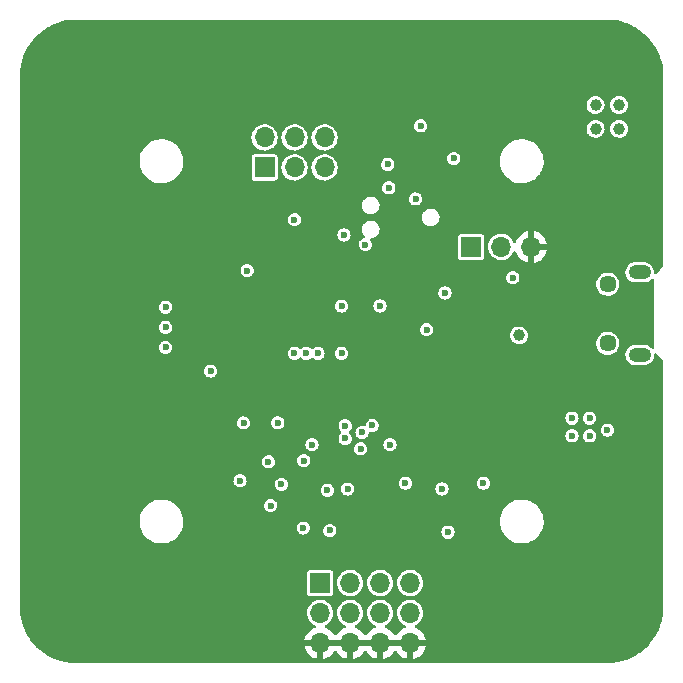
<source format=gbr>
%TF.GenerationSoftware,KiCad,Pcbnew,(6.0.9)*%
%TF.CreationDate,2022-11-01T00:51:48+09:00*%
%TF.ProjectId,STM32-FC,53544d33-322d-4464-932e-6b696361645f,rev?*%
%TF.SameCoordinates,Original*%
%TF.FileFunction,Copper,L2,Inr*%
%TF.FilePolarity,Positive*%
%FSLAX46Y46*%
G04 Gerber Fmt 4.6, Leading zero omitted, Abs format (unit mm)*
G04 Created by KiCad (PCBNEW (6.0.9)) date 2022-11-01 00:51:48*
%MOMM*%
%LPD*%
G01*
G04 APERTURE LIST*
%TA.AperFunction,ComponentPad*%
%ADD10R,1.700000X1.700000*%
%TD*%
%TA.AperFunction,ComponentPad*%
%ADD11O,1.700000X1.700000*%
%TD*%
%TA.AperFunction,ComponentPad*%
%ADD12C,1.450000*%
%TD*%
%TA.AperFunction,ComponentPad*%
%ADD13O,1.900000X1.200000*%
%TD*%
%TA.AperFunction,ViaPad*%
%ADD14C,0.600000*%
%TD*%
%TA.AperFunction,ViaPad*%
%ADD15C,0.800000*%
%TD*%
%TA.AperFunction,ViaPad*%
%ADD16C,1.000000*%
%TD*%
G04 APERTURE END LIST*
D10*
%TO.N,/UART4_TX*%
%TO.C,J3*%
X143475000Y-85275000D03*
D11*
%TO.N,/UART4_RX*%
X143475000Y-82735000D03*
%TO.N,/UART5_TX*%
X146015000Y-85275000D03*
%TO.N,/UART5_RX*%
X146015000Y-82735000D03*
%TO.N,/UART6_TX*%
X148555000Y-85275000D03*
%TO.N,/UART6_RX*%
X148555000Y-82735000D03*
%TD*%
D12*
%TO.N,unconnected-(J1-Pad6)*%
%TO.C,J1*%
X172537500Y-95150000D03*
D13*
X175237500Y-101150000D03*
D12*
X172537500Y-100150000D03*
D13*
X175237500Y-94150000D03*
%TD*%
D10*
%TO.N,/TIM5_CH1*%
%TO.C,J4*%
X148190000Y-120460000D03*
D11*
%TO.N,/TIM5_CH2*%
X150730000Y-120460000D03*
%TO.N,/TIM5_CH3*%
X153270000Y-120460000D03*
%TO.N,/TIM5_CH4*%
X155810000Y-120460000D03*
%TO.N,/PWM_5V*%
X150730000Y-123000000D03*
X148190000Y-123000000D03*
X153270000Y-123000000D03*
X155810000Y-123000000D03*
%TO.N,GND*%
X150730000Y-125540000D03*
X155810000Y-125540000D03*
X148190000Y-125540000D03*
X153270000Y-125540000D03*
%TD*%
D10*
%TO.N,/UART1_RX_INV*%
%TO.C,J2*%
X160975000Y-92000000D03*
D11*
%TO.N,+5V*%
X163515000Y-92000000D03*
%TO.N,GND*%
X166055000Y-92000000D03*
%TD*%
D14*
%TO.N,/SPI1_SCK*%
X149000000Y-116000000D03*
%TO.N,/GYRO_NSS*%
X150300000Y-107150000D03*
%TO.N,/ACC_NSS*%
X150300000Y-108200000D03*
%TO.N,GND*%
X142000000Y-93000000D03*
X163700000Y-109700000D03*
D15*
X173500000Y-88500000D03*
D14*
X173100000Y-105300000D03*
X155400000Y-113000000D03*
X145750000Y-115800000D03*
X147000000Y-89700000D03*
D15*
X171500000Y-86500000D03*
D14*
X175600000Y-104100000D03*
X162000000Y-113000000D03*
X174000000Y-104100000D03*
X162700000Y-103650000D03*
X156000000Y-91600000D03*
X152600000Y-109100000D03*
X145700000Y-88400000D03*
X146500000Y-108750000D03*
D15*
X172500000Y-87500000D03*
D14*
X140650000Y-92950000D03*
X155100000Y-108750000D03*
X141650000Y-99000000D03*
X152400000Y-115000000D03*
X171250000Y-96350000D03*
X161300000Y-85400000D03*
X135100000Y-93900000D03*
X174800000Y-103150000D03*
X168000000Y-96250000D03*
D15*
X171500000Y-88500000D03*
D14*
X158400000Y-106000000D03*
X141400000Y-112800000D03*
X158750000Y-94900000D03*
D15*
X128700000Y-106850000D03*
X173500000Y-86500000D03*
D14*
X158000000Y-116150000D03*
X138900000Y-101500000D03*
X153730000Y-87935000D03*
%TO.N,/NRST*%
X150000000Y-97000000D03*
X154000000Y-87000000D03*
D16*
%TO.N,+5V*%
X165000000Y-99500000D03*
X173500000Y-82000000D03*
X173500000Y-80000000D03*
X171500000Y-82000000D03*
X171500000Y-80000000D03*
D14*
%TO.N,/UART1_RX*%
X157200000Y-99000000D03*
X159500000Y-84500000D03*
%TO.N,+3.3V*%
X142000000Y-94000000D03*
X156700000Y-81750000D03*
X138900000Y-102500000D03*
X155400000Y-112000000D03*
X169500000Y-106500000D03*
X146750000Y-115800000D03*
X156270000Y-87935000D03*
X171000000Y-108000000D03*
X147500000Y-108750000D03*
X171000000Y-106500000D03*
X146000000Y-89700000D03*
X151600000Y-109100000D03*
X164500000Y-94600000D03*
X153910000Y-85000000D03*
X141400000Y-111800000D03*
X158750000Y-95900000D03*
X169500000Y-108000000D03*
X172500000Y-107500000D03*
X154100000Y-108750000D03*
X159000000Y-116150000D03*
X162000000Y-112000000D03*
%TO.N,/LED_RED*%
X135100000Y-100500000D03*
X148000000Y-101000000D03*
%TO.N,/LED_GREEN*%
X135100000Y-98800000D03*
X147000000Y-101000000D03*
%TO.N,/LED_BLUE*%
X146000000Y-101000000D03*
X135100000Y-97100000D03*
%TO.N,/TIM5_CH4*%
X141700000Y-106900000D03*
X144600000Y-106900000D03*
%TO.N,/SPI1_SCK*%
X143800000Y-110200000D03*
X148800000Y-112600000D03*
X144900000Y-112100000D03*
%TO.N,/ACC_NSS*%
X146800000Y-110100000D03*
%TO.N,/GYRO_NSS*%
X144000000Y-113900000D03*
%TO.N,/MAG_NSS*%
X150500000Y-112500000D03*
X151725000Y-107700000D03*
%TO.N,/BARO_NSS*%
X152600000Y-107100000D03*
X158500000Y-112500000D03*
%TO.N,/UART6_TX*%
X150000000Y-101000000D03*
%TO.N,/UART6_RX*%
X153250000Y-97000000D03*
X152000000Y-91800000D03*
%TO.N,/UART5_TX*%
X150200000Y-91000000D03*
%TD*%
%TA.AperFunction,Conductor*%
%TO.N,GND*%
G36*
X172487103Y-72756921D02*
G01*
X172500000Y-72759486D01*
X172512170Y-72757065D01*
X172522599Y-72757065D01*
X172535735Y-72756060D01*
X172856412Y-72770061D01*
X172908103Y-72772318D01*
X172919051Y-72773276D01*
X173318604Y-72825878D01*
X173329413Y-72827785D01*
X173722854Y-72915008D01*
X173733471Y-72917853D01*
X174117813Y-73039036D01*
X174128128Y-73042789D01*
X174500468Y-73197017D01*
X174510412Y-73201655D01*
X174795219Y-73349916D01*
X174867867Y-73387734D01*
X174877387Y-73393230D01*
X175217262Y-73609755D01*
X175226266Y-73616059D01*
X175545993Y-73861393D01*
X175554397Y-73868445D01*
X175630501Y-73938182D01*
X175851519Y-74140709D01*
X175859291Y-74148481D01*
X175970515Y-74269860D01*
X176131555Y-74445603D01*
X176138607Y-74454007D01*
X176268743Y-74623604D01*
X176383941Y-74773734D01*
X176390245Y-74782738D01*
X176606770Y-75122613D01*
X176612266Y-75132133D01*
X176798341Y-75489579D01*
X176802987Y-75499541D01*
X176957208Y-75871865D01*
X176960967Y-75882194D01*
X177082147Y-76266528D01*
X177084992Y-76277146D01*
X177172214Y-76670579D01*
X177174123Y-76681404D01*
X177226724Y-77080948D01*
X177227682Y-77091898D01*
X177243940Y-77464265D01*
X177242935Y-77477401D01*
X177242935Y-77487830D01*
X177240514Y-77500000D01*
X177242935Y-77512170D01*
X177243079Y-77512894D01*
X177245500Y-77537476D01*
X177245500Y-93555333D01*
X177225498Y-93623454D01*
X177213674Y-93639043D01*
X176664731Y-94256604D01*
X176604524Y-94294229D01*
X176533533Y-94293332D01*
X176474297Y-94254196D01*
X176445623Y-94189247D01*
X176444730Y-94179489D01*
X176436339Y-94019389D01*
X176435982Y-94012576D01*
X176434172Y-94006004D01*
X176434171Y-94005999D01*
X176388492Y-93840165D01*
X176386679Y-93833583D01*
X176300090Y-93669352D01*
X176180255Y-93527546D01*
X176174830Y-93523398D01*
X176038185Y-93418925D01*
X176038181Y-93418923D01*
X176032764Y-93414781D01*
X176026584Y-93411899D01*
X176026582Y-93411898D01*
X175870677Y-93339198D01*
X175870674Y-93339197D01*
X175864500Y-93336318D01*
X175857852Y-93334832D01*
X175857849Y-93334831D01*
X175688349Y-93296944D01*
X175688350Y-93296944D01*
X175683312Y-93295818D01*
X175677624Y-93295500D01*
X174841115Y-93295500D01*
X174702927Y-93310512D01*
X174617689Y-93339198D01*
X174533436Y-93367552D01*
X174533434Y-93367553D01*
X174526965Y-93369730D01*
X174367823Y-93465351D01*
X174362866Y-93470039D01*
X174362863Y-93470041D01*
X174237886Y-93588227D01*
X174232928Y-93592916D01*
X174128572Y-93746471D01*
X174126039Y-93752805D01*
X174126037Y-93752808D01*
X174062158Y-93912516D01*
X174062157Y-93912521D01*
X174059624Y-93918853D01*
X174058510Y-93925580D01*
X174058509Y-93925585D01*
X174030416Y-94095282D01*
X174029301Y-94102019D01*
X174029658Y-94108836D01*
X174029658Y-94108840D01*
X174034330Y-94197981D01*
X174039018Y-94287424D01*
X174040828Y-94293996D01*
X174040829Y-94294001D01*
X174074576Y-94416516D01*
X174088321Y-94466417D01*
X174174910Y-94630648D01*
X174294745Y-94772454D01*
X174300168Y-94776601D01*
X174300170Y-94776602D01*
X174436815Y-94881075D01*
X174436819Y-94881077D01*
X174442236Y-94885219D01*
X174448416Y-94888101D01*
X174448418Y-94888102D01*
X174604323Y-94960802D01*
X174604326Y-94960803D01*
X174610500Y-94963682D01*
X174617148Y-94965168D01*
X174617151Y-94965169D01*
X174725950Y-94989488D01*
X174791688Y-95004182D01*
X174797376Y-95004500D01*
X175633885Y-95004500D01*
X175772073Y-94989488D01*
X175920624Y-94939495D01*
X175941564Y-94932448D01*
X175941566Y-94932447D01*
X175948035Y-94930270D01*
X176107177Y-94834649D01*
X176112134Y-94829961D01*
X176112137Y-94829959D01*
X176232927Y-94715732D01*
X176296164Y-94683460D01*
X176366811Y-94690500D01*
X176422437Y-94734616D01*
X176445500Y-94807280D01*
X176445500Y-100497110D01*
X176425498Y-100565231D01*
X176371842Y-100611724D01*
X176301568Y-100621828D01*
X176236988Y-100592334D01*
X176223262Y-100578438D01*
X176204038Y-100555689D01*
X176180255Y-100527546D01*
X176174830Y-100523398D01*
X176038185Y-100418925D01*
X176038181Y-100418923D01*
X176032764Y-100414781D01*
X176026584Y-100411899D01*
X176026582Y-100411898D01*
X175870677Y-100339198D01*
X175870674Y-100339197D01*
X175864500Y-100336318D01*
X175857852Y-100334832D01*
X175857849Y-100334831D01*
X175688349Y-100296944D01*
X175688350Y-100296944D01*
X175683312Y-100295818D01*
X175677624Y-100295500D01*
X174841115Y-100295500D01*
X174702927Y-100310512D01*
X174617689Y-100339198D01*
X174533436Y-100367552D01*
X174533434Y-100367553D01*
X174526965Y-100369730D01*
X174367823Y-100465351D01*
X174362866Y-100470039D01*
X174362863Y-100470041D01*
X174237886Y-100588227D01*
X174232928Y-100592916D01*
X174128572Y-100746471D01*
X174126039Y-100752805D01*
X174126037Y-100752808D01*
X174062158Y-100912516D01*
X174062157Y-100912521D01*
X174059624Y-100918853D01*
X174058510Y-100925580D01*
X174058509Y-100925585D01*
X174030416Y-101095282D01*
X174029301Y-101102019D01*
X174029658Y-101108836D01*
X174029658Y-101108840D01*
X174031940Y-101152380D01*
X174039018Y-101287424D01*
X174040828Y-101293996D01*
X174040829Y-101294001D01*
X174068780Y-101395474D01*
X174088321Y-101466417D01*
X174174910Y-101630648D01*
X174294745Y-101772454D01*
X174300168Y-101776601D01*
X174300170Y-101776602D01*
X174436815Y-101881075D01*
X174436819Y-101881077D01*
X174442236Y-101885219D01*
X174448416Y-101888101D01*
X174448418Y-101888102D01*
X174604323Y-101960802D01*
X174604326Y-101960803D01*
X174610500Y-101963682D01*
X174617148Y-101965168D01*
X174617151Y-101965169D01*
X174716211Y-101987311D01*
X174791688Y-102004182D01*
X174797376Y-102004500D01*
X175633885Y-102004500D01*
X175772073Y-101989488D01*
X175892710Y-101948889D01*
X175941564Y-101932448D01*
X175941566Y-101932447D01*
X175948035Y-101930270D01*
X176107177Y-101834649D01*
X176112134Y-101829961D01*
X176112137Y-101829959D01*
X176237114Y-101711773D01*
X176237116Y-101711771D01*
X176242072Y-101707084D01*
X176346428Y-101553529D01*
X176353012Y-101537068D01*
X176412842Y-101387484D01*
X176412843Y-101387479D01*
X176415376Y-101381147D01*
X176416490Y-101374420D01*
X176416491Y-101374415D01*
X176444584Y-101204718D01*
X176444584Y-101204715D01*
X176445699Y-101197981D01*
X176442910Y-101144754D01*
X176442180Y-101130831D01*
X176458589Y-101061757D01*
X176509738Y-101012520D01*
X176579387Y-100998752D01*
X176645423Y-101024825D01*
X176662181Y-101040527D01*
X177213674Y-101660957D01*
X177243981Y-101725160D01*
X177245500Y-101744667D01*
X177245500Y-122462524D01*
X177243079Y-122487103D01*
X177240514Y-122500000D01*
X177242935Y-122512170D01*
X177242935Y-122522599D01*
X177243940Y-122535735D01*
X177227682Y-122908102D01*
X177226724Y-122919051D01*
X177193982Y-123167755D01*
X177174123Y-123318596D01*
X177172215Y-123329413D01*
X177164193Y-123365602D01*
X177084992Y-123722854D01*
X177082147Y-123733471D01*
X176964150Y-124107712D01*
X176960967Y-124117806D01*
X176957211Y-124128128D01*
X176841193Y-124408222D01*
X176802987Y-124500459D01*
X176798345Y-124510412D01*
X176697176Y-124704757D01*
X176612266Y-124867867D01*
X176606770Y-124877387D01*
X176390245Y-125217262D01*
X176383941Y-125226266D01*
X176138607Y-125545993D01*
X176131555Y-125554397D01*
X175995419Y-125702962D01*
X175859291Y-125851519D01*
X175851519Y-125859291D01*
X175760772Y-125942446D01*
X175554397Y-126131555D01*
X175545993Y-126138607D01*
X175311664Y-126318413D01*
X175226266Y-126383941D01*
X175217262Y-126390245D01*
X174877387Y-126606770D01*
X174867868Y-126612265D01*
X174510412Y-126798345D01*
X174500468Y-126802983D01*
X174128128Y-126957211D01*
X174117813Y-126960964D01*
X173733472Y-127082147D01*
X173722855Y-127084992D01*
X173329413Y-127172215D01*
X173318604Y-127174122D01*
X172919052Y-127226724D01*
X172908103Y-127227682D01*
X172856412Y-127229939D01*
X172535735Y-127243940D01*
X172522599Y-127242935D01*
X172512170Y-127242935D01*
X172500000Y-127240514D01*
X172487103Y-127243079D01*
X172462524Y-127245500D01*
X127537476Y-127245500D01*
X127512897Y-127243079D01*
X127500000Y-127240514D01*
X127487830Y-127242935D01*
X127477401Y-127242935D01*
X127464265Y-127243940D01*
X127143588Y-127229939D01*
X127091897Y-127227682D01*
X127080948Y-127226724D01*
X126681396Y-127174122D01*
X126670587Y-127172215D01*
X126277145Y-127084992D01*
X126266528Y-127082147D01*
X125882187Y-126960964D01*
X125871872Y-126957211D01*
X125499532Y-126802983D01*
X125489588Y-126798345D01*
X125132132Y-126612265D01*
X125122613Y-126606770D01*
X124782738Y-126390245D01*
X124773734Y-126383941D01*
X124688336Y-126318413D01*
X124454007Y-126138607D01*
X124445603Y-126131555D01*
X124239228Y-125942446D01*
X124148481Y-125859291D01*
X124140709Y-125851519D01*
X124100800Y-125807966D01*
X146858257Y-125807966D01*
X146888565Y-125942446D01*
X146891645Y-125952275D01*
X146971770Y-126149603D01*
X146976413Y-126158794D01*
X147087694Y-126340388D01*
X147093777Y-126348699D01*
X147233213Y-126509667D01*
X147240580Y-126516883D01*
X147404434Y-126652916D01*
X147412881Y-126658831D01*
X147596756Y-126766279D01*
X147606042Y-126770729D01*
X147805001Y-126846703D01*
X147814899Y-126849579D01*
X147918250Y-126870606D01*
X147932299Y-126869410D01*
X147936000Y-126859065D01*
X147936000Y-126858517D01*
X148444000Y-126858517D01*
X148448064Y-126872359D01*
X148461478Y-126874393D01*
X148468184Y-126873534D01*
X148478262Y-126871392D01*
X148682255Y-126810191D01*
X148691842Y-126806433D01*
X148883095Y-126712739D01*
X148891945Y-126707464D01*
X149065328Y-126583792D01*
X149073200Y-126577139D01*
X149224052Y-126426812D01*
X149230730Y-126418965D01*
X149358022Y-126241819D01*
X149359147Y-126242627D01*
X149406669Y-126198876D01*
X149476607Y-126186661D01*
X149542046Y-126214197D01*
X149569870Y-126246028D01*
X149627690Y-126340383D01*
X149633777Y-126348699D01*
X149773213Y-126509667D01*
X149780580Y-126516883D01*
X149944434Y-126652916D01*
X149952881Y-126658831D01*
X150136756Y-126766279D01*
X150146042Y-126770729D01*
X150345001Y-126846703D01*
X150354899Y-126849579D01*
X150458250Y-126870606D01*
X150472299Y-126869410D01*
X150476000Y-126859065D01*
X150476000Y-126858517D01*
X150984000Y-126858517D01*
X150988064Y-126872359D01*
X151001478Y-126874393D01*
X151008184Y-126873534D01*
X151018262Y-126871392D01*
X151222255Y-126810191D01*
X151231842Y-126806433D01*
X151423095Y-126712739D01*
X151431945Y-126707464D01*
X151605328Y-126583792D01*
X151613200Y-126577139D01*
X151764052Y-126426812D01*
X151770730Y-126418965D01*
X151898022Y-126241819D01*
X151899147Y-126242627D01*
X151946669Y-126198876D01*
X152016607Y-126186661D01*
X152082046Y-126214197D01*
X152109870Y-126246028D01*
X152167690Y-126340383D01*
X152173777Y-126348699D01*
X152313213Y-126509667D01*
X152320580Y-126516883D01*
X152484434Y-126652916D01*
X152492881Y-126658831D01*
X152676756Y-126766279D01*
X152686042Y-126770729D01*
X152885001Y-126846703D01*
X152894899Y-126849579D01*
X152998250Y-126870606D01*
X153012299Y-126869410D01*
X153016000Y-126859065D01*
X153016000Y-126858517D01*
X153524000Y-126858517D01*
X153528064Y-126872359D01*
X153541478Y-126874393D01*
X153548184Y-126873534D01*
X153558262Y-126871392D01*
X153762255Y-126810191D01*
X153771842Y-126806433D01*
X153963095Y-126712739D01*
X153971945Y-126707464D01*
X154145328Y-126583792D01*
X154153200Y-126577139D01*
X154304052Y-126426812D01*
X154310730Y-126418965D01*
X154438022Y-126241819D01*
X154439147Y-126242627D01*
X154486669Y-126198876D01*
X154556607Y-126186661D01*
X154622046Y-126214197D01*
X154649870Y-126246028D01*
X154707690Y-126340383D01*
X154713777Y-126348699D01*
X154853213Y-126509667D01*
X154860580Y-126516883D01*
X155024434Y-126652916D01*
X155032881Y-126658831D01*
X155216756Y-126766279D01*
X155226042Y-126770729D01*
X155425001Y-126846703D01*
X155434899Y-126849579D01*
X155538250Y-126870606D01*
X155552299Y-126869410D01*
X155556000Y-126859065D01*
X155556000Y-126858517D01*
X156064000Y-126858517D01*
X156068064Y-126872359D01*
X156081478Y-126874393D01*
X156088184Y-126873534D01*
X156098262Y-126871392D01*
X156302255Y-126810191D01*
X156311842Y-126806433D01*
X156503095Y-126712739D01*
X156511945Y-126707464D01*
X156685328Y-126583792D01*
X156693200Y-126577139D01*
X156844052Y-126426812D01*
X156850730Y-126418965D01*
X156975003Y-126246020D01*
X156980313Y-126237183D01*
X157074670Y-126046267D01*
X157078469Y-126036672D01*
X157140377Y-125832910D01*
X157142555Y-125822837D01*
X157143986Y-125811962D01*
X157141775Y-125797778D01*
X157128617Y-125794000D01*
X156082115Y-125794000D01*
X156066876Y-125798475D01*
X156065671Y-125799865D01*
X156064000Y-125807548D01*
X156064000Y-126858517D01*
X155556000Y-126858517D01*
X155556000Y-125812115D01*
X155551525Y-125796876D01*
X155550135Y-125795671D01*
X155542452Y-125794000D01*
X153542115Y-125794000D01*
X153526876Y-125798475D01*
X153525671Y-125799865D01*
X153524000Y-125807548D01*
X153524000Y-126858517D01*
X153016000Y-126858517D01*
X153016000Y-125812115D01*
X153011525Y-125796876D01*
X153010135Y-125795671D01*
X153002452Y-125794000D01*
X151002115Y-125794000D01*
X150986876Y-125798475D01*
X150985671Y-125799865D01*
X150984000Y-125807548D01*
X150984000Y-126858517D01*
X150476000Y-126858517D01*
X150476000Y-125812115D01*
X150471525Y-125796876D01*
X150470135Y-125795671D01*
X150462452Y-125794000D01*
X148462115Y-125794000D01*
X148446876Y-125798475D01*
X148445671Y-125799865D01*
X148444000Y-125807548D01*
X148444000Y-126858517D01*
X147936000Y-126858517D01*
X147936000Y-125812115D01*
X147931525Y-125796876D01*
X147930135Y-125795671D01*
X147922452Y-125794000D01*
X146873225Y-125794000D01*
X146859694Y-125797973D01*
X146858257Y-125807966D01*
X124100800Y-125807966D01*
X124004581Y-125702962D01*
X123868445Y-125554397D01*
X123861393Y-125545993D01*
X123652827Y-125274183D01*
X146854389Y-125274183D01*
X146855912Y-125282607D01*
X146868292Y-125286000D01*
X157128344Y-125286000D01*
X157141875Y-125282027D01*
X157143180Y-125272947D01*
X157101214Y-125105875D01*
X157097894Y-125096124D01*
X157012972Y-124900814D01*
X157008105Y-124891739D01*
X156892426Y-124712926D01*
X156886136Y-124704757D01*
X156742806Y-124547240D01*
X156735273Y-124540215D01*
X156568139Y-124408222D01*
X156559552Y-124402517D01*
X156373117Y-124299599D01*
X156363705Y-124295369D01*
X156249391Y-124254888D01*
X156191855Y-124213294D01*
X156165939Y-124147196D01*
X156179873Y-124077580D01*
X156229232Y-124026549D01*
X156250943Y-124016804D01*
X156261165Y-124013334D01*
X156438276Y-123914147D01*
X156500934Y-123862035D01*
X156589913Y-123788031D01*
X156594345Y-123784345D01*
X156724147Y-123628276D01*
X156823334Y-123451165D01*
X156825190Y-123445698D01*
X156825192Y-123445693D01*
X156886728Y-123264414D01*
X156886729Y-123264409D01*
X156888584Y-123258945D01*
X156889412Y-123253236D01*
X156889413Y-123253231D01*
X156917179Y-123061727D01*
X156917712Y-123058053D01*
X156919232Y-123000000D01*
X156900658Y-122797859D01*
X156899090Y-122792299D01*
X156847125Y-122608046D01*
X156847124Y-122608044D01*
X156845557Y-122602487D01*
X156834978Y-122581033D01*
X156758331Y-122425609D01*
X156755776Y-122420428D01*
X156634320Y-122257779D01*
X156485258Y-122119987D01*
X156480375Y-122116906D01*
X156480371Y-122116903D01*
X156318464Y-122014748D01*
X156313581Y-122011667D01*
X156125039Y-121936446D01*
X156119379Y-121935320D01*
X156119375Y-121935319D01*
X155931613Y-121897971D01*
X155931610Y-121897971D01*
X155925946Y-121896844D01*
X155920171Y-121896768D01*
X155920167Y-121896768D01*
X155818793Y-121895441D01*
X155722971Y-121894187D01*
X155717274Y-121895166D01*
X155717273Y-121895166D01*
X155528607Y-121927585D01*
X155522910Y-121928564D01*
X155332463Y-121998824D01*
X155158010Y-122102612D01*
X155153670Y-122106418D01*
X155153666Y-122106421D01*
X155133723Y-122123911D01*
X155005392Y-122236455D01*
X154879720Y-122395869D01*
X154877031Y-122400980D01*
X154877029Y-122400983D01*
X154864073Y-122425609D01*
X154785203Y-122575515D01*
X154725007Y-122769378D01*
X154701148Y-122970964D01*
X154714424Y-123173522D01*
X154715845Y-123179118D01*
X154715846Y-123179123D01*
X154752653Y-123324047D01*
X154764392Y-123370269D01*
X154766809Y-123375512D01*
X154804010Y-123456208D01*
X154849377Y-123554616D01*
X154966533Y-123720389D01*
X155111938Y-123862035D01*
X155280720Y-123974812D01*
X155286023Y-123977090D01*
X155286026Y-123977092D01*
X155382954Y-124018735D01*
X155437647Y-124064003D01*
X155459184Y-124131654D01*
X155440727Y-124200210D01*
X155388136Y-124247904D01*
X155372361Y-124254268D01*
X155286868Y-124282212D01*
X155277359Y-124286209D01*
X155088463Y-124384542D01*
X155079738Y-124390036D01*
X154909433Y-124517905D01*
X154901726Y-124524748D01*
X154754590Y-124678717D01*
X154748104Y-124686727D01*
X154643193Y-124840521D01*
X154588282Y-124885524D01*
X154517757Y-124893695D01*
X154454010Y-124862441D01*
X154433313Y-124837957D01*
X154352427Y-124712926D01*
X154346136Y-124704757D01*
X154202806Y-124547240D01*
X154195273Y-124540215D01*
X154028139Y-124408222D01*
X154019552Y-124402517D01*
X153833117Y-124299599D01*
X153823705Y-124295369D01*
X153709391Y-124254888D01*
X153651855Y-124213294D01*
X153625939Y-124147196D01*
X153639873Y-124077580D01*
X153689232Y-124026549D01*
X153710943Y-124016804D01*
X153721165Y-124013334D01*
X153898276Y-123914147D01*
X153960934Y-123862035D01*
X154049913Y-123788031D01*
X154054345Y-123784345D01*
X154184147Y-123628276D01*
X154283334Y-123451165D01*
X154285190Y-123445698D01*
X154285192Y-123445693D01*
X154346728Y-123264414D01*
X154346729Y-123264409D01*
X154348584Y-123258945D01*
X154349412Y-123253236D01*
X154349413Y-123253231D01*
X154377179Y-123061727D01*
X154377712Y-123058053D01*
X154379232Y-123000000D01*
X154360658Y-122797859D01*
X154359090Y-122792299D01*
X154307125Y-122608046D01*
X154307124Y-122608044D01*
X154305557Y-122602487D01*
X154294978Y-122581033D01*
X154218331Y-122425609D01*
X154215776Y-122420428D01*
X154094320Y-122257779D01*
X153945258Y-122119987D01*
X153940375Y-122116906D01*
X153940371Y-122116903D01*
X153778464Y-122014748D01*
X153773581Y-122011667D01*
X153585039Y-121936446D01*
X153579379Y-121935320D01*
X153579375Y-121935319D01*
X153391613Y-121897971D01*
X153391610Y-121897971D01*
X153385946Y-121896844D01*
X153380171Y-121896768D01*
X153380167Y-121896768D01*
X153278793Y-121895441D01*
X153182971Y-121894187D01*
X153177274Y-121895166D01*
X153177273Y-121895166D01*
X152988607Y-121927585D01*
X152982910Y-121928564D01*
X152792463Y-121998824D01*
X152618010Y-122102612D01*
X152613670Y-122106418D01*
X152613666Y-122106421D01*
X152593723Y-122123911D01*
X152465392Y-122236455D01*
X152339720Y-122395869D01*
X152337031Y-122400980D01*
X152337029Y-122400983D01*
X152324073Y-122425609D01*
X152245203Y-122575515D01*
X152185007Y-122769378D01*
X152161148Y-122970964D01*
X152174424Y-123173522D01*
X152175845Y-123179118D01*
X152175846Y-123179123D01*
X152212653Y-123324047D01*
X152224392Y-123370269D01*
X152226809Y-123375512D01*
X152264010Y-123456208D01*
X152309377Y-123554616D01*
X152426533Y-123720389D01*
X152571938Y-123862035D01*
X152740720Y-123974812D01*
X152746023Y-123977090D01*
X152746026Y-123977092D01*
X152842954Y-124018735D01*
X152897647Y-124064003D01*
X152919184Y-124131654D01*
X152900727Y-124200210D01*
X152848136Y-124247904D01*
X152832361Y-124254268D01*
X152746868Y-124282212D01*
X152737359Y-124286209D01*
X152548463Y-124384542D01*
X152539738Y-124390036D01*
X152369433Y-124517905D01*
X152361726Y-124524748D01*
X152214590Y-124678717D01*
X152208104Y-124686727D01*
X152103193Y-124840521D01*
X152048282Y-124885524D01*
X151977757Y-124893695D01*
X151914010Y-124862441D01*
X151893313Y-124837957D01*
X151812427Y-124712926D01*
X151806136Y-124704757D01*
X151662806Y-124547240D01*
X151655273Y-124540215D01*
X151488139Y-124408222D01*
X151479552Y-124402517D01*
X151293117Y-124299599D01*
X151283705Y-124295369D01*
X151169391Y-124254888D01*
X151111855Y-124213294D01*
X151085939Y-124147196D01*
X151099873Y-124077580D01*
X151149232Y-124026549D01*
X151170943Y-124016804D01*
X151181165Y-124013334D01*
X151358276Y-123914147D01*
X151420934Y-123862035D01*
X151509913Y-123788031D01*
X151514345Y-123784345D01*
X151644147Y-123628276D01*
X151743334Y-123451165D01*
X151745190Y-123445698D01*
X151745192Y-123445693D01*
X151806728Y-123264414D01*
X151806729Y-123264409D01*
X151808584Y-123258945D01*
X151809412Y-123253236D01*
X151809413Y-123253231D01*
X151837179Y-123061727D01*
X151837712Y-123058053D01*
X151839232Y-123000000D01*
X151820658Y-122797859D01*
X151819090Y-122792299D01*
X151767125Y-122608046D01*
X151767124Y-122608044D01*
X151765557Y-122602487D01*
X151754978Y-122581033D01*
X151678331Y-122425609D01*
X151675776Y-122420428D01*
X151554320Y-122257779D01*
X151405258Y-122119987D01*
X151400375Y-122116906D01*
X151400371Y-122116903D01*
X151238464Y-122014748D01*
X151233581Y-122011667D01*
X151045039Y-121936446D01*
X151039379Y-121935320D01*
X151039375Y-121935319D01*
X150851613Y-121897971D01*
X150851610Y-121897971D01*
X150845946Y-121896844D01*
X150840171Y-121896768D01*
X150840167Y-121896768D01*
X150738793Y-121895441D01*
X150642971Y-121894187D01*
X150637274Y-121895166D01*
X150637273Y-121895166D01*
X150448607Y-121927585D01*
X150442910Y-121928564D01*
X150252463Y-121998824D01*
X150078010Y-122102612D01*
X150073670Y-122106418D01*
X150073666Y-122106421D01*
X150053723Y-122123911D01*
X149925392Y-122236455D01*
X149799720Y-122395869D01*
X149797031Y-122400980D01*
X149797029Y-122400983D01*
X149784073Y-122425609D01*
X149705203Y-122575515D01*
X149645007Y-122769378D01*
X149621148Y-122970964D01*
X149634424Y-123173522D01*
X149635845Y-123179118D01*
X149635846Y-123179123D01*
X149672653Y-123324047D01*
X149684392Y-123370269D01*
X149686809Y-123375512D01*
X149724010Y-123456208D01*
X149769377Y-123554616D01*
X149886533Y-123720389D01*
X150031938Y-123862035D01*
X150200720Y-123974812D01*
X150206023Y-123977090D01*
X150206026Y-123977092D01*
X150302954Y-124018735D01*
X150357647Y-124064003D01*
X150379184Y-124131654D01*
X150360727Y-124200210D01*
X150308136Y-124247904D01*
X150292361Y-124254268D01*
X150206868Y-124282212D01*
X150197359Y-124286209D01*
X150008463Y-124384542D01*
X149999738Y-124390036D01*
X149829433Y-124517905D01*
X149821726Y-124524748D01*
X149674590Y-124678717D01*
X149668104Y-124686727D01*
X149563193Y-124840521D01*
X149508282Y-124885524D01*
X149437757Y-124893695D01*
X149374010Y-124862441D01*
X149353313Y-124837957D01*
X149272427Y-124712926D01*
X149266136Y-124704757D01*
X149122806Y-124547240D01*
X149115273Y-124540215D01*
X148948139Y-124408222D01*
X148939552Y-124402517D01*
X148753117Y-124299599D01*
X148743705Y-124295369D01*
X148629391Y-124254888D01*
X148571855Y-124213294D01*
X148545939Y-124147196D01*
X148559873Y-124077580D01*
X148609232Y-124026549D01*
X148630943Y-124016804D01*
X148641165Y-124013334D01*
X148818276Y-123914147D01*
X148880934Y-123862035D01*
X148969913Y-123788031D01*
X148974345Y-123784345D01*
X149104147Y-123628276D01*
X149203334Y-123451165D01*
X149205190Y-123445698D01*
X149205192Y-123445693D01*
X149266728Y-123264414D01*
X149266729Y-123264409D01*
X149268584Y-123258945D01*
X149269412Y-123253236D01*
X149269413Y-123253231D01*
X149297179Y-123061727D01*
X149297712Y-123058053D01*
X149299232Y-123000000D01*
X149280658Y-122797859D01*
X149279090Y-122792299D01*
X149227125Y-122608046D01*
X149227124Y-122608044D01*
X149225557Y-122602487D01*
X149214978Y-122581033D01*
X149138331Y-122425609D01*
X149135776Y-122420428D01*
X149014320Y-122257779D01*
X148865258Y-122119987D01*
X148860375Y-122116906D01*
X148860371Y-122116903D01*
X148698464Y-122014748D01*
X148693581Y-122011667D01*
X148505039Y-121936446D01*
X148499379Y-121935320D01*
X148499375Y-121935319D01*
X148311613Y-121897971D01*
X148311610Y-121897971D01*
X148305946Y-121896844D01*
X148300171Y-121896768D01*
X148300167Y-121896768D01*
X148198793Y-121895441D01*
X148102971Y-121894187D01*
X148097274Y-121895166D01*
X148097273Y-121895166D01*
X147908607Y-121927585D01*
X147902910Y-121928564D01*
X147712463Y-121998824D01*
X147538010Y-122102612D01*
X147533670Y-122106418D01*
X147533666Y-122106421D01*
X147513723Y-122123911D01*
X147385392Y-122236455D01*
X147259720Y-122395869D01*
X147257031Y-122400980D01*
X147257029Y-122400983D01*
X147244073Y-122425609D01*
X147165203Y-122575515D01*
X147105007Y-122769378D01*
X147081148Y-122970964D01*
X147094424Y-123173522D01*
X147095845Y-123179118D01*
X147095846Y-123179123D01*
X147132653Y-123324047D01*
X147144392Y-123370269D01*
X147146809Y-123375512D01*
X147184010Y-123456208D01*
X147229377Y-123554616D01*
X147346533Y-123720389D01*
X147491938Y-123862035D01*
X147660720Y-123974812D01*
X147666023Y-123977090D01*
X147666026Y-123977092D01*
X147762954Y-124018735D01*
X147817647Y-124064003D01*
X147839184Y-124131654D01*
X147820727Y-124200210D01*
X147768136Y-124247904D01*
X147752361Y-124254268D01*
X147666868Y-124282212D01*
X147657359Y-124286209D01*
X147468463Y-124384542D01*
X147459738Y-124390036D01*
X147289433Y-124517905D01*
X147281726Y-124524748D01*
X147134590Y-124678717D01*
X147128104Y-124686727D01*
X147008098Y-124862649D01*
X147003000Y-124871623D01*
X146913338Y-125064783D01*
X146909775Y-125074470D01*
X146854389Y-125274183D01*
X123652827Y-125274183D01*
X123616059Y-125226266D01*
X123609755Y-125217262D01*
X123393230Y-124877387D01*
X123387734Y-124867867D01*
X123302824Y-124704757D01*
X123201655Y-124510412D01*
X123197013Y-124500459D01*
X123158808Y-124408222D01*
X123042789Y-124128128D01*
X123039033Y-124117806D01*
X123035851Y-124107712D01*
X122917853Y-123733471D01*
X122915008Y-123722854D01*
X122835807Y-123365602D01*
X122827785Y-123329413D01*
X122825877Y-123318596D01*
X122806019Y-123167755D01*
X122773276Y-122919051D01*
X122772318Y-122908102D01*
X122756060Y-122535735D01*
X122757065Y-122522599D01*
X122757065Y-122512170D01*
X122759486Y-122500000D01*
X122756921Y-122487103D01*
X122754500Y-122462524D01*
X122754500Y-119584933D01*
X147085500Y-119584933D01*
X147085501Y-121335066D01*
X147100266Y-121409301D01*
X147107161Y-121419620D01*
X147107162Y-121419622D01*
X147147516Y-121480015D01*
X147156516Y-121493484D01*
X147240699Y-121549734D01*
X147314933Y-121564500D01*
X148189858Y-121564500D01*
X149065066Y-121564499D01*
X149100818Y-121557388D01*
X149127126Y-121552156D01*
X149127128Y-121552155D01*
X149139301Y-121549734D01*
X149149621Y-121542839D01*
X149149622Y-121542838D01*
X149213168Y-121500377D01*
X149223484Y-121493484D01*
X149279734Y-121409301D01*
X149294500Y-121335067D01*
X149294499Y-120430964D01*
X149621148Y-120430964D01*
X149634424Y-120633522D01*
X149635845Y-120639118D01*
X149635846Y-120639123D01*
X149656119Y-120718945D01*
X149684392Y-120830269D01*
X149686809Y-120835512D01*
X149724010Y-120916208D01*
X149769377Y-121014616D01*
X149886533Y-121180389D01*
X150031938Y-121322035D01*
X150200720Y-121434812D01*
X150206023Y-121437090D01*
X150206026Y-121437092D01*
X150337283Y-121493484D01*
X150387228Y-121514942D01*
X150460244Y-121531464D01*
X150579579Y-121558467D01*
X150579584Y-121558468D01*
X150585216Y-121559742D01*
X150590987Y-121559969D01*
X150590989Y-121559969D01*
X150650756Y-121562317D01*
X150788053Y-121567712D01*
X150895348Y-121552155D01*
X150983231Y-121539413D01*
X150983236Y-121539412D01*
X150988945Y-121538584D01*
X150994409Y-121536729D01*
X150994414Y-121536728D01*
X151175693Y-121475192D01*
X151175698Y-121475190D01*
X151181165Y-121473334D01*
X151358276Y-121374147D01*
X151397969Y-121341135D01*
X151509913Y-121248031D01*
X151514345Y-121244345D01*
X151644147Y-121088276D01*
X151743334Y-120911165D01*
X151745190Y-120905698D01*
X151745192Y-120905693D01*
X151806728Y-120724414D01*
X151806729Y-120724409D01*
X151808584Y-120718945D01*
X151809412Y-120713236D01*
X151809413Y-120713231D01*
X151837179Y-120521727D01*
X151837712Y-120518053D01*
X151839232Y-120460000D01*
X151836564Y-120430964D01*
X152161148Y-120430964D01*
X152174424Y-120633522D01*
X152175845Y-120639118D01*
X152175846Y-120639123D01*
X152196119Y-120718945D01*
X152224392Y-120830269D01*
X152226809Y-120835512D01*
X152264010Y-120916208D01*
X152309377Y-121014616D01*
X152426533Y-121180389D01*
X152571938Y-121322035D01*
X152740720Y-121434812D01*
X152746023Y-121437090D01*
X152746026Y-121437092D01*
X152877283Y-121493484D01*
X152927228Y-121514942D01*
X153000244Y-121531464D01*
X153119579Y-121558467D01*
X153119584Y-121558468D01*
X153125216Y-121559742D01*
X153130987Y-121559969D01*
X153130989Y-121559969D01*
X153190756Y-121562317D01*
X153328053Y-121567712D01*
X153435348Y-121552155D01*
X153523231Y-121539413D01*
X153523236Y-121539412D01*
X153528945Y-121538584D01*
X153534409Y-121536729D01*
X153534414Y-121536728D01*
X153715693Y-121475192D01*
X153715698Y-121475190D01*
X153721165Y-121473334D01*
X153898276Y-121374147D01*
X153937969Y-121341135D01*
X154049913Y-121248031D01*
X154054345Y-121244345D01*
X154184147Y-121088276D01*
X154283334Y-120911165D01*
X154285190Y-120905698D01*
X154285192Y-120905693D01*
X154346728Y-120724414D01*
X154346729Y-120724409D01*
X154348584Y-120718945D01*
X154349412Y-120713236D01*
X154349413Y-120713231D01*
X154377179Y-120521727D01*
X154377712Y-120518053D01*
X154379232Y-120460000D01*
X154376564Y-120430964D01*
X154701148Y-120430964D01*
X154714424Y-120633522D01*
X154715845Y-120639118D01*
X154715846Y-120639123D01*
X154736119Y-120718945D01*
X154764392Y-120830269D01*
X154766809Y-120835512D01*
X154804010Y-120916208D01*
X154849377Y-121014616D01*
X154966533Y-121180389D01*
X155111938Y-121322035D01*
X155280720Y-121434812D01*
X155286023Y-121437090D01*
X155286026Y-121437092D01*
X155417283Y-121493484D01*
X155467228Y-121514942D01*
X155540244Y-121531464D01*
X155659579Y-121558467D01*
X155659584Y-121558468D01*
X155665216Y-121559742D01*
X155670987Y-121559969D01*
X155670989Y-121559969D01*
X155730756Y-121562317D01*
X155868053Y-121567712D01*
X155975348Y-121552155D01*
X156063231Y-121539413D01*
X156063236Y-121539412D01*
X156068945Y-121538584D01*
X156074409Y-121536729D01*
X156074414Y-121536728D01*
X156255693Y-121475192D01*
X156255698Y-121475190D01*
X156261165Y-121473334D01*
X156438276Y-121374147D01*
X156477969Y-121341135D01*
X156589913Y-121248031D01*
X156594345Y-121244345D01*
X156724147Y-121088276D01*
X156823334Y-120911165D01*
X156825190Y-120905698D01*
X156825192Y-120905693D01*
X156886728Y-120724414D01*
X156886729Y-120724409D01*
X156888584Y-120718945D01*
X156889412Y-120713236D01*
X156889413Y-120713231D01*
X156917179Y-120521727D01*
X156917712Y-120518053D01*
X156919232Y-120460000D01*
X156900658Y-120257859D01*
X156899090Y-120252299D01*
X156847125Y-120068046D01*
X156847124Y-120068044D01*
X156845557Y-120062487D01*
X156834978Y-120041033D01*
X156758331Y-119885609D01*
X156755776Y-119880428D01*
X156634320Y-119717779D01*
X156485258Y-119579987D01*
X156480375Y-119576906D01*
X156480371Y-119576903D01*
X156318464Y-119474748D01*
X156313581Y-119471667D01*
X156125039Y-119396446D01*
X156119379Y-119395320D01*
X156119375Y-119395319D01*
X155931613Y-119357971D01*
X155931610Y-119357971D01*
X155925946Y-119356844D01*
X155920171Y-119356768D01*
X155920167Y-119356768D01*
X155818793Y-119355441D01*
X155722971Y-119354187D01*
X155717274Y-119355166D01*
X155717273Y-119355166D01*
X155629397Y-119370266D01*
X155522910Y-119388564D01*
X155332463Y-119458824D01*
X155158010Y-119562612D01*
X155153670Y-119566418D01*
X155153666Y-119566421D01*
X155009733Y-119692648D01*
X155005392Y-119696455D01*
X154879720Y-119855869D01*
X154877031Y-119860980D01*
X154877029Y-119860983D01*
X154864073Y-119885609D01*
X154785203Y-120035515D01*
X154725007Y-120229378D01*
X154701148Y-120430964D01*
X154376564Y-120430964D01*
X154360658Y-120257859D01*
X154359090Y-120252299D01*
X154307125Y-120068046D01*
X154307124Y-120068044D01*
X154305557Y-120062487D01*
X154294978Y-120041033D01*
X154218331Y-119885609D01*
X154215776Y-119880428D01*
X154094320Y-119717779D01*
X153945258Y-119579987D01*
X153940375Y-119576906D01*
X153940371Y-119576903D01*
X153778464Y-119474748D01*
X153773581Y-119471667D01*
X153585039Y-119396446D01*
X153579379Y-119395320D01*
X153579375Y-119395319D01*
X153391613Y-119357971D01*
X153391610Y-119357971D01*
X153385946Y-119356844D01*
X153380171Y-119356768D01*
X153380167Y-119356768D01*
X153278793Y-119355441D01*
X153182971Y-119354187D01*
X153177274Y-119355166D01*
X153177273Y-119355166D01*
X153089397Y-119370266D01*
X152982910Y-119388564D01*
X152792463Y-119458824D01*
X152618010Y-119562612D01*
X152613670Y-119566418D01*
X152613666Y-119566421D01*
X152469733Y-119692648D01*
X152465392Y-119696455D01*
X152339720Y-119855869D01*
X152337031Y-119860980D01*
X152337029Y-119860983D01*
X152324073Y-119885609D01*
X152245203Y-120035515D01*
X152185007Y-120229378D01*
X152161148Y-120430964D01*
X151836564Y-120430964D01*
X151820658Y-120257859D01*
X151819090Y-120252299D01*
X151767125Y-120068046D01*
X151767124Y-120068044D01*
X151765557Y-120062487D01*
X151754978Y-120041033D01*
X151678331Y-119885609D01*
X151675776Y-119880428D01*
X151554320Y-119717779D01*
X151405258Y-119579987D01*
X151400375Y-119576906D01*
X151400371Y-119576903D01*
X151238464Y-119474748D01*
X151233581Y-119471667D01*
X151045039Y-119396446D01*
X151039379Y-119395320D01*
X151039375Y-119395319D01*
X150851613Y-119357971D01*
X150851610Y-119357971D01*
X150845946Y-119356844D01*
X150840171Y-119356768D01*
X150840167Y-119356768D01*
X150738793Y-119355441D01*
X150642971Y-119354187D01*
X150637274Y-119355166D01*
X150637273Y-119355166D01*
X150549397Y-119370266D01*
X150442910Y-119388564D01*
X150252463Y-119458824D01*
X150078010Y-119562612D01*
X150073670Y-119566418D01*
X150073666Y-119566421D01*
X149929733Y-119692648D01*
X149925392Y-119696455D01*
X149799720Y-119855869D01*
X149797031Y-119860980D01*
X149797029Y-119860983D01*
X149784073Y-119885609D01*
X149705203Y-120035515D01*
X149645007Y-120229378D01*
X149621148Y-120430964D01*
X149294499Y-120430964D01*
X149294499Y-119584934D01*
X149279734Y-119510699D01*
X149253654Y-119471667D01*
X149230377Y-119436832D01*
X149223484Y-119426516D01*
X149139301Y-119370266D01*
X149065067Y-119355500D01*
X148190142Y-119355500D01*
X147314934Y-119355501D01*
X147279182Y-119362612D01*
X147252874Y-119367844D01*
X147252872Y-119367845D01*
X147240699Y-119370266D01*
X147230379Y-119377161D01*
X147230378Y-119377162D01*
X147169985Y-119417516D01*
X147156516Y-119426516D01*
X147100266Y-119510699D01*
X147085500Y-119584933D01*
X122754500Y-119584933D01*
X122754500Y-115292186D01*
X132891018Y-115292186D01*
X132916579Y-115560100D01*
X132917664Y-115564534D01*
X132917665Y-115564540D01*
X132957660Y-115727986D01*
X132980547Y-115821518D01*
X133081583Y-116070963D01*
X133217569Y-116303210D01*
X133385658Y-116513395D01*
X133582327Y-116697113D01*
X133803457Y-116850516D01*
X134044416Y-116970391D01*
X134048750Y-116971812D01*
X134048753Y-116971813D01*
X134295823Y-117052807D01*
X134295829Y-117052808D01*
X134300156Y-117054227D01*
X134304647Y-117055007D01*
X134304648Y-117055007D01*
X134561538Y-117099611D01*
X134561546Y-117099612D01*
X134565319Y-117100267D01*
X134569156Y-117100458D01*
X134648777Y-117104422D01*
X134648785Y-117104422D01*
X134650348Y-117104500D01*
X134818374Y-117104500D01*
X134820642Y-117104335D01*
X134820654Y-117104335D01*
X134951457Y-117094844D01*
X135018425Y-117089985D01*
X135022880Y-117089001D01*
X135022883Y-117089001D01*
X135276770Y-117032947D01*
X135276772Y-117032946D01*
X135281226Y-117031963D01*
X135532900Y-116936613D01*
X135768172Y-116805931D01*
X135918367Y-116691306D01*
X135978491Y-116645421D01*
X135978495Y-116645417D01*
X135982116Y-116642654D01*
X136170249Y-116450203D01*
X136249513Y-116341306D01*
X136325942Y-116236304D01*
X136325947Y-116236297D01*
X136328630Y-116232610D01*
X136453941Y-115994433D01*
X136522603Y-115800000D01*
X146190715Y-115800000D01*
X146209772Y-115944754D01*
X146265645Y-116079642D01*
X146354526Y-116195474D01*
X146361076Y-116200500D01*
X146361079Y-116200503D01*
X146407736Y-116236304D01*
X146470357Y-116284355D01*
X146605246Y-116340228D01*
X146750000Y-116359285D01*
X146758188Y-116358207D01*
X146886566Y-116341306D01*
X146894754Y-116340228D01*
X147029643Y-116284355D01*
X147092264Y-116236304D01*
X147138921Y-116200503D01*
X147138924Y-116200500D01*
X147145474Y-116195474D01*
X147234355Y-116079642D01*
X147267344Y-116000000D01*
X148440715Y-116000000D01*
X148459772Y-116144754D01*
X148462931Y-116152380D01*
X148497694Y-116236304D01*
X148515645Y-116279642D01*
X148604526Y-116395474D01*
X148611076Y-116400500D01*
X148611079Y-116400503D01*
X148713804Y-116479327D01*
X148720357Y-116484355D01*
X148855246Y-116540228D01*
X149000000Y-116559285D01*
X149008188Y-116558207D01*
X149136566Y-116541306D01*
X149144754Y-116540228D01*
X149279643Y-116484355D01*
X149286196Y-116479327D01*
X149388921Y-116400503D01*
X149388924Y-116400500D01*
X149395474Y-116395474D01*
X149484355Y-116279642D01*
X149502307Y-116236304D01*
X149537069Y-116152380D01*
X149538055Y-116150000D01*
X158440715Y-116150000D01*
X158459772Y-116294754D01*
X158515645Y-116429642D01*
X158604526Y-116545474D01*
X158611076Y-116550500D01*
X158611079Y-116550503D01*
X158713804Y-116629327D01*
X158720357Y-116634355D01*
X158855246Y-116690228D01*
X159000000Y-116709285D01*
X159008188Y-116708207D01*
X159136566Y-116691306D01*
X159144754Y-116690228D01*
X159279643Y-116634355D01*
X159286196Y-116629327D01*
X159388921Y-116550503D01*
X159388924Y-116550500D01*
X159395474Y-116545474D01*
X159484355Y-116429642D01*
X159540228Y-116294754D01*
X159559285Y-116150000D01*
X159540228Y-116005246D01*
X159484355Y-115870358D01*
X159395474Y-115754526D01*
X159388924Y-115749500D01*
X159388921Y-115749497D01*
X159286196Y-115670673D01*
X159286194Y-115670672D01*
X159279643Y-115665645D01*
X159144754Y-115609772D01*
X159000000Y-115590715D01*
X158991812Y-115591793D01*
X158863432Y-115608694D01*
X158863430Y-115608695D01*
X158855246Y-115609772D01*
X158807430Y-115629578D01*
X158727986Y-115662485D01*
X158727984Y-115662486D01*
X158720358Y-115665645D01*
X158604526Y-115754526D01*
X158515645Y-115870358D01*
X158459772Y-116005246D01*
X158440715Y-116150000D01*
X149538055Y-116150000D01*
X149540228Y-116144754D01*
X149559285Y-116000000D01*
X149540228Y-115855246D01*
X149501222Y-115761077D01*
X149487515Y-115727986D01*
X149487514Y-115727984D01*
X149484355Y-115720358D01*
X149401924Y-115612932D01*
X149400501Y-115611077D01*
X149400500Y-115611076D01*
X149395474Y-115604526D01*
X149388924Y-115599500D01*
X149388921Y-115599497D01*
X149286196Y-115520673D01*
X149286194Y-115520672D01*
X149279643Y-115515645D01*
X149144754Y-115459772D01*
X149000000Y-115440715D01*
X148991812Y-115441793D01*
X148863432Y-115458694D01*
X148863430Y-115458695D01*
X148855246Y-115459772D01*
X148807430Y-115479578D01*
X148727986Y-115512485D01*
X148727984Y-115512486D01*
X148720358Y-115515645D01*
X148604526Y-115604526D01*
X148515645Y-115720358D01*
X148512486Y-115727984D01*
X148512485Y-115727986D01*
X148498778Y-115761077D01*
X148459772Y-115855246D01*
X148440715Y-116000000D01*
X147267344Y-116000000D01*
X147290228Y-115944754D01*
X147309285Y-115800000D01*
X147290228Y-115655246D01*
X147250817Y-115560100D01*
X147237515Y-115527986D01*
X147237514Y-115527984D01*
X147234355Y-115520358D01*
X147145474Y-115404526D01*
X147138924Y-115399500D01*
X147138921Y-115399497D01*
X147036196Y-115320673D01*
X147036194Y-115320672D01*
X147029643Y-115315645D01*
X146973008Y-115292186D01*
X163391018Y-115292186D01*
X163416579Y-115560100D01*
X163417664Y-115564534D01*
X163417665Y-115564540D01*
X163457660Y-115727986D01*
X163480547Y-115821518D01*
X163581583Y-116070963D01*
X163717569Y-116303210D01*
X163885658Y-116513395D01*
X164082327Y-116697113D01*
X164303457Y-116850516D01*
X164544416Y-116970391D01*
X164548750Y-116971812D01*
X164548753Y-116971813D01*
X164795823Y-117052807D01*
X164795829Y-117052808D01*
X164800156Y-117054227D01*
X164804647Y-117055007D01*
X164804648Y-117055007D01*
X165061538Y-117099611D01*
X165061546Y-117099612D01*
X165065319Y-117100267D01*
X165069156Y-117100458D01*
X165148777Y-117104422D01*
X165148785Y-117104422D01*
X165150348Y-117104500D01*
X165318374Y-117104500D01*
X165320642Y-117104335D01*
X165320654Y-117104335D01*
X165451457Y-117094844D01*
X165518425Y-117089985D01*
X165522880Y-117089001D01*
X165522883Y-117089001D01*
X165776770Y-117032947D01*
X165776772Y-117032946D01*
X165781226Y-117031963D01*
X166032900Y-116936613D01*
X166268172Y-116805931D01*
X166418367Y-116691306D01*
X166478491Y-116645421D01*
X166478495Y-116645417D01*
X166482116Y-116642654D01*
X166670249Y-116450203D01*
X166749513Y-116341306D01*
X166825942Y-116236304D01*
X166825947Y-116236297D01*
X166828630Y-116232610D01*
X166953941Y-115994433D01*
X167036348Y-115761077D01*
X167042034Y-115744975D01*
X167042034Y-115744974D01*
X167043557Y-115740662D01*
X167073111Y-115590715D01*
X167094720Y-115481083D01*
X167094721Y-115481077D01*
X167095601Y-115476611D01*
X167096493Y-115458694D01*
X167108755Y-115212383D01*
X167108755Y-115212377D01*
X167108982Y-115207814D01*
X167083421Y-114939900D01*
X167019453Y-114678482D01*
X166918417Y-114429037D01*
X166782431Y-114196790D01*
X166614342Y-113986605D01*
X166417673Y-113802887D01*
X166196543Y-113649484D01*
X165955584Y-113529609D01*
X165951250Y-113528188D01*
X165951247Y-113528187D01*
X165704177Y-113447193D01*
X165704171Y-113447192D01*
X165699844Y-113445773D01*
X165695352Y-113444993D01*
X165438462Y-113400389D01*
X165438454Y-113400388D01*
X165434681Y-113399733D01*
X165424718Y-113399237D01*
X165351223Y-113395578D01*
X165351215Y-113395578D01*
X165349652Y-113395500D01*
X165181626Y-113395500D01*
X165179358Y-113395665D01*
X165179346Y-113395665D01*
X165048543Y-113405156D01*
X164981575Y-113410015D01*
X164977120Y-113410999D01*
X164977117Y-113410999D01*
X164723230Y-113467053D01*
X164723228Y-113467054D01*
X164718774Y-113468037D01*
X164467100Y-113563387D01*
X164231828Y-113694069D01*
X164228196Y-113696841D01*
X164021509Y-113854579D01*
X164021505Y-113854583D01*
X164017884Y-113857346D01*
X163829751Y-114049797D01*
X163827066Y-114053486D01*
X163674058Y-114263696D01*
X163674053Y-114263703D01*
X163671370Y-114267390D01*
X163546059Y-114505567D01*
X163456443Y-114759338D01*
X163455560Y-114763820D01*
X163420855Y-114939900D01*
X163404399Y-115023389D01*
X163404172Y-115027942D01*
X163404172Y-115027945D01*
X163392632Y-115259772D01*
X163391018Y-115292186D01*
X146973008Y-115292186D01*
X146894754Y-115259772D01*
X146750000Y-115240715D01*
X146741812Y-115241793D01*
X146613432Y-115258694D01*
X146613430Y-115258695D01*
X146605246Y-115259772D01*
X146557430Y-115279578D01*
X146477986Y-115312485D01*
X146477984Y-115312486D01*
X146470358Y-115315645D01*
X146354526Y-115404526D01*
X146265645Y-115520358D01*
X146262486Y-115527984D01*
X146262485Y-115527986D01*
X146249183Y-115560100D01*
X146209772Y-115655246D01*
X146190715Y-115800000D01*
X136522603Y-115800000D01*
X136536348Y-115761077D01*
X136542034Y-115744975D01*
X136542034Y-115744974D01*
X136543557Y-115740662D01*
X136573111Y-115590715D01*
X136594720Y-115481083D01*
X136594721Y-115481077D01*
X136595601Y-115476611D01*
X136596493Y-115458694D01*
X136608755Y-115212383D01*
X136608755Y-115212377D01*
X136608982Y-115207814D01*
X136583421Y-114939900D01*
X136519453Y-114678482D01*
X136418417Y-114429037D01*
X136282431Y-114196790D01*
X136114342Y-113986605D01*
X136021632Y-113900000D01*
X143440715Y-113900000D01*
X143441793Y-113908188D01*
X143452117Y-113986605D01*
X143459772Y-114044754D01*
X143515645Y-114179642D01*
X143604526Y-114295474D01*
X143611076Y-114300500D01*
X143611079Y-114300503D01*
X143713804Y-114379327D01*
X143720357Y-114384355D01*
X143855246Y-114440228D01*
X144000000Y-114459285D01*
X144008188Y-114458207D01*
X144136566Y-114441306D01*
X144144754Y-114440228D01*
X144279643Y-114384355D01*
X144286196Y-114379327D01*
X144388921Y-114300503D01*
X144388924Y-114300500D01*
X144395474Y-114295474D01*
X144484355Y-114179642D01*
X144540228Y-114044754D01*
X144547884Y-113986605D01*
X144558207Y-113908188D01*
X144559285Y-113900000D01*
X144553305Y-113854579D01*
X144541306Y-113763432D01*
X144541305Y-113763430D01*
X144540228Y-113755246D01*
X144513969Y-113691851D01*
X144487515Y-113627986D01*
X144487514Y-113627984D01*
X144484355Y-113620358D01*
X144395474Y-113504526D01*
X144388924Y-113499500D01*
X144388921Y-113499497D01*
X144286196Y-113420673D01*
X144286194Y-113420672D01*
X144279643Y-113415645D01*
X144144754Y-113359772D01*
X144000000Y-113340715D01*
X143991812Y-113341793D01*
X143863432Y-113358694D01*
X143863430Y-113358695D01*
X143855246Y-113359772D01*
X143807430Y-113379578D01*
X143727986Y-113412485D01*
X143727984Y-113412486D01*
X143720358Y-113415645D01*
X143604526Y-113504526D01*
X143515645Y-113620358D01*
X143512486Y-113627984D01*
X143512485Y-113627986D01*
X143486031Y-113691851D01*
X143459772Y-113755246D01*
X143458695Y-113763430D01*
X143458694Y-113763432D01*
X143446695Y-113854579D01*
X143440715Y-113900000D01*
X136021632Y-113900000D01*
X135917673Y-113802887D01*
X135696543Y-113649484D01*
X135455584Y-113529609D01*
X135451250Y-113528188D01*
X135451247Y-113528187D01*
X135204177Y-113447193D01*
X135204171Y-113447192D01*
X135199844Y-113445773D01*
X135195352Y-113444993D01*
X134938462Y-113400389D01*
X134938454Y-113400388D01*
X134934681Y-113399733D01*
X134924718Y-113399237D01*
X134851223Y-113395578D01*
X134851215Y-113395578D01*
X134849652Y-113395500D01*
X134681626Y-113395500D01*
X134679358Y-113395665D01*
X134679346Y-113395665D01*
X134548543Y-113405156D01*
X134481575Y-113410015D01*
X134477120Y-113410999D01*
X134477117Y-113410999D01*
X134223230Y-113467053D01*
X134223228Y-113467054D01*
X134218774Y-113468037D01*
X133967100Y-113563387D01*
X133731828Y-113694069D01*
X133728196Y-113696841D01*
X133521509Y-113854579D01*
X133521505Y-113854583D01*
X133517884Y-113857346D01*
X133329751Y-114049797D01*
X133327066Y-114053486D01*
X133174058Y-114263696D01*
X133174053Y-114263703D01*
X133171370Y-114267390D01*
X133046059Y-114505567D01*
X132956443Y-114759338D01*
X132955560Y-114763820D01*
X132920855Y-114939900D01*
X132904399Y-115023389D01*
X132904172Y-115027942D01*
X132904172Y-115027945D01*
X132892632Y-115259772D01*
X132891018Y-115292186D01*
X122754500Y-115292186D01*
X122754500Y-111800000D01*
X140840715Y-111800000D01*
X140859772Y-111944754D01*
X140862931Y-111952380D01*
X140891219Y-112020672D01*
X140915645Y-112079642D01*
X141004526Y-112195474D01*
X141011076Y-112200500D01*
X141011079Y-112200503D01*
X141104274Y-112272014D01*
X141120357Y-112284355D01*
X141255246Y-112340228D01*
X141400000Y-112359285D01*
X141408188Y-112358207D01*
X141430680Y-112355246D01*
X141544754Y-112340228D01*
X141679643Y-112284355D01*
X141695726Y-112272014D01*
X141788921Y-112200503D01*
X141788924Y-112200500D01*
X141795474Y-112195474D01*
X141868734Y-112100000D01*
X144340715Y-112100000D01*
X144341793Y-112108188D01*
X144355338Y-112211072D01*
X144359772Y-112244754D01*
X144362931Y-112252380D01*
X144408931Y-112363432D01*
X144415645Y-112379642D01*
X144504526Y-112495474D01*
X144511076Y-112500500D01*
X144511079Y-112500503D01*
X144587685Y-112559285D01*
X144620357Y-112584355D01*
X144755246Y-112640228D01*
X144900000Y-112659285D01*
X144908188Y-112658207D01*
X145036566Y-112641306D01*
X145044754Y-112640228D01*
X145141873Y-112600000D01*
X148240715Y-112600000D01*
X148259772Y-112744754D01*
X148315645Y-112879642D01*
X148404526Y-112995474D01*
X148411076Y-113000500D01*
X148411079Y-113000503D01*
X148487685Y-113059285D01*
X148520357Y-113084355D01*
X148655246Y-113140228D01*
X148800000Y-113159285D01*
X148808188Y-113158207D01*
X148936566Y-113141306D01*
X148944754Y-113140228D01*
X149079643Y-113084355D01*
X149112315Y-113059285D01*
X149188921Y-113000503D01*
X149188924Y-113000500D01*
X149195474Y-112995474D01*
X149284355Y-112879642D01*
X149340228Y-112744754D01*
X149359285Y-112600000D01*
X149346120Y-112500000D01*
X149940715Y-112500000D01*
X149959772Y-112644754D01*
X149965791Y-112659285D01*
X150004353Y-112752380D01*
X150015645Y-112779642D01*
X150020672Y-112786193D01*
X150092378Y-112879642D01*
X150104526Y-112895474D01*
X150111076Y-112900500D01*
X150111079Y-112900503D01*
X150213804Y-112979327D01*
X150220357Y-112984355D01*
X150355246Y-113040228D01*
X150500000Y-113059285D01*
X150508188Y-113058207D01*
X150636566Y-113041306D01*
X150644754Y-113040228D01*
X150779643Y-112984355D01*
X150786196Y-112979327D01*
X150888921Y-112900503D01*
X150888924Y-112900500D01*
X150895474Y-112895474D01*
X150907623Y-112879642D01*
X150979328Y-112786193D01*
X150984355Y-112779642D01*
X150995648Y-112752380D01*
X151034209Y-112659285D01*
X151040228Y-112644754D01*
X151059285Y-112500000D01*
X151040228Y-112355246D01*
X151010864Y-112284355D01*
X150987515Y-112227986D01*
X150987514Y-112227984D01*
X150984355Y-112220358D01*
X150895474Y-112104526D01*
X150888924Y-112099500D01*
X150888921Y-112099497D01*
X150786196Y-112020673D01*
X150786194Y-112020672D01*
X150779643Y-112015645D01*
X150741873Y-112000000D01*
X154840715Y-112000000D01*
X154841793Y-112008188D01*
X154856602Y-112120673D01*
X154859772Y-112144754D01*
X154862931Y-112152380D01*
X154904353Y-112252380D01*
X154915645Y-112279642D01*
X154952741Y-112327986D01*
X154992378Y-112379642D01*
X155004526Y-112395474D01*
X155011076Y-112400500D01*
X155011079Y-112400503D01*
X155113804Y-112479327D01*
X155120357Y-112484355D01*
X155255246Y-112540228D01*
X155400000Y-112559285D01*
X155408188Y-112558207D01*
X155536566Y-112541306D01*
X155544754Y-112540228D01*
X155641873Y-112500000D01*
X157940715Y-112500000D01*
X157959772Y-112644754D01*
X157965791Y-112659285D01*
X158004353Y-112752380D01*
X158015645Y-112779642D01*
X158020672Y-112786193D01*
X158092378Y-112879642D01*
X158104526Y-112895474D01*
X158111076Y-112900500D01*
X158111079Y-112900503D01*
X158213804Y-112979327D01*
X158220357Y-112984355D01*
X158355246Y-113040228D01*
X158500000Y-113059285D01*
X158508188Y-113058207D01*
X158636566Y-113041306D01*
X158644754Y-113040228D01*
X158779643Y-112984355D01*
X158786196Y-112979327D01*
X158888921Y-112900503D01*
X158888924Y-112900500D01*
X158895474Y-112895474D01*
X158907623Y-112879642D01*
X158979328Y-112786193D01*
X158984355Y-112779642D01*
X158995648Y-112752380D01*
X159034209Y-112659285D01*
X159040228Y-112644754D01*
X159059285Y-112500000D01*
X159040228Y-112355246D01*
X159010864Y-112284355D01*
X158987515Y-112227986D01*
X158987514Y-112227984D01*
X158984355Y-112220358D01*
X158895474Y-112104526D01*
X158888924Y-112099500D01*
X158888921Y-112099497D01*
X158786196Y-112020673D01*
X158786194Y-112020672D01*
X158779643Y-112015645D01*
X158741873Y-112000000D01*
X161440715Y-112000000D01*
X161441793Y-112008188D01*
X161456602Y-112120673D01*
X161459772Y-112144754D01*
X161462931Y-112152380D01*
X161504353Y-112252380D01*
X161515645Y-112279642D01*
X161552741Y-112327986D01*
X161592378Y-112379642D01*
X161604526Y-112395474D01*
X161611076Y-112400500D01*
X161611079Y-112400503D01*
X161713804Y-112479327D01*
X161720357Y-112484355D01*
X161855246Y-112540228D01*
X162000000Y-112559285D01*
X162008188Y-112558207D01*
X162136566Y-112541306D01*
X162144754Y-112540228D01*
X162279643Y-112484355D01*
X162286196Y-112479327D01*
X162388921Y-112400503D01*
X162388924Y-112400500D01*
X162395474Y-112395474D01*
X162407623Y-112379642D01*
X162447259Y-112327986D01*
X162484355Y-112279642D01*
X162495648Y-112252380D01*
X162537069Y-112152380D01*
X162540228Y-112144754D01*
X162543399Y-112120673D01*
X162558207Y-112008188D01*
X162559285Y-112000000D01*
X162540228Y-111855246D01*
X162484355Y-111720358D01*
X162395474Y-111604526D01*
X162388924Y-111599500D01*
X162388921Y-111599497D01*
X162286196Y-111520673D01*
X162286194Y-111520672D01*
X162279643Y-111515645D01*
X162144754Y-111459772D01*
X162000000Y-111440715D01*
X161991812Y-111441793D01*
X161863432Y-111458694D01*
X161863430Y-111458695D01*
X161855246Y-111459772D01*
X161807430Y-111479578D01*
X161727986Y-111512485D01*
X161727984Y-111512486D01*
X161720358Y-111515645D01*
X161604526Y-111604526D01*
X161515645Y-111720358D01*
X161459772Y-111855246D01*
X161440715Y-112000000D01*
X158741873Y-112000000D01*
X158644754Y-111959772D01*
X158500000Y-111940715D01*
X158491812Y-111941793D01*
X158363432Y-111958694D01*
X158363430Y-111958695D01*
X158355246Y-111959772D01*
X158346410Y-111963432D01*
X158227986Y-112012485D01*
X158227984Y-112012486D01*
X158220358Y-112015645D01*
X158104526Y-112104526D01*
X158015645Y-112220358D01*
X158012486Y-112227984D01*
X158012485Y-112227986D01*
X157989136Y-112284355D01*
X157959772Y-112355246D01*
X157940715Y-112500000D01*
X155641873Y-112500000D01*
X155679643Y-112484355D01*
X155686196Y-112479327D01*
X155788921Y-112400503D01*
X155788924Y-112400500D01*
X155795474Y-112395474D01*
X155807623Y-112379642D01*
X155847259Y-112327986D01*
X155884355Y-112279642D01*
X155895648Y-112252380D01*
X155937069Y-112152380D01*
X155940228Y-112144754D01*
X155943399Y-112120673D01*
X155958207Y-112008188D01*
X155959285Y-112000000D01*
X155940228Y-111855246D01*
X155884355Y-111720358D01*
X155795474Y-111604526D01*
X155788924Y-111599500D01*
X155788921Y-111599497D01*
X155686196Y-111520673D01*
X155686194Y-111520672D01*
X155679643Y-111515645D01*
X155544754Y-111459772D01*
X155400000Y-111440715D01*
X155391812Y-111441793D01*
X155263432Y-111458694D01*
X155263430Y-111458695D01*
X155255246Y-111459772D01*
X155207430Y-111479578D01*
X155127986Y-111512485D01*
X155127984Y-111512486D01*
X155120358Y-111515645D01*
X155004526Y-111604526D01*
X154915645Y-111720358D01*
X154859772Y-111855246D01*
X154840715Y-112000000D01*
X150741873Y-112000000D01*
X150644754Y-111959772D01*
X150500000Y-111940715D01*
X150491812Y-111941793D01*
X150363432Y-111958694D01*
X150363430Y-111958695D01*
X150355246Y-111959772D01*
X150346410Y-111963432D01*
X150227986Y-112012485D01*
X150227984Y-112012486D01*
X150220358Y-112015645D01*
X150104526Y-112104526D01*
X150015645Y-112220358D01*
X150012486Y-112227984D01*
X150012485Y-112227986D01*
X149989136Y-112284355D01*
X149959772Y-112355246D01*
X149940715Y-112500000D01*
X149346120Y-112500000D01*
X149344060Y-112484355D01*
X149341306Y-112463432D01*
X149341305Y-112463430D01*
X149340228Y-112455246D01*
X149320422Y-112407430D01*
X149287515Y-112327986D01*
X149287514Y-112327984D01*
X149284355Y-112320358D01*
X149220061Y-112236568D01*
X149200501Y-112211077D01*
X149200500Y-112211076D01*
X149195474Y-112204526D01*
X149188924Y-112199500D01*
X149188921Y-112199497D01*
X149086196Y-112120673D01*
X149086194Y-112120672D01*
X149079643Y-112115645D01*
X148944754Y-112059772D01*
X148800000Y-112040715D01*
X148791812Y-112041793D01*
X148663432Y-112058694D01*
X148663430Y-112058695D01*
X148655246Y-112059772D01*
X148607430Y-112079578D01*
X148527986Y-112112485D01*
X148527984Y-112112486D01*
X148520358Y-112115645D01*
X148404526Y-112204526D01*
X148399503Y-112211072D01*
X148380168Y-112236270D01*
X148315645Y-112320358D01*
X148312486Y-112327984D01*
X148312485Y-112327986D01*
X148279578Y-112407430D01*
X148259772Y-112455246D01*
X148258695Y-112463430D01*
X148258694Y-112463432D01*
X148255940Y-112484355D01*
X148240715Y-112600000D01*
X145141873Y-112600000D01*
X145179643Y-112584355D01*
X145212315Y-112559285D01*
X145288921Y-112500503D01*
X145288924Y-112500500D01*
X145295474Y-112495474D01*
X145384355Y-112379642D01*
X145391070Y-112363432D01*
X145437069Y-112252380D01*
X145440228Y-112244754D01*
X145444663Y-112211072D01*
X145458207Y-112108188D01*
X145459285Y-112100000D01*
X145448842Y-112020673D01*
X145441306Y-111963432D01*
X145441305Y-111963430D01*
X145440228Y-111955246D01*
X145398806Y-111855246D01*
X145387515Y-111827986D01*
X145387514Y-111827984D01*
X145384355Y-111820358D01*
X145339915Y-111762442D01*
X145300501Y-111711077D01*
X145300500Y-111711076D01*
X145295474Y-111704526D01*
X145288924Y-111699500D01*
X145288921Y-111699497D01*
X145186196Y-111620673D01*
X145186194Y-111620672D01*
X145179643Y-111615645D01*
X145044754Y-111559772D01*
X144900000Y-111540715D01*
X144891812Y-111541793D01*
X144763432Y-111558694D01*
X144763430Y-111558695D01*
X144755246Y-111559772D01*
X144707430Y-111579578D01*
X144627986Y-111612485D01*
X144627984Y-111612486D01*
X144620358Y-111615645D01*
X144504526Y-111704526D01*
X144499503Y-111711072D01*
X144480168Y-111736270D01*
X144415645Y-111820358D01*
X144412486Y-111827984D01*
X144412485Y-111827986D01*
X144401194Y-111855246D01*
X144359772Y-111955246D01*
X144358695Y-111963430D01*
X144358694Y-111963432D01*
X144351158Y-112020673D01*
X144340715Y-112100000D01*
X141868734Y-112100000D01*
X141884355Y-112079642D01*
X141908782Y-112020672D01*
X141937069Y-111952380D01*
X141940228Y-111944754D01*
X141959285Y-111800000D01*
X141946716Y-111704526D01*
X141941306Y-111663432D01*
X141941305Y-111663430D01*
X141940228Y-111655246D01*
X141901990Y-111562932D01*
X141887515Y-111527986D01*
X141887514Y-111527984D01*
X141884355Y-111520358D01*
X141795474Y-111404526D01*
X141788924Y-111399500D01*
X141788921Y-111399497D01*
X141686196Y-111320673D01*
X141686194Y-111320672D01*
X141679643Y-111315645D01*
X141544754Y-111259772D01*
X141400000Y-111240715D01*
X141391812Y-111241793D01*
X141263432Y-111258694D01*
X141263430Y-111258695D01*
X141255246Y-111259772D01*
X141207430Y-111279578D01*
X141127986Y-111312485D01*
X141127984Y-111312486D01*
X141120358Y-111315645D01*
X141004526Y-111404526D01*
X140915645Y-111520358D01*
X140912486Y-111527984D01*
X140912485Y-111527986D01*
X140898010Y-111562932D01*
X140859772Y-111655246D01*
X140858695Y-111663430D01*
X140858694Y-111663432D01*
X140853284Y-111704526D01*
X140840715Y-111800000D01*
X122754500Y-111800000D01*
X122754500Y-110200000D01*
X143240715Y-110200000D01*
X143259772Y-110344754D01*
X143315645Y-110479642D01*
X143404526Y-110595474D01*
X143411076Y-110600500D01*
X143411079Y-110600503D01*
X143487685Y-110659285D01*
X143520357Y-110684355D01*
X143655246Y-110740228D01*
X143800000Y-110759285D01*
X143808188Y-110758207D01*
X143936566Y-110741306D01*
X143944754Y-110740228D01*
X144079643Y-110684355D01*
X144112315Y-110659285D01*
X144188921Y-110600503D01*
X144188924Y-110600500D01*
X144195474Y-110595474D01*
X144284355Y-110479642D01*
X144340228Y-110344754D01*
X144359285Y-110200000D01*
X144346120Y-110100000D01*
X146240715Y-110100000D01*
X146259772Y-110244754D01*
X146262931Y-110252380D01*
X146304353Y-110352380D01*
X146315645Y-110379642D01*
X146320672Y-110386193D01*
X146392378Y-110479642D01*
X146404526Y-110495474D01*
X146411076Y-110500500D01*
X146411079Y-110500503D01*
X146513804Y-110579327D01*
X146520357Y-110584355D01*
X146655246Y-110640228D01*
X146800000Y-110659285D01*
X146808188Y-110658207D01*
X146936566Y-110641306D01*
X146944754Y-110640228D01*
X147079643Y-110584355D01*
X147086196Y-110579327D01*
X147188921Y-110500503D01*
X147188924Y-110500500D01*
X147195474Y-110495474D01*
X147207623Y-110479642D01*
X147279328Y-110386193D01*
X147284355Y-110379642D01*
X147295648Y-110352380D01*
X147337069Y-110252380D01*
X147340228Y-110244754D01*
X147359285Y-110100000D01*
X147340228Y-109955246D01*
X147284355Y-109820358D01*
X147195474Y-109704526D01*
X147188924Y-109699500D01*
X147188921Y-109699497D01*
X147086196Y-109620673D01*
X147086194Y-109620672D01*
X147079643Y-109615645D01*
X146944754Y-109559772D01*
X146800000Y-109540715D01*
X146791812Y-109541793D01*
X146663432Y-109558694D01*
X146663430Y-109558695D01*
X146655246Y-109559772D01*
X146608037Y-109579327D01*
X146527986Y-109612485D01*
X146527984Y-109612486D01*
X146520358Y-109615645D01*
X146404526Y-109704526D01*
X146315645Y-109820358D01*
X146259772Y-109955246D01*
X146240715Y-110100000D01*
X144346120Y-110100000D01*
X144340228Y-110055246D01*
X144298806Y-109955246D01*
X144287515Y-109927986D01*
X144287514Y-109927984D01*
X144284355Y-109920358D01*
X144239915Y-109862442D01*
X144200501Y-109811077D01*
X144200500Y-109811076D01*
X144195474Y-109804526D01*
X144188924Y-109799500D01*
X144188921Y-109799497D01*
X144086196Y-109720673D01*
X144086194Y-109720672D01*
X144079643Y-109715645D01*
X143944754Y-109659772D01*
X143800000Y-109640715D01*
X143791812Y-109641793D01*
X143663432Y-109658694D01*
X143663430Y-109658695D01*
X143655246Y-109659772D01*
X143607430Y-109679578D01*
X143527986Y-109712485D01*
X143527984Y-109712486D01*
X143520358Y-109715645D01*
X143404526Y-109804526D01*
X143399503Y-109811072D01*
X143380168Y-109836270D01*
X143315645Y-109920358D01*
X143312486Y-109927984D01*
X143312485Y-109927986D01*
X143301194Y-109955246D01*
X143259772Y-110055246D01*
X143240715Y-110200000D01*
X122754500Y-110200000D01*
X122754500Y-108750000D01*
X146940715Y-108750000D01*
X146959772Y-108894754D01*
X147015645Y-109029642D01*
X147104526Y-109145474D01*
X147111076Y-109150500D01*
X147111079Y-109150503D01*
X147213804Y-109229327D01*
X147220357Y-109234355D01*
X147355246Y-109290228D01*
X147500000Y-109309285D01*
X147508188Y-109308207D01*
X147636566Y-109291306D01*
X147644754Y-109290228D01*
X147779643Y-109234355D01*
X147786196Y-109229327D01*
X147888921Y-109150503D01*
X147888924Y-109150500D01*
X147895474Y-109145474D01*
X147930367Y-109100000D01*
X151040715Y-109100000D01*
X151059772Y-109244754D01*
X151115645Y-109379642D01*
X151204526Y-109495474D01*
X151211076Y-109500500D01*
X151211079Y-109500503D01*
X151292438Y-109562932D01*
X151320357Y-109584355D01*
X151455246Y-109640228D01*
X151600000Y-109659285D01*
X151608188Y-109658207D01*
X151736566Y-109641306D01*
X151744754Y-109640228D01*
X151879643Y-109584355D01*
X151907562Y-109562932D01*
X151988921Y-109500503D01*
X151988924Y-109500500D01*
X151995474Y-109495474D01*
X152084355Y-109379642D01*
X152140228Y-109244754D01*
X152159285Y-109100000D01*
X152140228Y-108955246D01*
X152084355Y-108820358D01*
X152030367Y-108750000D01*
X153540715Y-108750000D01*
X153559772Y-108894754D01*
X153615645Y-109029642D01*
X153704526Y-109145474D01*
X153711076Y-109150500D01*
X153711079Y-109150503D01*
X153813804Y-109229327D01*
X153820357Y-109234355D01*
X153955246Y-109290228D01*
X154100000Y-109309285D01*
X154108188Y-109308207D01*
X154236566Y-109291306D01*
X154244754Y-109290228D01*
X154379643Y-109234355D01*
X154386196Y-109229327D01*
X154488921Y-109150503D01*
X154488924Y-109150500D01*
X154495474Y-109145474D01*
X154584355Y-109029642D01*
X154640228Y-108894754D01*
X154659285Y-108750000D01*
X154640228Y-108605246D01*
X154613296Y-108540228D01*
X154587515Y-108477986D01*
X154587514Y-108477984D01*
X154584355Y-108470358D01*
X154530753Y-108400503D01*
X154500501Y-108361077D01*
X154500500Y-108361076D01*
X154495474Y-108354526D01*
X154488924Y-108349500D01*
X154488921Y-108349497D01*
X154386196Y-108270673D01*
X154386194Y-108270672D01*
X154379643Y-108265645D01*
X154244754Y-108209772D01*
X154100000Y-108190715D01*
X154076255Y-108193841D01*
X153963432Y-108208694D01*
X153963430Y-108208695D01*
X153955246Y-108209772D01*
X153907430Y-108229578D01*
X153827986Y-108262485D01*
X153827984Y-108262486D01*
X153820358Y-108265645D01*
X153704526Y-108354526D01*
X153615645Y-108470358D01*
X153612486Y-108477984D01*
X153612485Y-108477986D01*
X153586704Y-108540228D01*
X153559772Y-108605246D01*
X153540715Y-108750000D01*
X152030367Y-108750000D01*
X151995474Y-108704526D01*
X151988924Y-108699500D01*
X151988921Y-108699497D01*
X151886196Y-108620673D01*
X151886194Y-108620672D01*
X151879643Y-108615645D01*
X151744754Y-108559772D01*
X151600000Y-108540715D01*
X151591812Y-108541793D01*
X151463432Y-108558694D01*
X151463430Y-108558695D01*
X151455246Y-108559772D01*
X151407430Y-108579578D01*
X151327986Y-108612485D01*
X151327984Y-108612486D01*
X151320358Y-108615645D01*
X151204526Y-108704526D01*
X151115645Y-108820358D01*
X151059772Y-108955246D01*
X151040715Y-109100000D01*
X147930367Y-109100000D01*
X147984355Y-109029642D01*
X148040228Y-108894754D01*
X148059285Y-108750000D01*
X148040228Y-108605246D01*
X148013296Y-108540228D01*
X147987515Y-108477986D01*
X147987514Y-108477984D01*
X147984355Y-108470358D01*
X147930753Y-108400503D01*
X147900501Y-108361077D01*
X147900500Y-108361076D01*
X147895474Y-108354526D01*
X147888924Y-108349500D01*
X147888921Y-108349497D01*
X147786196Y-108270673D01*
X147786194Y-108270672D01*
X147779643Y-108265645D01*
X147644754Y-108209772D01*
X147570527Y-108200000D01*
X149740715Y-108200000D01*
X149759772Y-108344754D01*
X149815645Y-108479642D01*
X149904526Y-108595474D01*
X149911076Y-108600500D01*
X149911079Y-108600503D01*
X150013804Y-108679327D01*
X150020357Y-108684355D01*
X150155246Y-108740228D01*
X150300000Y-108759285D01*
X150308188Y-108758207D01*
X150308333Y-108758188D01*
X150444754Y-108740228D01*
X150579643Y-108684355D01*
X150586196Y-108679327D01*
X150688921Y-108600503D01*
X150688924Y-108600500D01*
X150695474Y-108595474D01*
X150784355Y-108479642D01*
X150840228Y-108344754D01*
X150859285Y-108200000D01*
X150840228Y-108055246D01*
X150810864Y-107984355D01*
X150787515Y-107927986D01*
X150787514Y-107927984D01*
X150784355Y-107920358D01*
X150695474Y-107804526D01*
X150656944Y-107774961D01*
X150615078Y-107717624D01*
X150614028Y-107700000D01*
X151165715Y-107700000D01*
X151166793Y-107708188D01*
X151180338Y-107811072D01*
X151184772Y-107844754D01*
X151187931Y-107852380D01*
X151216089Y-107920358D01*
X151240645Y-107979642D01*
X151329526Y-108095474D01*
X151336076Y-108100500D01*
X151336079Y-108100503D01*
X151438804Y-108179327D01*
X151445357Y-108184355D01*
X151580246Y-108240228D01*
X151725000Y-108259285D01*
X151733188Y-108258207D01*
X151861566Y-108241306D01*
X151869754Y-108240228D01*
X152004643Y-108184355D01*
X152011196Y-108179327D01*
X152113921Y-108100503D01*
X152113924Y-108100500D01*
X152120474Y-108095474D01*
X152193734Y-108000000D01*
X168940715Y-108000000D01*
X168959772Y-108144754D01*
X168962931Y-108152380D01*
X169007213Y-108259285D01*
X169015645Y-108279642D01*
X169020672Y-108286193D01*
X169073106Y-108354526D01*
X169104526Y-108395474D01*
X169111076Y-108400500D01*
X169111079Y-108400503D01*
X169213804Y-108479327D01*
X169220357Y-108484355D01*
X169355246Y-108540228D01*
X169500000Y-108559285D01*
X169508188Y-108558207D01*
X169636566Y-108541306D01*
X169644754Y-108540228D01*
X169779643Y-108484355D01*
X169786196Y-108479327D01*
X169888921Y-108400503D01*
X169888924Y-108400500D01*
X169895474Y-108395474D01*
X169926895Y-108354526D01*
X169979328Y-108286193D01*
X169984355Y-108279642D01*
X169992788Y-108259285D01*
X170037069Y-108152380D01*
X170040228Y-108144754D01*
X170059285Y-108000000D01*
X170440715Y-108000000D01*
X170459772Y-108144754D01*
X170462931Y-108152380D01*
X170507213Y-108259285D01*
X170515645Y-108279642D01*
X170520672Y-108286193D01*
X170573106Y-108354526D01*
X170604526Y-108395474D01*
X170611076Y-108400500D01*
X170611079Y-108400503D01*
X170713804Y-108479327D01*
X170720357Y-108484355D01*
X170855246Y-108540228D01*
X171000000Y-108559285D01*
X171008188Y-108558207D01*
X171136566Y-108541306D01*
X171144754Y-108540228D01*
X171279643Y-108484355D01*
X171286196Y-108479327D01*
X171388921Y-108400503D01*
X171388924Y-108400500D01*
X171395474Y-108395474D01*
X171426895Y-108354526D01*
X171479328Y-108286193D01*
X171484355Y-108279642D01*
X171492788Y-108259285D01*
X171537069Y-108152380D01*
X171540228Y-108144754D01*
X171559285Y-108000000D01*
X171540228Y-107855246D01*
X171511625Y-107786193D01*
X171487515Y-107727986D01*
X171487514Y-107727984D01*
X171484355Y-107720358D01*
X171395474Y-107604526D01*
X171388924Y-107599500D01*
X171388921Y-107599497D01*
X171286196Y-107520673D01*
X171286194Y-107520672D01*
X171279643Y-107515645D01*
X171241873Y-107500000D01*
X171940715Y-107500000D01*
X171941793Y-107508188D01*
X171955338Y-107611072D01*
X171959772Y-107644754D01*
X171979264Y-107691812D01*
X171998798Y-107738969D01*
X172015645Y-107779642D01*
X172104526Y-107895474D01*
X172111076Y-107900500D01*
X172111079Y-107900503D01*
X172204274Y-107972014D01*
X172220357Y-107984355D01*
X172355246Y-108040228D01*
X172500000Y-108059285D01*
X172508188Y-108058207D01*
X172530680Y-108055246D01*
X172644754Y-108040228D01*
X172779643Y-107984355D01*
X172795726Y-107972014D01*
X172888921Y-107900503D01*
X172888924Y-107900500D01*
X172895474Y-107895474D01*
X172984355Y-107779642D01*
X173001203Y-107738969D01*
X173020736Y-107691812D01*
X173040228Y-107644754D01*
X173044663Y-107611072D01*
X173058207Y-107508188D01*
X173059285Y-107500000D01*
X173043440Y-107379642D01*
X173041306Y-107363432D01*
X173041305Y-107363430D01*
X173040228Y-107355246D01*
X173018330Y-107302380D01*
X172987515Y-107227986D01*
X172987514Y-107227984D01*
X172984355Y-107220358D01*
X172895474Y-107104526D01*
X172888924Y-107099500D01*
X172888921Y-107099497D01*
X172786196Y-107020673D01*
X172786194Y-107020672D01*
X172779643Y-107015645D01*
X172644754Y-106959772D01*
X172500000Y-106940715D01*
X172491812Y-106941793D01*
X172363432Y-106958694D01*
X172363430Y-106958695D01*
X172355246Y-106959772D01*
X172346410Y-106963432D01*
X172227986Y-107012485D01*
X172227984Y-107012486D01*
X172220358Y-107015645D01*
X172104526Y-107104526D01*
X172015645Y-107220358D01*
X172012486Y-107227984D01*
X172012485Y-107227986D01*
X171981670Y-107302380D01*
X171959772Y-107355246D01*
X171958695Y-107363430D01*
X171958694Y-107363432D01*
X171956560Y-107379642D01*
X171940715Y-107500000D01*
X171241873Y-107500000D01*
X171144754Y-107459772D01*
X171000000Y-107440715D01*
X170991812Y-107441793D01*
X170863432Y-107458694D01*
X170863430Y-107458695D01*
X170855246Y-107459772D01*
X170807430Y-107479578D01*
X170727986Y-107512485D01*
X170727984Y-107512486D01*
X170720358Y-107515645D01*
X170604526Y-107604526D01*
X170515645Y-107720358D01*
X170512486Y-107727984D01*
X170512485Y-107727986D01*
X170488375Y-107786193D01*
X170459772Y-107855246D01*
X170440715Y-108000000D01*
X170059285Y-108000000D01*
X170040228Y-107855246D01*
X170011625Y-107786193D01*
X169987515Y-107727986D01*
X169987514Y-107727984D01*
X169984355Y-107720358D01*
X169895474Y-107604526D01*
X169888924Y-107599500D01*
X169888921Y-107599497D01*
X169786196Y-107520673D01*
X169786194Y-107520672D01*
X169779643Y-107515645D01*
X169644754Y-107459772D01*
X169500000Y-107440715D01*
X169491812Y-107441793D01*
X169363432Y-107458694D01*
X169363430Y-107458695D01*
X169355246Y-107459772D01*
X169307430Y-107479578D01*
X169227986Y-107512485D01*
X169227984Y-107512486D01*
X169220358Y-107515645D01*
X169104526Y-107604526D01*
X169015645Y-107720358D01*
X169012486Y-107727984D01*
X169012485Y-107727986D01*
X168988375Y-107786193D01*
X168959772Y-107855246D01*
X168940715Y-108000000D01*
X152193734Y-108000000D01*
X152209355Y-107979642D01*
X152233912Y-107920358D01*
X152262069Y-107852380D01*
X152265228Y-107844754D01*
X152269662Y-107811077D01*
X152279155Y-107738969D01*
X152307878Y-107674041D01*
X152367143Y-107634950D01*
X152438134Y-107634105D01*
X152443540Y-107635975D01*
X152447614Y-107637067D01*
X152455246Y-107640228D01*
X152600000Y-107659285D01*
X152608188Y-107658207D01*
X152736566Y-107641306D01*
X152744754Y-107640228D01*
X152879643Y-107584355D01*
X152886196Y-107579327D01*
X152988921Y-107500503D01*
X152988924Y-107500500D01*
X152995474Y-107495474D01*
X153084355Y-107379642D01*
X153091070Y-107363432D01*
X153122908Y-107286568D01*
X153140228Y-107244754D01*
X153143399Y-107220672D01*
X153158207Y-107108188D01*
X153159285Y-107100000D01*
X153148842Y-107020673D01*
X153141306Y-106963432D01*
X153141305Y-106963430D01*
X153140228Y-106955246D01*
X153120422Y-106907430D01*
X153087515Y-106827986D01*
X153087514Y-106827984D01*
X153084355Y-106820358D01*
X153029986Y-106749503D01*
X153000501Y-106711077D01*
X153000500Y-106711076D01*
X152995474Y-106704526D01*
X152988924Y-106699500D01*
X152988921Y-106699497D01*
X152886196Y-106620673D01*
X152886194Y-106620672D01*
X152879643Y-106615645D01*
X152744754Y-106559772D01*
X152600000Y-106540715D01*
X152591812Y-106541793D01*
X152463432Y-106558694D01*
X152463430Y-106558695D01*
X152455246Y-106559772D01*
X152407430Y-106579578D01*
X152327986Y-106612485D01*
X152327984Y-106612486D01*
X152320358Y-106615645D01*
X152204526Y-106704526D01*
X152115645Y-106820358D01*
X152112486Y-106827984D01*
X152112485Y-106827986D01*
X152079578Y-106907430D01*
X152059772Y-106955246D01*
X152058695Y-106963430D01*
X152058694Y-106963432D01*
X152045845Y-107061031D01*
X152017122Y-107125959D01*
X151957857Y-107165050D01*
X151886866Y-107165895D01*
X151881460Y-107164025D01*
X151877386Y-107162933D01*
X151869754Y-107159772D01*
X151725000Y-107140715D01*
X151701255Y-107143841D01*
X151588432Y-107158694D01*
X151588430Y-107158695D01*
X151580246Y-107159772D01*
X151532430Y-107179578D01*
X151452986Y-107212485D01*
X151452984Y-107212486D01*
X151445358Y-107215645D01*
X151329526Y-107304526D01*
X151240645Y-107420358D01*
X151237486Y-107427984D01*
X151237485Y-107427986D01*
X151204578Y-107507430D01*
X151184772Y-107555246D01*
X151183695Y-107563430D01*
X151183694Y-107563432D01*
X151178284Y-107604526D01*
X151165715Y-107700000D01*
X150614028Y-107700000D01*
X150610857Y-107646753D01*
X150645622Y-107584850D01*
X150656939Y-107575043D01*
X150695474Y-107545474D01*
X150714505Y-107520673D01*
X150761609Y-107459285D01*
X150784355Y-107429642D01*
X150802353Y-107386193D01*
X150837069Y-107302380D01*
X150840228Y-107294754D01*
X150844265Y-107264095D01*
X150857583Y-107162931D01*
X150859285Y-107150000D01*
X150853298Y-107104526D01*
X150841306Y-107013432D01*
X150841305Y-107013430D01*
X150840228Y-107005246D01*
X150796633Y-106900000D01*
X150787515Y-106877986D01*
X150787514Y-106877984D01*
X150784355Y-106870358D01*
X150695474Y-106754526D01*
X150688924Y-106749500D01*
X150688921Y-106749497D01*
X150586196Y-106670673D01*
X150586194Y-106670672D01*
X150579643Y-106665645D01*
X150444754Y-106609772D01*
X150300000Y-106590715D01*
X150291812Y-106591793D01*
X150163432Y-106608694D01*
X150163430Y-106608695D01*
X150155246Y-106609772D01*
X150128929Y-106620673D01*
X150027986Y-106662485D01*
X150027984Y-106662486D01*
X150020358Y-106665645D01*
X149904526Y-106754526D01*
X149815645Y-106870358D01*
X149812486Y-106877984D01*
X149812485Y-106877986D01*
X149803367Y-106900000D01*
X149759772Y-107005246D01*
X149758695Y-107013430D01*
X149758694Y-107013432D01*
X149746702Y-107104526D01*
X149740715Y-107150000D01*
X149742417Y-107162931D01*
X149755736Y-107264095D01*
X149759772Y-107294754D01*
X149762931Y-107302380D01*
X149797648Y-107386193D01*
X149815645Y-107429642D01*
X149838391Y-107459285D01*
X149885496Y-107520673D01*
X149904526Y-107545474D01*
X149943056Y-107575039D01*
X149984922Y-107632376D01*
X149989143Y-107703247D01*
X149954378Y-107765150D01*
X149943053Y-107774963D01*
X149911075Y-107799500D01*
X149911072Y-107799503D01*
X149904526Y-107804526D01*
X149815645Y-107920358D01*
X149812486Y-107927984D01*
X149812485Y-107927986D01*
X149789136Y-107984355D01*
X149759772Y-108055246D01*
X149740715Y-108200000D01*
X147570527Y-108200000D01*
X147500000Y-108190715D01*
X147476255Y-108193841D01*
X147363432Y-108208694D01*
X147363430Y-108208695D01*
X147355246Y-108209772D01*
X147307430Y-108229578D01*
X147227986Y-108262485D01*
X147227984Y-108262486D01*
X147220358Y-108265645D01*
X147104526Y-108354526D01*
X147015645Y-108470358D01*
X147012486Y-108477984D01*
X147012485Y-108477986D01*
X146986704Y-108540228D01*
X146959772Y-108605246D01*
X146940715Y-108750000D01*
X122754500Y-108750000D01*
X122754500Y-106900000D01*
X141140715Y-106900000D01*
X141141793Y-106908188D01*
X141156602Y-107020673D01*
X141159772Y-107044754D01*
X141165791Y-107059285D01*
X141209951Y-107165895D01*
X141215645Y-107179642D01*
X141304526Y-107295474D01*
X141311076Y-107300500D01*
X141311079Y-107300503D01*
X141404274Y-107372014D01*
X141420357Y-107384355D01*
X141555246Y-107440228D01*
X141700000Y-107459285D01*
X141708188Y-107458207D01*
X141836566Y-107441306D01*
X141844754Y-107440228D01*
X141979643Y-107384355D01*
X141995726Y-107372014D01*
X142088921Y-107300503D01*
X142088924Y-107300500D01*
X142095474Y-107295474D01*
X142184355Y-107179642D01*
X142190050Y-107165895D01*
X142234209Y-107059285D01*
X142240228Y-107044754D01*
X142243399Y-107020673D01*
X142258207Y-106908188D01*
X142259285Y-106900000D01*
X144040715Y-106900000D01*
X144041793Y-106908188D01*
X144056602Y-107020673D01*
X144059772Y-107044754D01*
X144065791Y-107059285D01*
X144109951Y-107165895D01*
X144115645Y-107179642D01*
X144204526Y-107295474D01*
X144211076Y-107300500D01*
X144211079Y-107300503D01*
X144304274Y-107372014D01*
X144320357Y-107384355D01*
X144455246Y-107440228D01*
X144600000Y-107459285D01*
X144608188Y-107458207D01*
X144736566Y-107441306D01*
X144744754Y-107440228D01*
X144879643Y-107384355D01*
X144895726Y-107372014D01*
X144988921Y-107300503D01*
X144988924Y-107300500D01*
X144995474Y-107295474D01*
X145084355Y-107179642D01*
X145090050Y-107165895D01*
X145134209Y-107059285D01*
X145140228Y-107044754D01*
X145143399Y-107020673D01*
X145158207Y-106908188D01*
X145159285Y-106900000D01*
X145140228Y-106755246D01*
X145117136Y-106699497D01*
X145087515Y-106627986D01*
X145087514Y-106627984D01*
X145084355Y-106620358D01*
X144995474Y-106504526D01*
X144989576Y-106500000D01*
X168940715Y-106500000D01*
X168941793Y-106508188D01*
X168956602Y-106620673D01*
X168959772Y-106644754D01*
X168970508Y-106670672D01*
X169008931Y-106763432D01*
X169015645Y-106779642D01*
X169104526Y-106895474D01*
X169111076Y-106900500D01*
X169111079Y-106900503D01*
X169213804Y-106979327D01*
X169220357Y-106984355D01*
X169355246Y-107040228D01*
X169500000Y-107059285D01*
X169508188Y-107058207D01*
X169636566Y-107041306D01*
X169644754Y-107040228D01*
X169779643Y-106984355D01*
X169786196Y-106979327D01*
X169888921Y-106900503D01*
X169888924Y-106900500D01*
X169895474Y-106895474D01*
X169984355Y-106779642D01*
X169991070Y-106763432D01*
X170029492Y-106670672D01*
X170040228Y-106644754D01*
X170043399Y-106620673D01*
X170058207Y-106508188D01*
X170059285Y-106500000D01*
X170440715Y-106500000D01*
X170441793Y-106508188D01*
X170456602Y-106620673D01*
X170459772Y-106644754D01*
X170470508Y-106670672D01*
X170508931Y-106763432D01*
X170515645Y-106779642D01*
X170604526Y-106895474D01*
X170611076Y-106900500D01*
X170611079Y-106900503D01*
X170713804Y-106979327D01*
X170720357Y-106984355D01*
X170855246Y-107040228D01*
X171000000Y-107059285D01*
X171008188Y-107058207D01*
X171136566Y-107041306D01*
X171144754Y-107040228D01*
X171279643Y-106984355D01*
X171286196Y-106979327D01*
X171388921Y-106900503D01*
X171388924Y-106900500D01*
X171395474Y-106895474D01*
X171484355Y-106779642D01*
X171491070Y-106763432D01*
X171529492Y-106670672D01*
X171540228Y-106644754D01*
X171543399Y-106620673D01*
X171558207Y-106508188D01*
X171559285Y-106500000D01*
X171548842Y-106420673D01*
X171541306Y-106363432D01*
X171541305Y-106363430D01*
X171540228Y-106355246D01*
X171484355Y-106220358D01*
X171395474Y-106104526D01*
X171388924Y-106099500D01*
X171388921Y-106099497D01*
X171286196Y-106020673D01*
X171286194Y-106020672D01*
X171279643Y-106015645D01*
X171144754Y-105959772D01*
X171000000Y-105940715D01*
X170991812Y-105941793D01*
X170863432Y-105958694D01*
X170863430Y-105958695D01*
X170855246Y-105959772D01*
X170807430Y-105979578D01*
X170727986Y-106012485D01*
X170727984Y-106012486D01*
X170720358Y-106015645D01*
X170604526Y-106104526D01*
X170515645Y-106220358D01*
X170459772Y-106355246D01*
X170458695Y-106363430D01*
X170458694Y-106363432D01*
X170451158Y-106420673D01*
X170440715Y-106500000D01*
X170059285Y-106500000D01*
X170048842Y-106420673D01*
X170041306Y-106363432D01*
X170041305Y-106363430D01*
X170040228Y-106355246D01*
X169984355Y-106220358D01*
X169895474Y-106104526D01*
X169888924Y-106099500D01*
X169888921Y-106099497D01*
X169786196Y-106020673D01*
X169786194Y-106020672D01*
X169779643Y-106015645D01*
X169644754Y-105959772D01*
X169500000Y-105940715D01*
X169491812Y-105941793D01*
X169363432Y-105958694D01*
X169363430Y-105958695D01*
X169355246Y-105959772D01*
X169307430Y-105979578D01*
X169227986Y-106012485D01*
X169227984Y-106012486D01*
X169220358Y-106015645D01*
X169104526Y-106104526D01*
X169015645Y-106220358D01*
X168959772Y-106355246D01*
X168958695Y-106363430D01*
X168958694Y-106363432D01*
X168951158Y-106420673D01*
X168940715Y-106500000D01*
X144989576Y-106500000D01*
X144988924Y-106499500D01*
X144988921Y-106499497D01*
X144886196Y-106420673D01*
X144886194Y-106420672D01*
X144879643Y-106415645D01*
X144744754Y-106359772D01*
X144600000Y-106340715D01*
X144591812Y-106341793D01*
X144463432Y-106358694D01*
X144463430Y-106358695D01*
X144455246Y-106359772D01*
X144446410Y-106363432D01*
X144327986Y-106412485D01*
X144327984Y-106412486D01*
X144320358Y-106415645D01*
X144204526Y-106504526D01*
X144115645Y-106620358D01*
X144112486Y-106627984D01*
X144112485Y-106627986D01*
X144082864Y-106699497D01*
X144059772Y-106755246D01*
X144040715Y-106900000D01*
X142259285Y-106900000D01*
X142240228Y-106755246D01*
X142217136Y-106699497D01*
X142187515Y-106627986D01*
X142187514Y-106627984D01*
X142184355Y-106620358D01*
X142095474Y-106504526D01*
X142088924Y-106499500D01*
X142088921Y-106499497D01*
X141986196Y-106420673D01*
X141986194Y-106420672D01*
X141979643Y-106415645D01*
X141844754Y-106359772D01*
X141700000Y-106340715D01*
X141691812Y-106341793D01*
X141563432Y-106358694D01*
X141563430Y-106358695D01*
X141555246Y-106359772D01*
X141546410Y-106363432D01*
X141427986Y-106412485D01*
X141427984Y-106412486D01*
X141420358Y-106415645D01*
X141304526Y-106504526D01*
X141215645Y-106620358D01*
X141212486Y-106627984D01*
X141212485Y-106627986D01*
X141182864Y-106699497D01*
X141159772Y-106755246D01*
X141140715Y-106900000D01*
X122754500Y-106900000D01*
X122754500Y-102500000D01*
X138340715Y-102500000D01*
X138359772Y-102644754D01*
X138415645Y-102779642D01*
X138504526Y-102895474D01*
X138511076Y-102900500D01*
X138511079Y-102900503D01*
X138613804Y-102979327D01*
X138620357Y-102984355D01*
X138755246Y-103040228D01*
X138900000Y-103059285D01*
X138908188Y-103058207D01*
X139036566Y-103041306D01*
X139044754Y-103040228D01*
X139179643Y-102984355D01*
X139186196Y-102979327D01*
X139288921Y-102900503D01*
X139288924Y-102900500D01*
X139295474Y-102895474D01*
X139384355Y-102779642D01*
X139440228Y-102644754D01*
X139459285Y-102500000D01*
X139440228Y-102355246D01*
X139384355Y-102220358D01*
X139295474Y-102104526D01*
X139288924Y-102099500D01*
X139288921Y-102099497D01*
X139186196Y-102020673D01*
X139186194Y-102020672D01*
X139179643Y-102015645D01*
X139062779Y-101967238D01*
X139052383Y-101962932D01*
X139044754Y-101959772D01*
X138900000Y-101940715D01*
X138891812Y-101941793D01*
X138763432Y-101958694D01*
X138763430Y-101958695D01*
X138755246Y-101959772D01*
X138745807Y-101963682D01*
X138627986Y-102012485D01*
X138627984Y-102012486D01*
X138620358Y-102015645D01*
X138504526Y-102104526D01*
X138415645Y-102220358D01*
X138359772Y-102355246D01*
X138340715Y-102500000D01*
X122754500Y-102500000D01*
X122754500Y-100500000D01*
X134540715Y-100500000D01*
X134541793Y-100508188D01*
X134555424Y-100611724D01*
X134559772Y-100644754D01*
X134569136Y-100667361D01*
X134606734Y-100758128D01*
X134615645Y-100779642D01*
X134704526Y-100895474D01*
X134711076Y-100900500D01*
X134711079Y-100900503D01*
X134813804Y-100979327D01*
X134820357Y-100984355D01*
X134955246Y-101040228D01*
X135100000Y-101059285D01*
X135108188Y-101058207D01*
X135236566Y-101041306D01*
X135244754Y-101040228D01*
X135341873Y-101000000D01*
X145440715Y-101000000D01*
X145459772Y-101144754D01*
X145515645Y-101279642D01*
X145526663Y-101294001D01*
X145595017Y-101383081D01*
X145604526Y-101395474D01*
X145611076Y-101400500D01*
X145611079Y-101400503D01*
X145704850Y-101472456D01*
X145720357Y-101484355D01*
X145855246Y-101540228D01*
X146000000Y-101559285D01*
X146008188Y-101558207D01*
X146136566Y-101541306D01*
X146144754Y-101540228D01*
X146279643Y-101484355D01*
X146295150Y-101472456D01*
X146388921Y-101400503D01*
X146388924Y-101400500D01*
X146395474Y-101395474D01*
X146400501Y-101388923D01*
X146406343Y-101383081D01*
X146407408Y-101384146D01*
X146457372Y-101347661D01*
X146528243Y-101343437D01*
X146590147Y-101378199D01*
X146599049Y-101388472D01*
X146599497Y-101388920D01*
X146604526Y-101395474D01*
X146611076Y-101400500D01*
X146611079Y-101400503D01*
X146704850Y-101472456D01*
X146720357Y-101484355D01*
X146855246Y-101540228D01*
X147000000Y-101559285D01*
X147008188Y-101558207D01*
X147136566Y-101541306D01*
X147144754Y-101540228D01*
X147279643Y-101484355D01*
X147295150Y-101472456D01*
X147388921Y-101400503D01*
X147388924Y-101400500D01*
X147395474Y-101395474D01*
X147400501Y-101388923D01*
X147406343Y-101383081D01*
X147407408Y-101384146D01*
X147457372Y-101347661D01*
X147528243Y-101343437D01*
X147590147Y-101378199D01*
X147599049Y-101388472D01*
X147599497Y-101388920D01*
X147604526Y-101395474D01*
X147611076Y-101400500D01*
X147611079Y-101400503D01*
X147704850Y-101472456D01*
X147720357Y-101484355D01*
X147855246Y-101540228D01*
X148000000Y-101559285D01*
X148008188Y-101558207D01*
X148136566Y-101541306D01*
X148144754Y-101540228D01*
X148279643Y-101484355D01*
X148295150Y-101472456D01*
X148388921Y-101400503D01*
X148388924Y-101400500D01*
X148395474Y-101395474D01*
X148404984Y-101383081D01*
X148473337Y-101294001D01*
X148484355Y-101279642D01*
X148540228Y-101144754D01*
X148559285Y-101000000D01*
X149440715Y-101000000D01*
X149459772Y-101144754D01*
X149515645Y-101279642D01*
X149526663Y-101294001D01*
X149595017Y-101383081D01*
X149604526Y-101395474D01*
X149611076Y-101400500D01*
X149611079Y-101400503D01*
X149704850Y-101472456D01*
X149720357Y-101484355D01*
X149855246Y-101540228D01*
X150000000Y-101559285D01*
X150008188Y-101558207D01*
X150136566Y-101541306D01*
X150144754Y-101540228D01*
X150279643Y-101484355D01*
X150295150Y-101472456D01*
X150388921Y-101400503D01*
X150388924Y-101400500D01*
X150395474Y-101395474D01*
X150404984Y-101383081D01*
X150473337Y-101294001D01*
X150484355Y-101279642D01*
X150540228Y-101144754D01*
X150559285Y-101000000D01*
X150543946Y-100883484D01*
X150541306Y-100863432D01*
X150541305Y-100863430D01*
X150540228Y-100855246D01*
X150511152Y-100785052D01*
X150487515Y-100727986D01*
X150487514Y-100727984D01*
X150484355Y-100720358D01*
X150395474Y-100604526D01*
X150388924Y-100599500D01*
X150388921Y-100599497D01*
X150286196Y-100520673D01*
X150286194Y-100520672D01*
X150279643Y-100515645D01*
X150144754Y-100459772D01*
X150000000Y-100440715D01*
X149991812Y-100441793D01*
X149863432Y-100458694D01*
X149863430Y-100458695D01*
X149855246Y-100459772D01*
X149830455Y-100470041D01*
X149727986Y-100512485D01*
X149727984Y-100512486D01*
X149720358Y-100515645D01*
X149604526Y-100604526D01*
X149515645Y-100720358D01*
X149512486Y-100727984D01*
X149512485Y-100727986D01*
X149488848Y-100785052D01*
X149459772Y-100855246D01*
X149458695Y-100863430D01*
X149458694Y-100863432D01*
X149456054Y-100883484D01*
X149440715Y-101000000D01*
X148559285Y-101000000D01*
X148543946Y-100883484D01*
X148541306Y-100863432D01*
X148541305Y-100863430D01*
X148540228Y-100855246D01*
X148511152Y-100785052D01*
X148487515Y-100727986D01*
X148487514Y-100727984D01*
X148484355Y-100720358D01*
X148395474Y-100604526D01*
X148388924Y-100599500D01*
X148388921Y-100599497D01*
X148286196Y-100520673D01*
X148286194Y-100520672D01*
X148279643Y-100515645D01*
X148144754Y-100459772D01*
X148000000Y-100440715D01*
X147991812Y-100441793D01*
X147863432Y-100458694D01*
X147863430Y-100458695D01*
X147855246Y-100459772D01*
X147830455Y-100470041D01*
X147727986Y-100512485D01*
X147727984Y-100512486D01*
X147720358Y-100515645D01*
X147604526Y-100604526D01*
X147599503Y-100611072D01*
X147593658Y-100616917D01*
X147592594Y-100615853D01*
X147542628Y-100652339D01*
X147471757Y-100656563D01*
X147409853Y-100621801D01*
X147400951Y-100611528D01*
X147400503Y-100611080D01*
X147395474Y-100604526D01*
X147388924Y-100599500D01*
X147388921Y-100599497D01*
X147286196Y-100520673D01*
X147286194Y-100520672D01*
X147279643Y-100515645D01*
X147144754Y-100459772D01*
X147000000Y-100440715D01*
X146991812Y-100441793D01*
X146863432Y-100458694D01*
X146863430Y-100458695D01*
X146855246Y-100459772D01*
X146830455Y-100470041D01*
X146727986Y-100512485D01*
X146727984Y-100512486D01*
X146720358Y-100515645D01*
X146604526Y-100604526D01*
X146599503Y-100611072D01*
X146593658Y-100616917D01*
X146592594Y-100615853D01*
X146542628Y-100652339D01*
X146471757Y-100656563D01*
X146409853Y-100621801D01*
X146400951Y-100611528D01*
X146400503Y-100611080D01*
X146395474Y-100604526D01*
X146388924Y-100599500D01*
X146388921Y-100599497D01*
X146286196Y-100520673D01*
X146286194Y-100520672D01*
X146279643Y-100515645D01*
X146144754Y-100459772D01*
X146000000Y-100440715D01*
X145991812Y-100441793D01*
X145863432Y-100458694D01*
X145863430Y-100458695D01*
X145855246Y-100459772D01*
X145830455Y-100470041D01*
X145727986Y-100512485D01*
X145727984Y-100512486D01*
X145720358Y-100515645D01*
X145604526Y-100604526D01*
X145515645Y-100720358D01*
X145512486Y-100727984D01*
X145512485Y-100727986D01*
X145488848Y-100785052D01*
X145459772Y-100855246D01*
X145458695Y-100863430D01*
X145458694Y-100863432D01*
X145456054Y-100883484D01*
X145440715Y-101000000D01*
X135341873Y-101000000D01*
X135379643Y-100984355D01*
X135386196Y-100979327D01*
X135488921Y-100900503D01*
X135488924Y-100900500D01*
X135495474Y-100895474D01*
X135584355Y-100779642D01*
X135593267Y-100758128D01*
X135630864Y-100667361D01*
X135640228Y-100644754D01*
X135644577Y-100611724D01*
X135658207Y-100508188D01*
X135659285Y-100500000D01*
X135651480Y-100440715D01*
X135641306Y-100363432D01*
X135641305Y-100363430D01*
X135640228Y-100355246D01*
X135593149Y-100241588D01*
X135587515Y-100227986D01*
X135587514Y-100227984D01*
X135584355Y-100220358D01*
X135495474Y-100104526D01*
X135488924Y-100099500D01*
X135488921Y-100099497D01*
X135386196Y-100020673D01*
X135386194Y-100020672D01*
X135379643Y-100015645D01*
X135244754Y-99959772D01*
X135100000Y-99940715D01*
X135091812Y-99941793D01*
X134963432Y-99958694D01*
X134963430Y-99958695D01*
X134955246Y-99959772D01*
X134942719Y-99964961D01*
X134827986Y-100012485D01*
X134827984Y-100012486D01*
X134820358Y-100015645D01*
X134736537Y-100079963D01*
X134724905Y-100088889D01*
X134704526Y-100104526D01*
X134615645Y-100220358D01*
X134612486Y-100227984D01*
X134612485Y-100227986D01*
X134606851Y-100241588D01*
X134559772Y-100355246D01*
X134558695Y-100363430D01*
X134558694Y-100363432D01*
X134548520Y-100440715D01*
X134540715Y-100500000D01*
X122754500Y-100500000D01*
X122754500Y-98800000D01*
X134540715Y-98800000D01*
X134541793Y-98808188D01*
X134555627Y-98913266D01*
X134559772Y-98944754D01*
X134615645Y-99079642D01*
X134620672Y-99086193D01*
X134681875Y-99165954D01*
X134704526Y-99195474D01*
X134711076Y-99200500D01*
X134711079Y-99200503D01*
X134804274Y-99272014D01*
X134820357Y-99284355D01*
X134955246Y-99340228D01*
X135100000Y-99359285D01*
X135108188Y-99358207D01*
X135236566Y-99341306D01*
X135244754Y-99340228D01*
X135379643Y-99284355D01*
X135395726Y-99272014D01*
X135488921Y-99200503D01*
X135488924Y-99200500D01*
X135495474Y-99195474D01*
X135518126Y-99165954D01*
X135579328Y-99086193D01*
X135584355Y-99079642D01*
X135617344Y-99000000D01*
X156640715Y-99000000D01*
X156659772Y-99144754D01*
X156677555Y-99187686D01*
X156701543Y-99245596D01*
X156715645Y-99279642D01*
X156804526Y-99395474D01*
X156811076Y-99400500D01*
X156811079Y-99400503D01*
X156913804Y-99479327D01*
X156920357Y-99484355D01*
X157055246Y-99540228D01*
X157200000Y-99559285D01*
X157208188Y-99558207D01*
X157336566Y-99541306D01*
X157344754Y-99540228D01*
X157467466Y-99489399D01*
X164240800Y-99489399D01*
X164257318Y-99657862D01*
X164310748Y-99818479D01*
X164398435Y-99963267D01*
X164403326Y-99968332D01*
X164403327Y-99968333D01*
X164427062Y-99992911D01*
X164516021Y-100085031D01*
X164657660Y-100177717D01*
X164816315Y-100236720D01*
X164823296Y-100237651D01*
X164823298Y-100237652D01*
X164977118Y-100258176D01*
X164977122Y-100258176D01*
X164984099Y-100259107D01*
X164991110Y-100258469D01*
X164991114Y-100258469D01*
X165145652Y-100244405D01*
X165152673Y-100243766D01*
X165313659Y-100191458D01*
X165406258Y-100136258D01*
X171553357Y-100136258D01*
X171557992Y-100191458D01*
X171568173Y-100312689D01*
X171569431Y-100327674D01*
X171571130Y-100333599D01*
X171618016Y-100497110D01*
X171622378Y-100512323D01*
X171625197Y-100517808D01*
X171675586Y-100615853D01*
X171710182Y-100683170D01*
X171714008Y-100687997D01*
X171825669Y-100828880D01*
X171825673Y-100828885D01*
X171829498Y-100833710D01*
X171834192Y-100837705D01*
X171899723Y-100893476D01*
X171975781Y-100958207D01*
X171981159Y-100961213D01*
X171981161Y-100961214D01*
X172035910Y-100991812D01*
X172143461Y-101051920D01*
X172326149Y-101111279D01*
X172516888Y-101134023D01*
X172523023Y-101133551D01*
X172523025Y-101133551D01*
X172702269Y-101119759D01*
X172702273Y-101119758D01*
X172708411Y-101119286D01*
X172893425Y-101067629D01*
X172898929Y-101064849D01*
X172898931Y-101064848D01*
X173059381Y-100983799D01*
X173059383Y-100983798D01*
X173064882Y-100981020D01*
X173216250Y-100862758D01*
X173277570Y-100791719D01*
X173337737Y-100722015D01*
X173337738Y-100722013D01*
X173341766Y-100717347D01*
X173436647Y-100550326D01*
X173497280Y-100368057D01*
X173521355Y-100177482D01*
X173521739Y-100150000D01*
X173502994Y-99958827D01*
X173497158Y-99939495D01*
X173449255Y-99780836D01*
X173447474Y-99774936D01*
X173357294Y-99605330D01*
X173235887Y-99456472D01*
X173231138Y-99452543D01*
X173092629Y-99337958D01*
X173092625Y-99337956D01*
X173087879Y-99334029D01*
X172918908Y-99242666D01*
X172827159Y-99214265D01*
X172741296Y-99187686D01*
X172741293Y-99187685D01*
X172735409Y-99185864D01*
X172729284Y-99185220D01*
X172729283Y-99185220D01*
X172550499Y-99166429D01*
X172550498Y-99166429D01*
X172544371Y-99165785D01*
X172465144Y-99172995D01*
X172359211Y-99182636D01*
X172359208Y-99182637D01*
X172353072Y-99183195D01*
X172347166Y-99184933D01*
X172347162Y-99184934D01*
X172206980Y-99226192D01*
X172168798Y-99237429D01*
X172163338Y-99240283D01*
X172163339Y-99240283D01*
X172004027Y-99323569D01*
X172004023Y-99323572D01*
X171998567Y-99326424D01*
X171993767Y-99330284D01*
X171993766Y-99330284D01*
X171983199Y-99338780D01*
X171848864Y-99446788D01*
X171725391Y-99593937D01*
X171722423Y-99599335D01*
X171722420Y-99599340D01*
X171669606Y-99695410D01*
X171632851Y-99762267D01*
X171630990Y-99768134D01*
X171630989Y-99768136D01*
X171605952Y-99847063D01*
X171574769Y-99945365D01*
X171553357Y-100136258D01*
X165406258Y-100136258D01*
X165416533Y-100130133D01*
X165453004Y-100108392D01*
X165453006Y-100108391D01*
X165459056Y-100104784D01*
X165581638Y-99988052D01*
X165585539Y-99982181D01*
X165671410Y-99852935D01*
X165671411Y-99852933D01*
X165675311Y-99847063D01*
X165735420Y-99688824D01*
X165747996Y-99599340D01*
X165758427Y-99525123D01*
X165758427Y-99525118D01*
X165758978Y-99521200D01*
X165759274Y-99500000D01*
X165740406Y-99331784D01*
X165684738Y-99171929D01*
X165595038Y-99028379D01*
X165475764Y-98908269D01*
X165332844Y-98817569D01*
X165305442Y-98807812D01*
X165180016Y-98763149D01*
X165180011Y-98763148D01*
X165173381Y-98760787D01*
X165166395Y-98759954D01*
X165166391Y-98759953D01*
X165047287Y-98745751D01*
X165005301Y-98740745D01*
X164998298Y-98741481D01*
X164998297Y-98741481D01*
X164843965Y-98757701D01*
X164843961Y-98757702D01*
X164836957Y-98758438D01*
X164830286Y-98760709D01*
X164683387Y-98810717D01*
X164683384Y-98810718D01*
X164676717Y-98812988D01*
X164670719Y-98816678D01*
X164670717Y-98816679D01*
X164538543Y-98897993D01*
X164538541Y-98897995D01*
X164532544Y-98901684D01*
X164411605Y-99020117D01*
X164407794Y-99026031D01*
X164407792Y-99026033D01*
X164354254Y-99109107D01*
X164319909Y-99162400D01*
X164307871Y-99195474D01*
X164264425Y-99314840D01*
X164264424Y-99314845D01*
X164262015Y-99321463D01*
X164240800Y-99489399D01*
X157467466Y-99489399D01*
X157479643Y-99484355D01*
X157486196Y-99479327D01*
X157588921Y-99400503D01*
X157588924Y-99400500D01*
X157595474Y-99395474D01*
X157684355Y-99279642D01*
X157698458Y-99245596D01*
X157722445Y-99187686D01*
X157740228Y-99144754D01*
X157759285Y-99000000D01*
X157750934Y-98936568D01*
X157741306Y-98863432D01*
X157741305Y-98863430D01*
X157740228Y-98855246D01*
X157702080Y-98763149D01*
X157687515Y-98727986D01*
X157687514Y-98727984D01*
X157684355Y-98720358D01*
X157595474Y-98604526D01*
X157588924Y-98599500D01*
X157588921Y-98599497D01*
X157486196Y-98520673D01*
X157486194Y-98520672D01*
X157479643Y-98515645D01*
X157344754Y-98459772D01*
X157200000Y-98440715D01*
X157191812Y-98441793D01*
X157063432Y-98458694D01*
X157063430Y-98458695D01*
X157055246Y-98459772D01*
X157007430Y-98479578D01*
X156927986Y-98512485D01*
X156927984Y-98512486D01*
X156920358Y-98515645D01*
X156804526Y-98604526D01*
X156715645Y-98720358D01*
X156712486Y-98727984D01*
X156712485Y-98727986D01*
X156697920Y-98763149D01*
X156659772Y-98855246D01*
X156658695Y-98863430D01*
X156658694Y-98863432D01*
X156649066Y-98936568D01*
X156640715Y-99000000D01*
X135617344Y-99000000D01*
X135640228Y-98944754D01*
X135644374Y-98913266D01*
X135658207Y-98808188D01*
X135659285Y-98800000D01*
X135640228Y-98655246D01*
X135584355Y-98520358D01*
X135495474Y-98404526D01*
X135488924Y-98399500D01*
X135488921Y-98399497D01*
X135386196Y-98320673D01*
X135386194Y-98320672D01*
X135379643Y-98315645D01*
X135244754Y-98259772D01*
X135100000Y-98240715D01*
X135091812Y-98241793D01*
X134963432Y-98258694D01*
X134963430Y-98258695D01*
X134955246Y-98259772D01*
X134907430Y-98279578D01*
X134827986Y-98312485D01*
X134827984Y-98312486D01*
X134820358Y-98315645D01*
X134704526Y-98404526D01*
X134615645Y-98520358D01*
X134559772Y-98655246D01*
X134540715Y-98800000D01*
X122754500Y-98800000D01*
X122754500Y-97100000D01*
X134540715Y-97100000D01*
X134559772Y-97244754D01*
X134615645Y-97379642D01*
X134704526Y-97495474D01*
X134711076Y-97500500D01*
X134711079Y-97500503D01*
X134787685Y-97559285D01*
X134820357Y-97584355D01*
X134955246Y-97640228D01*
X135100000Y-97659285D01*
X135108188Y-97658207D01*
X135236566Y-97641306D01*
X135244754Y-97640228D01*
X135379643Y-97584355D01*
X135412315Y-97559285D01*
X135488921Y-97500503D01*
X135488924Y-97500500D01*
X135495474Y-97495474D01*
X135584355Y-97379642D01*
X135640228Y-97244754D01*
X135659285Y-97100000D01*
X135646120Y-97000000D01*
X149440715Y-97000000D01*
X149459772Y-97144754D01*
X149462931Y-97152380D01*
X149504353Y-97252380D01*
X149515645Y-97279642D01*
X149520672Y-97286193D01*
X149592378Y-97379642D01*
X149604526Y-97395474D01*
X149611076Y-97400500D01*
X149611079Y-97400503D01*
X149713804Y-97479327D01*
X149720357Y-97484355D01*
X149855246Y-97540228D01*
X150000000Y-97559285D01*
X150008188Y-97558207D01*
X150136566Y-97541306D01*
X150144754Y-97540228D01*
X150279643Y-97484355D01*
X150286196Y-97479327D01*
X150388921Y-97400503D01*
X150388924Y-97400500D01*
X150395474Y-97395474D01*
X150407623Y-97379642D01*
X150479328Y-97286193D01*
X150484355Y-97279642D01*
X150495648Y-97252380D01*
X150537069Y-97152380D01*
X150540228Y-97144754D01*
X150559285Y-97000000D01*
X152690715Y-97000000D01*
X152709772Y-97144754D01*
X152712931Y-97152380D01*
X152754353Y-97252380D01*
X152765645Y-97279642D01*
X152770672Y-97286193D01*
X152842378Y-97379642D01*
X152854526Y-97395474D01*
X152861076Y-97400500D01*
X152861079Y-97400503D01*
X152963804Y-97479327D01*
X152970357Y-97484355D01*
X153105246Y-97540228D01*
X153250000Y-97559285D01*
X153258188Y-97558207D01*
X153386566Y-97541306D01*
X153394754Y-97540228D01*
X153529643Y-97484355D01*
X153536196Y-97479327D01*
X153638921Y-97400503D01*
X153638924Y-97400500D01*
X153645474Y-97395474D01*
X153657623Y-97379642D01*
X153729328Y-97286193D01*
X153734355Y-97279642D01*
X153745648Y-97252380D01*
X153787069Y-97152380D01*
X153790228Y-97144754D01*
X153809285Y-97000000D01*
X153790228Y-96855246D01*
X153734355Y-96720358D01*
X153645474Y-96604526D01*
X153638924Y-96599500D01*
X153638921Y-96599497D01*
X153536196Y-96520673D01*
X153536194Y-96520672D01*
X153529643Y-96515645D01*
X153394754Y-96459772D01*
X153250000Y-96440715D01*
X153241812Y-96441793D01*
X153113432Y-96458694D01*
X153113430Y-96458695D01*
X153105246Y-96459772D01*
X153057430Y-96479578D01*
X152977986Y-96512485D01*
X152977984Y-96512486D01*
X152970358Y-96515645D01*
X152854526Y-96604526D01*
X152765645Y-96720358D01*
X152709772Y-96855246D01*
X152690715Y-97000000D01*
X150559285Y-97000000D01*
X150540228Y-96855246D01*
X150484355Y-96720358D01*
X150395474Y-96604526D01*
X150388924Y-96599500D01*
X150388921Y-96599497D01*
X150286196Y-96520673D01*
X150286194Y-96520672D01*
X150279643Y-96515645D01*
X150144754Y-96459772D01*
X150000000Y-96440715D01*
X149991812Y-96441793D01*
X149863432Y-96458694D01*
X149863430Y-96458695D01*
X149855246Y-96459772D01*
X149807430Y-96479578D01*
X149727986Y-96512485D01*
X149727984Y-96512486D01*
X149720358Y-96515645D01*
X149604526Y-96604526D01*
X149515645Y-96720358D01*
X149459772Y-96855246D01*
X149440715Y-97000000D01*
X135646120Y-97000000D01*
X135640228Y-96955246D01*
X135598806Y-96855246D01*
X135587515Y-96827986D01*
X135587514Y-96827984D01*
X135584355Y-96820358D01*
X135539914Y-96762442D01*
X135500501Y-96711077D01*
X135500500Y-96711076D01*
X135495474Y-96704526D01*
X135488924Y-96699500D01*
X135488921Y-96699497D01*
X135386196Y-96620673D01*
X135386194Y-96620672D01*
X135379643Y-96615645D01*
X135244754Y-96559772D01*
X135100000Y-96540715D01*
X135091812Y-96541793D01*
X134963432Y-96558694D01*
X134963430Y-96558695D01*
X134955246Y-96559772D01*
X134907430Y-96579578D01*
X134827986Y-96612485D01*
X134827984Y-96612486D01*
X134820358Y-96615645D01*
X134704526Y-96704526D01*
X134699503Y-96711072D01*
X134680168Y-96736270D01*
X134615645Y-96820358D01*
X134612486Y-96827984D01*
X134612485Y-96827986D01*
X134601194Y-96855246D01*
X134559772Y-96955246D01*
X134540715Y-97100000D01*
X122754500Y-97100000D01*
X122754500Y-95900000D01*
X158190715Y-95900000D01*
X158191793Y-95908188D01*
X158200882Y-95977224D01*
X158209772Y-96044754D01*
X158265645Y-96179642D01*
X158354526Y-96295474D01*
X158361076Y-96300500D01*
X158361079Y-96300503D01*
X158463804Y-96379327D01*
X158470357Y-96384355D01*
X158605246Y-96440228D01*
X158750000Y-96459285D01*
X158758188Y-96458207D01*
X158886566Y-96441306D01*
X158894754Y-96440228D01*
X159029643Y-96384355D01*
X159036196Y-96379327D01*
X159138921Y-96300503D01*
X159138924Y-96300500D01*
X159145474Y-96295474D01*
X159234355Y-96179642D01*
X159290228Y-96044754D01*
X159299119Y-95977224D01*
X159308207Y-95908188D01*
X159309285Y-95900000D01*
X159290228Y-95755246D01*
X159234355Y-95620358D01*
X159145474Y-95504526D01*
X159138924Y-95499500D01*
X159138921Y-95499497D01*
X159036196Y-95420673D01*
X159036194Y-95420672D01*
X159029643Y-95415645D01*
X158894754Y-95359772D01*
X158750000Y-95340715D01*
X158741812Y-95341793D01*
X158613432Y-95358694D01*
X158613430Y-95358695D01*
X158605246Y-95359772D01*
X158571117Y-95373909D01*
X158477986Y-95412485D01*
X158477984Y-95412486D01*
X158470358Y-95415645D01*
X158354526Y-95504526D01*
X158265645Y-95620358D01*
X158209772Y-95755246D01*
X158190715Y-95900000D01*
X122754500Y-95900000D01*
X122754500Y-94600000D01*
X163940715Y-94600000D01*
X163941793Y-94608188D01*
X163954813Y-94707084D01*
X163959772Y-94744754D01*
X164015645Y-94879642D01*
X164020672Y-94886193D01*
X164081113Y-94964961D01*
X164104526Y-94995474D01*
X164111076Y-95000500D01*
X164111079Y-95000503D01*
X164213804Y-95079327D01*
X164220357Y-95084355D01*
X164355246Y-95140228D01*
X164363434Y-95141306D01*
X164402849Y-95146495D01*
X164500000Y-95159285D01*
X164508188Y-95158207D01*
X164636566Y-95141306D01*
X164644754Y-95140228D01*
X164654338Y-95136258D01*
X171553357Y-95136258D01*
X171569431Y-95327674D01*
X171571130Y-95333599D01*
X171618702Y-95499503D01*
X171622378Y-95512323D01*
X171710182Y-95683170D01*
X171714008Y-95687997D01*
X171825669Y-95828880D01*
X171825673Y-95828885D01*
X171829498Y-95833710D01*
X171975781Y-95958207D01*
X171981159Y-95961213D01*
X171981161Y-95961214D01*
X172059621Y-96005063D01*
X172143461Y-96051920D01*
X172326149Y-96111279D01*
X172516888Y-96134023D01*
X172523023Y-96133551D01*
X172523025Y-96133551D01*
X172702269Y-96119759D01*
X172702273Y-96119758D01*
X172708411Y-96119286D01*
X172893425Y-96067629D01*
X172898929Y-96064849D01*
X172898931Y-96064848D01*
X173059381Y-95983799D01*
X173059383Y-95983798D01*
X173064882Y-95981020D01*
X173216250Y-95862758D01*
X173245493Y-95828880D01*
X173337737Y-95722015D01*
X173337738Y-95722013D01*
X173341766Y-95717347D01*
X173436647Y-95550326D01*
X173497280Y-95368057D01*
X173521355Y-95177482D01*
X173521739Y-95150000D01*
X173502994Y-94958827D01*
X173497158Y-94939495D01*
X173449255Y-94780836D01*
X173447474Y-94774936D01*
X173357294Y-94605330D01*
X173235887Y-94456472D01*
X173231138Y-94452543D01*
X173092629Y-94337958D01*
X173092625Y-94337956D01*
X173087879Y-94334029D01*
X172918908Y-94242666D01*
X172779470Y-94199503D01*
X172741296Y-94187686D01*
X172741293Y-94187685D01*
X172735409Y-94185864D01*
X172729284Y-94185220D01*
X172729283Y-94185220D01*
X172550499Y-94166429D01*
X172550498Y-94166429D01*
X172544371Y-94165785D01*
X172465144Y-94172995D01*
X172359211Y-94182636D01*
X172359208Y-94182637D01*
X172353072Y-94183195D01*
X172347166Y-94184933D01*
X172347162Y-94184934D01*
X172206980Y-94226192D01*
X172168798Y-94237429D01*
X172163338Y-94240283D01*
X172163339Y-94240283D01*
X172004027Y-94323569D01*
X172004023Y-94323572D01*
X171998567Y-94326424D01*
X171993767Y-94330284D01*
X171993766Y-94330284D01*
X171930505Y-94381147D01*
X171848864Y-94446788D01*
X171725391Y-94593937D01*
X171722423Y-94599335D01*
X171722420Y-94599340D01*
X171676175Y-94683460D01*
X171632851Y-94762267D01*
X171630990Y-94768134D01*
X171630989Y-94768136D01*
X171576631Y-94939495D01*
X171574769Y-94945365D01*
X171553357Y-95136258D01*
X164654338Y-95136258D01*
X164779643Y-95084355D01*
X164786196Y-95079327D01*
X164888921Y-95000503D01*
X164888924Y-95000500D01*
X164895474Y-94995474D01*
X164918888Y-94964961D01*
X164979328Y-94886193D01*
X164984355Y-94879642D01*
X165040228Y-94744754D01*
X165045188Y-94707084D01*
X165058207Y-94608188D01*
X165059285Y-94600000D01*
X165044060Y-94484355D01*
X165041306Y-94463432D01*
X165041305Y-94463430D01*
X165040228Y-94455246D01*
X165020046Y-94406524D01*
X164987515Y-94327986D01*
X164987514Y-94327984D01*
X164984355Y-94320358D01*
X164895474Y-94204526D01*
X164888924Y-94199500D01*
X164888921Y-94199497D01*
X164786196Y-94120673D01*
X164786194Y-94120672D01*
X164779643Y-94115645D01*
X164644754Y-94059772D01*
X164500000Y-94040715D01*
X164491812Y-94041793D01*
X164363432Y-94058694D01*
X164363430Y-94058695D01*
X164355246Y-94059772D01*
X164307430Y-94079578D01*
X164227986Y-94112485D01*
X164227984Y-94112486D01*
X164220358Y-94115645D01*
X164104526Y-94204526D01*
X164015645Y-94320358D01*
X164012486Y-94327984D01*
X164012485Y-94327986D01*
X163979954Y-94406524D01*
X163959772Y-94455246D01*
X163958695Y-94463430D01*
X163958694Y-94463432D01*
X163955940Y-94484355D01*
X163940715Y-94600000D01*
X122754500Y-94600000D01*
X122754500Y-94000000D01*
X141440715Y-94000000D01*
X141441793Y-94008188D01*
X141456602Y-94120673D01*
X141459772Y-94144754D01*
X141477555Y-94187686D01*
X141501543Y-94245596D01*
X141515645Y-94279642D01*
X141549351Y-94323569D01*
X141593533Y-94381147D01*
X141604526Y-94395474D01*
X141611076Y-94400500D01*
X141611079Y-94400503D01*
X141704850Y-94472456D01*
X141720357Y-94484355D01*
X141855246Y-94540228D01*
X142000000Y-94559285D01*
X142008188Y-94558207D01*
X142012207Y-94557678D01*
X142144754Y-94540228D01*
X142279643Y-94484355D01*
X142295150Y-94472456D01*
X142388921Y-94400503D01*
X142388924Y-94400500D01*
X142395474Y-94395474D01*
X142406468Y-94381147D01*
X142450649Y-94323569D01*
X142484355Y-94279642D01*
X142498458Y-94245596D01*
X142522445Y-94187686D01*
X142540228Y-94144754D01*
X142543399Y-94120673D01*
X142558207Y-94008188D01*
X142559285Y-94000000D01*
X142540228Y-93855246D01*
X142511152Y-93785052D01*
X142487515Y-93727986D01*
X142487514Y-93727984D01*
X142484355Y-93720358D01*
X142395474Y-93604526D01*
X142388924Y-93599500D01*
X142388921Y-93599497D01*
X142286196Y-93520673D01*
X142286194Y-93520672D01*
X142279643Y-93515645D01*
X142144754Y-93459772D01*
X142000000Y-93440715D01*
X141991812Y-93441793D01*
X141863432Y-93458694D01*
X141863430Y-93458695D01*
X141855246Y-93459772D01*
X141830455Y-93470041D01*
X141727986Y-93512485D01*
X141727984Y-93512486D01*
X141720358Y-93515645D01*
X141604526Y-93604526D01*
X141515645Y-93720358D01*
X141512486Y-93727984D01*
X141512485Y-93727986D01*
X141488848Y-93785052D01*
X141459772Y-93855246D01*
X141440715Y-94000000D01*
X122754500Y-94000000D01*
X122754500Y-91800000D01*
X151440715Y-91800000D01*
X151459772Y-91944754D01*
X151515645Y-92079642D01*
X151520672Y-92086193D01*
X151587682Y-92173522D01*
X151604526Y-92195474D01*
X151611076Y-92200500D01*
X151611079Y-92200503D01*
X151704206Y-92271962D01*
X151720357Y-92284355D01*
X151855246Y-92340228D01*
X152000000Y-92359285D01*
X152008188Y-92358207D01*
X152136566Y-92341306D01*
X152144754Y-92340228D01*
X152279643Y-92284355D01*
X152295794Y-92271962D01*
X152388921Y-92200503D01*
X152388924Y-92200500D01*
X152395474Y-92195474D01*
X152412319Y-92173522D01*
X152479328Y-92086193D01*
X152484355Y-92079642D01*
X152540228Y-91944754D01*
X152559285Y-91800000D01*
X152551653Y-91742027D01*
X152541306Y-91663432D01*
X152541305Y-91663430D01*
X152540228Y-91655246D01*
X152499170Y-91556124D01*
X152487515Y-91527986D01*
X152487514Y-91527984D01*
X152484355Y-91520358D01*
X152479329Y-91513807D01*
X152479326Y-91513803D01*
X152441821Y-91464925D01*
X152416221Y-91398705D01*
X152430486Y-91329156D01*
X152480088Y-91278361D01*
X152527192Y-91263070D01*
X152583356Y-91256522D01*
X152626393Y-91251505D01*
X152626395Y-91251505D01*
X152633665Y-91250657D01*
X152640543Y-91248161D01*
X152640545Y-91248160D01*
X152791136Y-91193498D01*
X152798015Y-91191001D01*
X152898785Y-91124933D01*
X159870500Y-91124933D01*
X159870501Y-92875066D01*
X159885266Y-92949301D01*
X159892161Y-92959620D01*
X159892162Y-92959622D01*
X159932516Y-93020015D01*
X159941516Y-93033484D01*
X160025699Y-93089734D01*
X160099933Y-93104500D01*
X160974858Y-93104500D01*
X161850066Y-93104499D01*
X161885818Y-93097388D01*
X161912126Y-93092156D01*
X161912128Y-93092155D01*
X161924301Y-93089734D01*
X161934621Y-93082839D01*
X161934622Y-93082838D01*
X161998168Y-93040377D01*
X162008484Y-93033484D01*
X162064734Y-92949301D01*
X162079500Y-92875067D01*
X162079499Y-91970964D01*
X162406148Y-91970964D01*
X162419424Y-92173522D01*
X162420845Y-92179118D01*
X162420846Y-92179123D01*
X162443304Y-92267548D01*
X162469392Y-92370269D01*
X162471809Y-92375512D01*
X162509010Y-92456208D01*
X162554377Y-92554616D01*
X162671533Y-92720389D01*
X162816938Y-92862035D01*
X162985720Y-92974812D01*
X162991023Y-92977090D01*
X162991026Y-92977092D01*
X163166921Y-93052662D01*
X163172228Y-93054942D01*
X163245244Y-93071464D01*
X163364579Y-93098467D01*
X163364584Y-93098468D01*
X163370216Y-93099742D01*
X163375987Y-93099969D01*
X163375989Y-93099969D01*
X163435756Y-93102317D01*
X163573053Y-93107712D01*
X163680348Y-93092155D01*
X163768231Y-93079413D01*
X163768236Y-93079412D01*
X163773945Y-93078584D01*
X163779409Y-93076729D01*
X163779414Y-93076728D01*
X163960693Y-93015192D01*
X163960698Y-93015190D01*
X163966165Y-93013334D01*
X164143276Y-92914147D01*
X164182969Y-92881135D01*
X164270696Y-92808172D01*
X164299345Y-92784345D01*
X164429147Y-92628276D01*
X164528334Y-92451165D01*
X164530720Y-92444135D01*
X164531170Y-92443496D01*
X164532541Y-92440416D01*
X164533146Y-92440685D01*
X164571553Y-92386059D01*
X164637305Y-92359278D01*
X164707098Y-92372295D01*
X164758773Y-92420980D01*
X164766777Y-92437229D01*
X164836770Y-92609603D01*
X164841413Y-92618794D01*
X164952694Y-92800388D01*
X164958777Y-92808699D01*
X165098213Y-92969667D01*
X165105580Y-92976883D01*
X165269434Y-93112916D01*
X165277881Y-93118831D01*
X165461756Y-93226279D01*
X165471042Y-93230729D01*
X165670001Y-93306703D01*
X165679899Y-93309579D01*
X165783250Y-93330606D01*
X165797299Y-93329410D01*
X165801000Y-93319065D01*
X165801000Y-93318517D01*
X166309000Y-93318517D01*
X166313064Y-93332359D01*
X166326478Y-93334393D01*
X166333184Y-93333534D01*
X166343262Y-93331392D01*
X166547255Y-93270191D01*
X166556842Y-93266433D01*
X166748095Y-93172739D01*
X166756945Y-93167464D01*
X166930328Y-93043792D01*
X166938200Y-93037139D01*
X167089052Y-92886812D01*
X167095730Y-92878965D01*
X167220003Y-92706020D01*
X167225313Y-92697183D01*
X167319670Y-92506267D01*
X167323469Y-92496672D01*
X167385377Y-92292910D01*
X167387555Y-92282837D01*
X167388986Y-92271962D01*
X167386775Y-92257778D01*
X167373617Y-92254000D01*
X166327115Y-92254000D01*
X166311876Y-92258475D01*
X166310671Y-92259865D01*
X166309000Y-92267548D01*
X166309000Y-93318517D01*
X165801000Y-93318517D01*
X165801000Y-91727885D01*
X166309000Y-91727885D01*
X166313475Y-91743124D01*
X166314865Y-91744329D01*
X166322548Y-91746000D01*
X167373344Y-91746000D01*
X167386875Y-91742027D01*
X167388180Y-91732947D01*
X167346214Y-91565875D01*
X167342894Y-91556124D01*
X167257972Y-91360814D01*
X167253105Y-91351739D01*
X167137426Y-91172926D01*
X167131136Y-91164757D01*
X166987806Y-91007240D01*
X166980273Y-91000215D01*
X166813139Y-90868222D01*
X166804552Y-90862517D01*
X166618117Y-90759599D01*
X166608705Y-90755369D01*
X166407959Y-90684280D01*
X166397988Y-90681646D01*
X166326837Y-90668972D01*
X166313540Y-90670432D01*
X166309000Y-90684989D01*
X166309000Y-91727885D01*
X165801000Y-91727885D01*
X165801000Y-90683102D01*
X165797082Y-90669758D01*
X165782806Y-90667771D01*
X165744324Y-90673660D01*
X165734288Y-90676051D01*
X165531868Y-90742212D01*
X165522359Y-90746209D01*
X165333463Y-90844542D01*
X165324738Y-90850036D01*
X165154433Y-90977905D01*
X165146726Y-90984748D01*
X164999590Y-91138717D01*
X164993104Y-91146727D01*
X164873098Y-91322649D01*
X164868000Y-91331623D01*
X164778338Y-91524783D01*
X164774777Y-91534464D01*
X164770291Y-91550640D01*
X164732813Y-91610939D01*
X164668684Y-91641403D01*
X164598266Y-91632360D01*
X164543915Y-91586682D01*
X164535867Y-91572698D01*
X164463331Y-91425609D01*
X164460776Y-91420428D01*
X164448902Y-91404526D01*
X164387761Y-91322649D01*
X164339320Y-91257779D01*
X164190258Y-91119987D01*
X164185375Y-91116906D01*
X164185371Y-91116903D01*
X164023464Y-91014748D01*
X164018581Y-91011667D01*
X163830039Y-90936446D01*
X163824379Y-90935320D01*
X163824375Y-90935319D01*
X163636613Y-90897971D01*
X163636610Y-90897971D01*
X163630946Y-90896844D01*
X163625171Y-90896768D01*
X163625167Y-90896768D01*
X163523793Y-90895441D01*
X163427971Y-90894187D01*
X163422274Y-90895166D01*
X163422273Y-90895166D01*
X163334397Y-90910266D01*
X163227910Y-90928564D01*
X163037463Y-90998824D01*
X162863010Y-91102612D01*
X162858670Y-91106418D01*
X162858666Y-91106421D01*
X162766798Y-91186988D01*
X162710392Y-91236455D01*
X162706817Y-91240990D01*
X162706816Y-91240991D01*
X162677722Y-91277897D01*
X162584720Y-91395869D01*
X162582031Y-91400980D01*
X162582029Y-91400983D01*
X162569073Y-91425609D01*
X162490203Y-91575515D01*
X162430007Y-91769378D01*
X162406148Y-91970964D01*
X162079499Y-91970964D01*
X162079499Y-91124934D01*
X162064734Y-91050699D01*
X162057219Y-91039451D01*
X162015377Y-90976832D01*
X162008484Y-90966516D01*
X161924301Y-90910266D01*
X161850067Y-90895500D01*
X160975142Y-90895500D01*
X160099934Y-90895501D01*
X160064182Y-90902612D01*
X160037874Y-90907844D01*
X160037872Y-90907845D01*
X160025699Y-90910266D01*
X160015379Y-90917161D01*
X160015378Y-90917162D01*
X159954985Y-90957516D01*
X159941516Y-90966516D01*
X159885266Y-91050699D01*
X159870500Y-91124933D01*
X152898785Y-91124933D01*
X152944233Y-91095136D01*
X153064475Y-90968205D01*
X153068150Y-90961878D01*
X153068153Y-90961874D01*
X153148615Y-90823347D01*
X153152292Y-90817017D01*
X153169683Y-90759599D01*
X153200851Y-90656688D01*
X153202973Y-90649682D01*
X153213799Y-90475176D01*
X153184190Y-90302859D01*
X153161432Y-90249375D01*
X153118600Y-90148713D01*
X153118599Y-90148711D01*
X153115733Y-90141976D01*
X153012102Y-90001157D01*
X152878854Y-89887955D01*
X152723138Y-89808442D01*
X152716033Y-89806703D01*
X152716029Y-89806702D01*
X152622597Y-89783840D01*
X152553307Y-89766885D01*
X152547705Y-89766537D01*
X152547702Y-89766537D01*
X152544205Y-89766320D01*
X152544195Y-89766320D01*
X152542266Y-89766200D01*
X152416221Y-89766200D01*
X152324818Y-89776856D01*
X152293607Y-89780495D01*
X152293605Y-89780495D01*
X152286335Y-89781343D01*
X152279457Y-89783839D01*
X152279455Y-89783840D01*
X152134192Y-89836568D01*
X152121985Y-89840999D01*
X151975767Y-89936864D01*
X151855525Y-90063795D01*
X151851850Y-90070122D01*
X151851847Y-90070126D01*
X151810114Y-90141976D01*
X151767708Y-90214983D01*
X151765587Y-90221987D01*
X151765585Y-90221991D01*
X151754290Y-90259285D01*
X151717027Y-90382318D01*
X151706201Y-90556824D01*
X151707441Y-90564040D01*
X151707441Y-90564042D01*
X151715522Y-90611072D01*
X151735810Y-90729141D01*
X151738676Y-90735875D01*
X151738676Y-90735877D01*
X151792563Y-90862517D01*
X151804267Y-90890024D01*
X151907898Y-91030843D01*
X151918034Y-91039454D01*
X151956997Y-91098799D01*
X151957691Y-91169793D01*
X151919893Y-91229891D01*
X151869065Y-91257185D01*
X151863432Y-91258694D01*
X151855246Y-91259772D01*
X151847617Y-91262932D01*
X151727986Y-91312485D01*
X151727984Y-91312486D01*
X151720358Y-91315645D01*
X151604526Y-91404526D01*
X151515645Y-91520358D01*
X151512486Y-91527984D01*
X151512485Y-91527986D01*
X151500830Y-91556124D01*
X151459772Y-91655246D01*
X151458695Y-91663430D01*
X151458694Y-91663432D01*
X151448347Y-91742027D01*
X151440715Y-91800000D01*
X122754500Y-91800000D01*
X122754500Y-91000000D01*
X149640715Y-91000000D01*
X149641793Y-91008188D01*
X149657163Y-91124934D01*
X149659772Y-91144754D01*
X149662931Y-91152380D01*
X149709628Y-91265115D01*
X149715645Y-91279642D01*
X149804526Y-91395474D01*
X149811076Y-91400500D01*
X149811079Y-91400503D01*
X149913804Y-91479327D01*
X149920357Y-91484355D01*
X150007276Y-91520358D01*
X150041331Y-91534464D01*
X150055246Y-91540228D01*
X150200000Y-91559285D01*
X150208188Y-91558207D01*
X150336566Y-91541306D01*
X150344754Y-91540228D01*
X150358670Y-91534464D01*
X150392724Y-91520358D01*
X150479643Y-91484355D01*
X150486196Y-91479327D01*
X150588921Y-91400503D01*
X150588924Y-91400500D01*
X150595474Y-91395474D01*
X150684355Y-91279642D01*
X150690373Y-91265115D01*
X150737069Y-91152380D01*
X150740228Y-91144754D01*
X150742838Y-91124934D01*
X150758207Y-91008188D01*
X150759285Y-91000000D01*
X150750144Y-90930565D01*
X150741306Y-90863432D01*
X150741305Y-90863430D01*
X150740228Y-90855246D01*
X150720422Y-90807430D01*
X150687515Y-90727986D01*
X150687514Y-90727984D01*
X150684355Y-90720358D01*
X150595474Y-90604526D01*
X150588924Y-90599500D01*
X150588921Y-90599497D01*
X150486196Y-90520673D01*
X150486194Y-90520672D01*
X150479643Y-90515645D01*
X150344754Y-90459772D01*
X150200000Y-90440715D01*
X150191812Y-90441793D01*
X150063432Y-90458694D01*
X150063430Y-90458695D01*
X150055246Y-90459772D01*
X150018058Y-90475176D01*
X149927986Y-90512485D01*
X149927984Y-90512486D01*
X149920358Y-90515645D01*
X149804526Y-90604526D01*
X149715645Y-90720358D01*
X149712486Y-90727984D01*
X149712485Y-90727986D01*
X149679578Y-90807430D01*
X149659772Y-90855246D01*
X149658695Y-90863430D01*
X149658694Y-90863432D01*
X149649856Y-90930565D01*
X149640715Y-91000000D01*
X122754500Y-91000000D01*
X122754500Y-89700000D01*
X145440715Y-89700000D01*
X145441793Y-89708188D01*
X145451753Y-89783840D01*
X145459772Y-89844754D01*
X145462931Y-89852380D01*
X145501658Y-89945874D01*
X145515645Y-89979642D01*
X145604526Y-90095474D01*
X145611076Y-90100500D01*
X145611079Y-90100503D01*
X145713804Y-90179327D01*
X145720357Y-90184355D01*
X145855246Y-90240228D01*
X146000000Y-90259285D01*
X146008188Y-90258207D01*
X146136566Y-90241306D01*
X146144754Y-90240228D01*
X146279643Y-90184355D01*
X146286196Y-90179327D01*
X146388921Y-90100503D01*
X146388924Y-90100500D01*
X146395474Y-90095474D01*
X146484355Y-89979642D01*
X146498343Y-89945874D01*
X146537069Y-89852380D01*
X146540228Y-89844754D01*
X146548248Y-89783840D01*
X146558207Y-89708188D01*
X146559285Y-89700000D01*
X146550554Y-89633682D01*
X146541306Y-89563432D01*
X146541305Y-89563430D01*
X146540228Y-89555246D01*
X146534254Y-89540824D01*
X156786201Y-89540824D01*
X156815810Y-89713141D01*
X156818676Y-89719875D01*
X156818676Y-89719877D01*
X156870215Y-89840999D01*
X156884267Y-89874024D01*
X156987898Y-90014843D01*
X157121146Y-90128045D01*
X157276862Y-90207558D01*
X157283967Y-90209297D01*
X157283971Y-90209298D01*
X157335845Y-90221991D01*
X157446693Y-90249115D01*
X157452295Y-90249463D01*
X157452298Y-90249463D01*
X157455795Y-90249680D01*
X157455805Y-90249680D01*
X157457734Y-90249800D01*
X157583779Y-90249800D01*
X157675182Y-90239144D01*
X157706393Y-90235505D01*
X157706395Y-90235505D01*
X157713665Y-90234657D01*
X157720543Y-90232161D01*
X157720545Y-90232160D01*
X157871136Y-90177498D01*
X157878015Y-90175001D01*
X158024233Y-90079136D01*
X158144475Y-89952205D01*
X158148150Y-89945878D01*
X158148153Y-89945874D01*
X158228615Y-89807347D01*
X158232292Y-89801017D01*
X158237495Y-89783840D01*
X158280851Y-89640688D01*
X158282973Y-89633682D01*
X158293799Y-89459176D01*
X158264190Y-89286859D01*
X158241432Y-89233375D01*
X158198600Y-89132713D01*
X158198599Y-89132711D01*
X158195733Y-89125976D01*
X158092102Y-88985157D01*
X157958854Y-88871955D01*
X157803138Y-88792442D01*
X157796033Y-88790703D01*
X157796029Y-88790702D01*
X157702597Y-88767840D01*
X157633307Y-88750885D01*
X157627705Y-88750537D01*
X157627702Y-88750537D01*
X157624205Y-88750320D01*
X157624195Y-88750320D01*
X157622266Y-88750200D01*
X157496221Y-88750200D01*
X157404818Y-88760856D01*
X157373607Y-88764495D01*
X157373605Y-88764495D01*
X157366335Y-88765343D01*
X157359457Y-88767839D01*
X157359455Y-88767840D01*
X157208864Y-88822502D01*
X157201985Y-88824999D01*
X157055767Y-88920864D01*
X156935525Y-89047795D01*
X156931850Y-89054122D01*
X156931847Y-89054126D01*
X156890114Y-89125976D01*
X156847708Y-89198983D01*
X156845587Y-89205987D01*
X156845585Y-89205991D01*
X156837265Y-89233463D01*
X156797027Y-89366318D01*
X156786201Y-89540824D01*
X146534254Y-89540824D01*
X146520422Y-89507430D01*
X146487515Y-89427986D01*
X146487514Y-89427984D01*
X146484355Y-89420358D01*
X146395474Y-89304526D01*
X146388924Y-89299500D01*
X146388921Y-89299497D01*
X146286196Y-89220673D01*
X146286194Y-89220672D01*
X146279643Y-89215645D01*
X146144754Y-89159772D01*
X146108416Y-89154988D01*
X146008188Y-89141793D01*
X146000000Y-89140715D01*
X145991812Y-89141793D01*
X145863432Y-89158694D01*
X145863430Y-89158695D01*
X145855246Y-89159772D01*
X145807430Y-89179578D01*
X145727986Y-89212485D01*
X145727984Y-89212486D01*
X145720358Y-89215645D01*
X145604526Y-89304526D01*
X145515645Y-89420358D01*
X145512486Y-89427984D01*
X145512485Y-89427986D01*
X145479578Y-89507430D01*
X145459772Y-89555246D01*
X145458695Y-89563430D01*
X145458694Y-89563432D01*
X145449446Y-89633682D01*
X145440715Y-89700000D01*
X122754500Y-89700000D01*
X122754500Y-88524824D01*
X151706201Y-88524824D01*
X151735810Y-88697141D01*
X151738676Y-88703875D01*
X151738676Y-88703877D01*
X151790215Y-88824999D01*
X151804267Y-88858024D01*
X151907898Y-88998843D01*
X152041146Y-89112045D01*
X152196862Y-89191558D01*
X152203967Y-89193297D01*
X152203971Y-89193298D01*
X152255845Y-89205991D01*
X152366693Y-89233115D01*
X152372295Y-89233463D01*
X152372298Y-89233463D01*
X152375795Y-89233680D01*
X152375805Y-89233680D01*
X152377734Y-89233800D01*
X152503779Y-89233800D01*
X152595182Y-89223144D01*
X152626393Y-89219505D01*
X152626395Y-89219505D01*
X152633665Y-89218657D01*
X152640543Y-89216161D01*
X152640545Y-89216160D01*
X152791136Y-89161498D01*
X152798015Y-89159001D01*
X152944233Y-89063136D01*
X153064475Y-88936205D01*
X153068150Y-88929878D01*
X153068153Y-88929874D01*
X153148615Y-88791347D01*
X153152292Y-88785017D01*
X153157495Y-88767840D01*
X153200851Y-88624688D01*
X153202973Y-88617682D01*
X153213799Y-88443176D01*
X153184190Y-88270859D01*
X153160269Y-88214642D01*
X153118600Y-88116713D01*
X153118599Y-88116711D01*
X153115733Y-88109976D01*
X153012102Y-87969157D01*
X152971896Y-87935000D01*
X155710715Y-87935000D01*
X155711793Y-87943188D01*
X155724292Y-88038126D01*
X155729772Y-88079754D01*
X155785645Y-88214642D01*
X155874526Y-88330474D01*
X155881076Y-88335500D01*
X155881079Y-88335503D01*
X155983804Y-88414327D01*
X155990357Y-88419355D01*
X156125246Y-88475228D01*
X156270000Y-88494285D01*
X156278188Y-88493207D01*
X156406566Y-88476306D01*
X156414754Y-88475228D01*
X156549643Y-88419355D01*
X156556196Y-88414327D01*
X156658921Y-88335503D01*
X156658924Y-88335500D01*
X156665474Y-88330474D01*
X156754355Y-88214642D01*
X156810228Y-88079754D01*
X156815709Y-88038126D01*
X156828207Y-87943188D01*
X156829285Y-87935000D01*
X156810228Y-87790246D01*
X156790422Y-87742430D01*
X156757515Y-87662986D01*
X156757514Y-87662984D01*
X156754355Y-87655358D01*
X156680636Y-87559285D01*
X156670501Y-87546077D01*
X156670500Y-87546076D01*
X156665474Y-87539526D01*
X156658924Y-87534500D01*
X156658921Y-87534497D01*
X156556196Y-87455673D01*
X156556194Y-87455672D01*
X156549643Y-87450645D01*
X156414754Y-87394772D01*
X156270000Y-87375715D01*
X156261812Y-87376793D01*
X156133432Y-87393694D01*
X156133430Y-87393695D01*
X156125246Y-87394772D01*
X156077430Y-87414578D01*
X155997986Y-87447485D01*
X155997984Y-87447486D01*
X155990358Y-87450645D01*
X155874526Y-87539526D01*
X155785645Y-87655358D01*
X155782486Y-87662984D01*
X155782485Y-87662986D01*
X155749578Y-87742430D01*
X155729772Y-87790246D01*
X155710715Y-87935000D01*
X152971896Y-87935000D01*
X152878854Y-87855955D01*
X152766203Y-87798432D01*
X152729654Y-87779769D01*
X152729652Y-87779768D01*
X152723138Y-87776442D01*
X152716033Y-87774703D01*
X152716029Y-87774702D01*
X152622597Y-87751840D01*
X152553307Y-87734885D01*
X152547705Y-87734537D01*
X152547702Y-87734537D01*
X152544205Y-87734320D01*
X152544195Y-87734320D01*
X152542266Y-87734200D01*
X152416221Y-87734200D01*
X152324818Y-87744856D01*
X152293607Y-87748495D01*
X152293605Y-87748495D01*
X152286335Y-87749343D01*
X152279457Y-87751839D01*
X152279455Y-87751840D01*
X152128864Y-87806502D01*
X152121985Y-87808999D01*
X151975767Y-87904864D01*
X151855525Y-88031795D01*
X151851850Y-88038122D01*
X151851847Y-88038126D01*
X151810114Y-88109976D01*
X151767708Y-88182983D01*
X151765587Y-88189987D01*
X151765585Y-88189991D01*
X151758119Y-88214642D01*
X151717027Y-88350318D01*
X151706201Y-88524824D01*
X122754500Y-88524824D01*
X122754500Y-87000000D01*
X153440715Y-87000000D01*
X153459772Y-87144754D01*
X153515645Y-87279642D01*
X153520672Y-87286193D01*
X153590192Y-87376793D01*
X153604526Y-87395474D01*
X153611076Y-87400500D01*
X153611079Y-87400503D01*
X153682978Y-87455673D01*
X153720357Y-87484355D01*
X153855246Y-87540228D01*
X154000000Y-87559285D01*
X154008188Y-87558207D01*
X154136566Y-87541306D01*
X154144754Y-87540228D01*
X154279643Y-87484355D01*
X154317022Y-87455673D01*
X154388921Y-87400503D01*
X154388924Y-87400500D01*
X154395474Y-87395474D01*
X154409809Y-87376793D01*
X154479328Y-87286193D01*
X154484355Y-87279642D01*
X154540228Y-87144754D01*
X154559285Y-87000000D01*
X154540228Y-86855246D01*
X154484355Y-86720358D01*
X154395474Y-86604526D01*
X154388924Y-86599500D01*
X154388921Y-86599497D01*
X154286196Y-86520673D01*
X154286194Y-86520672D01*
X154279643Y-86515645D01*
X154144754Y-86459772D01*
X154000000Y-86440715D01*
X153991812Y-86441793D01*
X153863432Y-86458694D01*
X153863430Y-86458695D01*
X153855246Y-86459772D01*
X153834520Y-86468357D01*
X153727986Y-86512485D01*
X153727984Y-86512486D01*
X153720358Y-86515645D01*
X153604526Y-86604526D01*
X153515645Y-86720358D01*
X153459772Y-86855246D01*
X153440715Y-87000000D01*
X122754500Y-87000000D01*
X122754500Y-84792186D01*
X132891018Y-84792186D01*
X132916579Y-85060100D01*
X132917664Y-85064534D01*
X132917665Y-85064540D01*
X132970300Y-85279642D01*
X132980547Y-85321518D01*
X133081583Y-85570963D01*
X133217569Y-85803210D01*
X133242458Y-85834332D01*
X133367484Y-85990669D01*
X133385658Y-86013395D01*
X133582327Y-86197113D01*
X133803457Y-86350516D01*
X134044416Y-86470391D01*
X134048750Y-86471812D01*
X134048753Y-86471813D01*
X134295823Y-86552807D01*
X134295829Y-86552808D01*
X134300156Y-86554227D01*
X134304647Y-86555007D01*
X134304648Y-86555007D01*
X134561538Y-86599611D01*
X134561546Y-86599612D01*
X134565319Y-86600267D01*
X134569156Y-86600458D01*
X134648777Y-86604422D01*
X134648785Y-86604422D01*
X134650348Y-86604500D01*
X134818374Y-86604500D01*
X134820642Y-86604335D01*
X134820654Y-86604335D01*
X134951457Y-86594844D01*
X135018425Y-86589985D01*
X135022880Y-86589001D01*
X135022883Y-86589001D01*
X135276770Y-86532947D01*
X135276772Y-86532946D01*
X135281226Y-86531963D01*
X135532900Y-86436613D01*
X135637900Y-86378291D01*
X135764179Y-86308149D01*
X135764180Y-86308148D01*
X135768172Y-86305931D01*
X135838718Y-86252092D01*
X135978491Y-86145421D01*
X135978495Y-86145417D01*
X135982116Y-86142654D01*
X135991552Y-86133002D01*
X136167063Y-85953462D01*
X136170249Y-85950203D01*
X136258022Y-85829616D01*
X136325942Y-85736304D01*
X136325947Y-85736297D01*
X136328630Y-85732610D01*
X136453941Y-85494433D01*
X136532736Y-85271305D01*
X136542034Y-85244975D01*
X136542034Y-85244974D01*
X136543557Y-85240662D01*
X136577727Y-85067299D01*
X136594720Y-84981083D01*
X136594721Y-84981077D01*
X136595601Y-84976611D01*
X136600259Y-84883046D01*
X136608755Y-84712383D01*
X136608755Y-84712377D01*
X136608982Y-84707814D01*
X136583421Y-84439900D01*
X136575156Y-84406120D01*
X136573642Y-84399933D01*
X142370500Y-84399933D01*
X142370501Y-86150066D01*
X142385266Y-86224301D01*
X142392161Y-86234620D01*
X142392162Y-86234622D01*
X142432516Y-86295015D01*
X142441516Y-86308484D01*
X142525699Y-86364734D01*
X142599933Y-86379500D01*
X143474858Y-86379500D01*
X144350066Y-86379499D01*
X144385818Y-86372388D01*
X144412126Y-86367156D01*
X144412128Y-86367155D01*
X144424301Y-86364734D01*
X144434621Y-86357839D01*
X144434622Y-86357838D01*
X144498168Y-86315377D01*
X144508484Y-86308484D01*
X144564734Y-86224301D01*
X144579500Y-86150067D01*
X144579499Y-85245964D01*
X144906148Y-85245964D01*
X144919424Y-85448522D01*
X144920845Y-85454118D01*
X144920846Y-85454123D01*
X144949446Y-85566733D01*
X144969392Y-85645269D01*
X144971809Y-85650512D01*
X145007792Y-85728565D01*
X145054377Y-85829616D01*
X145171533Y-85995389D01*
X145175675Y-85999424D01*
X145232637Y-86054913D01*
X145316938Y-86137035D01*
X145485720Y-86249812D01*
X145491023Y-86252090D01*
X145491026Y-86252092D01*
X145621503Y-86308149D01*
X145672228Y-86329942D01*
X145745244Y-86346464D01*
X145864579Y-86373467D01*
X145864584Y-86373468D01*
X145870216Y-86374742D01*
X145875987Y-86374969D01*
X145875989Y-86374969D01*
X145935756Y-86377317D01*
X146073053Y-86382712D01*
X146180348Y-86367155D01*
X146268231Y-86354413D01*
X146268236Y-86354412D01*
X146273945Y-86353584D01*
X146279409Y-86351729D01*
X146279414Y-86351728D01*
X146460693Y-86290192D01*
X146460698Y-86290190D01*
X146466165Y-86288334D01*
X146643276Y-86189147D01*
X146682969Y-86156135D01*
X146794913Y-86063031D01*
X146799345Y-86059345D01*
X146856463Y-85990669D01*
X146925453Y-85907718D01*
X146925455Y-85907715D01*
X146929147Y-85903276D01*
X147028334Y-85726165D01*
X147030190Y-85720698D01*
X147030192Y-85720693D01*
X147091728Y-85539414D01*
X147091729Y-85539409D01*
X147093584Y-85533945D01*
X147094412Y-85528236D01*
X147094413Y-85528231D01*
X147122179Y-85336727D01*
X147122712Y-85333053D01*
X147124232Y-85275000D01*
X147121564Y-85245964D01*
X147446148Y-85245964D01*
X147459424Y-85448522D01*
X147460845Y-85454118D01*
X147460846Y-85454123D01*
X147489446Y-85566733D01*
X147509392Y-85645269D01*
X147511809Y-85650512D01*
X147547792Y-85728565D01*
X147594377Y-85829616D01*
X147711533Y-85995389D01*
X147715675Y-85999424D01*
X147772637Y-86054913D01*
X147856938Y-86137035D01*
X148025720Y-86249812D01*
X148031023Y-86252090D01*
X148031026Y-86252092D01*
X148161503Y-86308149D01*
X148212228Y-86329942D01*
X148285244Y-86346464D01*
X148404579Y-86373467D01*
X148404584Y-86373468D01*
X148410216Y-86374742D01*
X148415987Y-86374969D01*
X148415989Y-86374969D01*
X148475756Y-86377317D01*
X148613053Y-86382712D01*
X148720348Y-86367155D01*
X148808231Y-86354413D01*
X148808236Y-86354412D01*
X148813945Y-86353584D01*
X148819409Y-86351729D01*
X148819414Y-86351728D01*
X149000693Y-86290192D01*
X149000698Y-86290190D01*
X149006165Y-86288334D01*
X149183276Y-86189147D01*
X149222969Y-86156135D01*
X149334913Y-86063031D01*
X149339345Y-86059345D01*
X149396463Y-85990669D01*
X149465453Y-85907718D01*
X149465455Y-85907715D01*
X149469147Y-85903276D01*
X149568334Y-85726165D01*
X149570190Y-85720698D01*
X149570192Y-85720693D01*
X149631728Y-85539414D01*
X149631729Y-85539409D01*
X149633584Y-85533945D01*
X149634412Y-85528236D01*
X149634413Y-85528231D01*
X149662179Y-85336727D01*
X149662712Y-85333053D01*
X149664232Y-85275000D01*
X149645658Y-85072859D01*
X149640776Y-85055548D01*
X149625110Y-85000000D01*
X153350715Y-85000000D01*
X153369772Y-85144754D01*
X153372931Y-85152380D01*
X153422192Y-85271305D01*
X153425645Y-85279642D01*
X153514526Y-85395474D01*
X153521076Y-85400500D01*
X153521079Y-85400503D01*
X153590958Y-85454123D01*
X153630357Y-85484355D01*
X153765246Y-85540228D01*
X153910000Y-85559285D01*
X153918188Y-85558207D01*
X154046566Y-85541306D01*
X154054754Y-85540228D01*
X154189643Y-85484355D01*
X154229042Y-85454123D01*
X154298921Y-85400503D01*
X154298924Y-85400500D01*
X154305474Y-85395474D01*
X154394355Y-85279642D01*
X154397809Y-85271305D01*
X154447069Y-85152380D01*
X154450228Y-85144754D01*
X154469285Y-85000000D01*
X154450228Y-84855246D01*
X154421625Y-84786193D01*
X154397515Y-84727986D01*
X154397514Y-84727984D01*
X154394355Y-84720358D01*
X154305474Y-84604526D01*
X154298924Y-84599500D01*
X154298921Y-84599497D01*
X154196196Y-84520673D01*
X154196194Y-84520672D01*
X154189643Y-84515645D01*
X154151873Y-84500000D01*
X158940715Y-84500000D01*
X158941793Y-84508188D01*
X158955338Y-84611072D01*
X158959772Y-84644754D01*
X158962931Y-84652380D01*
X158991089Y-84720358D01*
X159015645Y-84779642D01*
X159028766Y-84796742D01*
X159094990Y-84883046D01*
X159104526Y-84895474D01*
X159111076Y-84900500D01*
X159111079Y-84900503D01*
X159213804Y-84979327D01*
X159220357Y-84984355D01*
X159355246Y-85040228D01*
X159500000Y-85059285D01*
X159508188Y-85058207D01*
X159528386Y-85055548D01*
X159644754Y-85040228D01*
X159779643Y-84984355D01*
X159786196Y-84979327D01*
X159888921Y-84900503D01*
X159888924Y-84900500D01*
X159895474Y-84895474D01*
X159905011Y-84883046D01*
X159971234Y-84796742D01*
X159974730Y-84792186D01*
X163391018Y-84792186D01*
X163416579Y-85060100D01*
X163417664Y-85064534D01*
X163417665Y-85064540D01*
X163470300Y-85279642D01*
X163480547Y-85321518D01*
X163581583Y-85570963D01*
X163717569Y-85803210D01*
X163742458Y-85834332D01*
X163867484Y-85990669D01*
X163885658Y-86013395D01*
X164082327Y-86197113D01*
X164303457Y-86350516D01*
X164544416Y-86470391D01*
X164548750Y-86471812D01*
X164548753Y-86471813D01*
X164795823Y-86552807D01*
X164795829Y-86552808D01*
X164800156Y-86554227D01*
X164804647Y-86555007D01*
X164804648Y-86555007D01*
X165061538Y-86599611D01*
X165061546Y-86599612D01*
X165065319Y-86600267D01*
X165069156Y-86600458D01*
X165148777Y-86604422D01*
X165148785Y-86604422D01*
X165150348Y-86604500D01*
X165318374Y-86604500D01*
X165320642Y-86604335D01*
X165320654Y-86604335D01*
X165451457Y-86594844D01*
X165518425Y-86589985D01*
X165522880Y-86589001D01*
X165522883Y-86589001D01*
X165776770Y-86532947D01*
X165776772Y-86532946D01*
X165781226Y-86531963D01*
X166032900Y-86436613D01*
X166137900Y-86378291D01*
X166264179Y-86308149D01*
X166264180Y-86308148D01*
X166268172Y-86305931D01*
X166338718Y-86252092D01*
X166478491Y-86145421D01*
X166478495Y-86145417D01*
X166482116Y-86142654D01*
X166491552Y-86133002D01*
X166667063Y-85953462D01*
X166670249Y-85950203D01*
X166758022Y-85829616D01*
X166825942Y-85736304D01*
X166825947Y-85736297D01*
X166828630Y-85732610D01*
X166953941Y-85494433D01*
X167032736Y-85271305D01*
X167042034Y-85244975D01*
X167042034Y-85244974D01*
X167043557Y-85240662D01*
X167077727Y-85067299D01*
X167094720Y-84981083D01*
X167094721Y-84981077D01*
X167095601Y-84976611D01*
X167100259Y-84883046D01*
X167108755Y-84712383D01*
X167108755Y-84712377D01*
X167108982Y-84707814D01*
X167083421Y-84439900D01*
X167075156Y-84406120D01*
X167020539Y-84182920D01*
X167019453Y-84178482D01*
X166918417Y-83929037D01*
X166782431Y-83696790D01*
X166640525Y-83519345D01*
X166617194Y-83490171D01*
X166617193Y-83490169D01*
X166614342Y-83486605D01*
X166417673Y-83302887D01*
X166196543Y-83149484D01*
X165955584Y-83029609D01*
X165951250Y-83028188D01*
X165951247Y-83028187D01*
X165704177Y-82947193D01*
X165704171Y-82947192D01*
X165699844Y-82945773D01*
X165695352Y-82944993D01*
X165438462Y-82900389D01*
X165438454Y-82900388D01*
X165434681Y-82899733D01*
X165424718Y-82899237D01*
X165351223Y-82895578D01*
X165351215Y-82895578D01*
X165349652Y-82895500D01*
X165181626Y-82895500D01*
X165179358Y-82895665D01*
X165179346Y-82895665D01*
X165048543Y-82905156D01*
X164981575Y-82910015D01*
X164977120Y-82910999D01*
X164977117Y-82910999D01*
X164723230Y-82967053D01*
X164723228Y-82967054D01*
X164718774Y-82968037D01*
X164467100Y-83063387D01*
X164231828Y-83194069D01*
X164228196Y-83196841D01*
X164021509Y-83354579D01*
X164021505Y-83354583D01*
X164017884Y-83357346D01*
X163829751Y-83549797D01*
X163827066Y-83553486D01*
X163674058Y-83763696D01*
X163674053Y-83763703D01*
X163671370Y-83767390D01*
X163546059Y-84005567D01*
X163456443Y-84259338D01*
X163440964Y-84337872D01*
X163407502Y-84507648D01*
X163404399Y-84523389D01*
X163404172Y-84527942D01*
X163404172Y-84527945D01*
X163394594Y-84720358D01*
X163391018Y-84792186D01*
X159974730Y-84792186D01*
X159984355Y-84779642D01*
X160008912Y-84720358D01*
X160037069Y-84652380D01*
X160040228Y-84644754D01*
X160044663Y-84611072D01*
X160058207Y-84508188D01*
X160059285Y-84500000D01*
X160043173Y-84377612D01*
X160041306Y-84363432D01*
X160041305Y-84363430D01*
X160040228Y-84355246D01*
X159984355Y-84220358D01*
X159895474Y-84104526D01*
X159888924Y-84099500D01*
X159888921Y-84099497D01*
X159786196Y-84020673D01*
X159786194Y-84020672D01*
X159779643Y-84015645D01*
X159644754Y-83959772D01*
X159500000Y-83940715D01*
X159491812Y-83941793D01*
X159363432Y-83958694D01*
X159363430Y-83958695D01*
X159355246Y-83959772D01*
X159307430Y-83979578D01*
X159227986Y-84012485D01*
X159227984Y-84012486D01*
X159220358Y-84015645D01*
X159104526Y-84104526D01*
X159015645Y-84220358D01*
X158959772Y-84355246D01*
X158958695Y-84363430D01*
X158958694Y-84363432D01*
X158956827Y-84377612D01*
X158940715Y-84500000D01*
X154151873Y-84500000D01*
X154054754Y-84459772D01*
X153910000Y-84440715D01*
X153901812Y-84441793D01*
X153773432Y-84458694D01*
X153773430Y-84458695D01*
X153765246Y-84459772D01*
X153717430Y-84479578D01*
X153637986Y-84512485D01*
X153637984Y-84512486D01*
X153630358Y-84515645D01*
X153514526Y-84604526D01*
X153425645Y-84720358D01*
X153422486Y-84727984D01*
X153422485Y-84727986D01*
X153398375Y-84786193D01*
X153369772Y-84855246D01*
X153350715Y-85000000D01*
X149625110Y-85000000D01*
X149592125Y-84883046D01*
X149592124Y-84883044D01*
X149590557Y-84877487D01*
X149579978Y-84856033D01*
X149503331Y-84700609D01*
X149500776Y-84695428D01*
X149379320Y-84532779D01*
X149230258Y-84394987D01*
X149225375Y-84391906D01*
X149225371Y-84391903D01*
X149063464Y-84289748D01*
X149058581Y-84286667D01*
X148870039Y-84211446D01*
X148864379Y-84210320D01*
X148864375Y-84210319D01*
X148676613Y-84172971D01*
X148676610Y-84172971D01*
X148670946Y-84171844D01*
X148665171Y-84171768D01*
X148665167Y-84171768D01*
X148563793Y-84170441D01*
X148467971Y-84169187D01*
X148462274Y-84170166D01*
X148462273Y-84170166D01*
X148388050Y-84182920D01*
X148267910Y-84203564D01*
X148077463Y-84273824D01*
X147903010Y-84377612D01*
X147898670Y-84381418D01*
X147898666Y-84381421D01*
X147772790Y-84491812D01*
X147750392Y-84511455D01*
X147624720Y-84670869D01*
X147622031Y-84675980D01*
X147622029Y-84675983D01*
X147609073Y-84700609D01*
X147530203Y-84850515D01*
X147470007Y-85044378D01*
X147446148Y-85245964D01*
X147121564Y-85245964D01*
X147105658Y-85072859D01*
X147100776Y-85055548D01*
X147052125Y-84883046D01*
X147052124Y-84883044D01*
X147050557Y-84877487D01*
X147039978Y-84856033D01*
X146963331Y-84700609D01*
X146960776Y-84695428D01*
X146839320Y-84532779D01*
X146690258Y-84394987D01*
X146685375Y-84391906D01*
X146685371Y-84391903D01*
X146523464Y-84289748D01*
X146518581Y-84286667D01*
X146330039Y-84211446D01*
X146324379Y-84210320D01*
X146324375Y-84210319D01*
X146136613Y-84172971D01*
X146136610Y-84172971D01*
X146130946Y-84171844D01*
X146125171Y-84171768D01*
X146125167Y-84171768D01*
X146023793Y-84170441D01*
X145927971Y-84169187D01*
X145922274Y-84170166D01*
X145922273Y-84170166D01*
X145848050Y-84182920D01*
X145727910Y-84203564D01*
X145537463Y-84273824D01*
X145363010Y-84377612D01*
X145358670Y-84381418D01*
X145358666Y-84381421D01*
X145232790Y-84491812D01*
X145210392Y-84511455D01*
X145084720Y-84670869D01*
X145082031Y-84675980D01*
X145082029Y-84675983D01*
X145069073Y-84700609D01*
X144990203Y-84850515D01*
X144930007Y-85044378D01*
X144906148Y-85245964D01*
X144579499Y-85245964D01*
X144579499Y-84399934D01*
X144564734Y-84325699D01*
X144538654Y-84286667D01*
X144515377Y-84251832D01*
X144508484Y-84241516D01*
X144424301Y-84185266D01*
X144350067Y-84170500D01*
X143475142Y-84170500D01*
X142599934Y-84170501D01*
X142564182Y-84177612D01*
X142537874Y-84182844D01*
X142537872Y-84182845D01*
X142525699Y-84185266D01*
X142515379Y-84192161D01*
X142515378Y-84192162D01*
X142482985Y-84213807D01*
X142441516Y-84241516D01*
X142385266Y-84325699D01*
X142370500Y-84399933D01*
X136573642Y-84399933D01*
X136520539Y-84182920D01*
X136519453Y-84178482D01*
X136418417Y-83929037D01*
X136282431Y-83696790D01*
X136140525Y-83519345D01*
X136117194Y-83490171D01*
X136117193Y-83490169D01*
X136114342Y-83486605D01*
X135917673Y-83302887D01*
X135696543Y-83149484D01*
X135455584Y-83029609D01*
X135451250Y-83028188D01*
X135451247Y-83028187D01*
X135204177Y-82947193D01*
X135204171Y-82947192D01*
X135199844Y-82945773D01*
X135195352Y-82944993D01*
X134938462Y-82900389D01*
X134938454Y-82900388D01*
X134934681Y-82899733D01*
X134924718Y-82899237D01*
X134851223Y-82895578D01*
X134851215Y-82895578D01*
X134849652Y-82895500D01*
X134681626Y-82895500D01*
X134679358Y-82895665D01*
X134679346Y-82895665D01*
X134548543Y-82905156D01*
X134481575Y-82910015D01*
X134477120Y-82910999D01*
X134477117Y-82910999D01*
X134223230Y-82967053D01*
X134223228Y-82967054D01*
X134218774Y-82968037D01*
X133967100Y-83063387D01*
X133731828Y-83194069D01*
X133728196Y-83196841D01*
X133521509Y-83354579D01*
X133521505Y-83354583D01*
X133517884Y-83357346D01*
X133329751Y-83549797D01*
X133327066Y-83553486D01*
X133174058Y-83763696D01*
X133174053Y-83763703D01*
X133171370Y-83767390D01*
X133046059Y-84005567D01*
X132956443Y-84259338D01*
X132940964Y-84337872D01*
X132907502Y-84507648D01*
X132904399Y-84523389D01*
X132904172Y-84527942D01*
X132904172Y-84527945D01*
X132894594Y-84720358D01*
X132891018Y-84792186D01*
X122754500Y-84792186D01*
X122754500Y-82705964D01*
X142366148Y-82705964D01*
X142369570Y-82758176D01*
X142378571Y-82895500D01*
X142379424Y-82908522D01*
X142380845Y-82914118D01*
X142380846Y-82914123D01*
X142418755Y-83063387D01*
X142429392Y-83105269D01*
X142431809Y-83110512D01*
X142469010Y-83191208D01*
X142514377Y-83289616D01*
X142517710Y-83294332D01*
X142562244Y-83357346D01*
X142631533Y-83455389D01*
X142776938Y-83597035D01*
X142945720Y-83709812D01*
X142951023Y-83712090D01*
X142951026Y-83712092D01*
X143126921Y-83787662D01*
X143132228Y-83789942D01*
X143205244Y-83806464D01*
X143324579Y-83833467D01*
X143324584Y-83833468D01*
X143330216Y-83834742D01*
X143335987Y-83834969D01*
X143335989Y-83834969D01*
X143395756Y-83837317D01*
X143533053Y-83842712D01*
X143633499Y-83828148D01*
X143728231Y-83814413D01*
X143728236Y-83814412D01*
X143733945Y-83813584D01*
X143739409Y-83811729D01*
X143739414Y-83811728D01*
X143920693Y-83750192D01*
X143920698Y-83750190D01*
X143926165Y-83748334D01*
X144103276Y-83649147D01*
X144165934Y-83597035D01*
X144254913Y-83523031D01*
X144259345Y-83519345D01*
X144389147Y-83363276D01*
X144488334Y-83186165D01*
X144490190Y-83180698D01*
X144490192Y-83180693D01*
X144551728Y-82999414D01*
X144551729Y-82999409D01*
X144553584Y-82993945D01*
X144554412Y-82988236D01*
X144554413Y-82988231D01*
X144582179Y-82796727D01*
X144582712Y-82793053D01*
X144584232Y-82735000D01*
X144581564Y-82705964D01*
X144906148Y-82705964D01*
X144909570Y-82758176D01*
X144918571Y-82895500D01*
X144919424Y-82908522D01*
X144920845Y-82914118D01*
X144920846Y-82914123D01*
X144958755Y-83063387D01*
X144969392Y-83105269D01*
X144971809Y-83110512D01*
X145009010Y-83191208D01*
X145054377Y-83289616D01*
X145057710Y-83294332D01*
X145102244Y-83357346D01*
X145171533Y-83455389D01*
X145316938Y-83597035D01*
X145485720Y-83709812D01*
X145491023Y-83712090D01*
X145491026Y-83712092D01*
X145666921Y-83787662D01*
X145672228Y-83789942D01*
X145745244Y-83806464D01*
X145864579Y-83833467D01*
X145864584Y-83833468D01*
X145870216Y-83834742D01*
X145875987Y-83834969D01*
X145875989Y-83834969D01*
X145935756Y-83837317D01*
X146073053Y-83842712D01*
X146173499Y-83828148D01*
X146268231Y-83814413D01*
X146268236Y-83814412D01*
X146273945Y-83813584D01*
X146279409Y-83811729D01*
X146279414Y-83811728D01*
X146460693Y-83750192D01*
X146460698Y-83750190D01*
X146466165Y-83748334D01*
X146643276Y-83649147D01*
X146705934Y-83597035D01*
X146794913Y-83523031D01*
X146799345Y-83519345D01*
X146929147Y-83363276D01*
X147028334Y-83186165D01*
X147030190Y-83180698D01*
X147030192Y-83180693D01*
X147091728Y-82999414D01*
X147091729Y-82999409D01*
X147093584Y-82993945D01*
X147094412Y-82988236D01*
X147094413Y-82988231D01*
X147122179Y-82796727D01*
X147122712Y-82793053D01*
X147124232Y-82735000D01*
X147121564Y-82705964D01*
X147446148Y-82705964D01*
X147449570Y-82758176D01*
X147458571Y-82895500D01*
X147459424Y-82908522D01*
X147460845Y-82914118D01*
X147460846Y-82914123D01*
X147498755Y-83063387D01*
X147509392Y-83105269D01*
X147511809Y-83110512D01*
X147549010Y-83191208D01*
X147594377Y-83289616D01*
X147597710Y-83294332D01*
X147642244Y-83357346D01*
X147711533Y-83455389D01*
X147856938Y-83597035D01*
X148025720Y-83709812D01*
X148031023Y-83712090D01*
X148031026Y-83712092D01*
X148206921Y-83787662D01*
X148212228Y-83789942D01*
X148285244Y-83806464D01*
X148404579Y-83833467D01*
X148404584Y-83833468D01*
X148410216Y-83834742D01*
X148415987Y-83834969D01*
X148415989Y-83834969D01*
X148475756Y-83837317D01*
X148613053Y-83842712D01*
X148713499Y-83828148D01*
X148808231Y-83814413D01*
X148808236Y-83814412D01*
X148813945Y-83813584D01*
X148819409Y-83811729D01*
X148819414Y-83811728D01*
X149000693Y-83750192D01*
X149000698Y-83750190D01*
X149006165Y-83748334D01*
X149183276Y-83649147D01*
X149245934Y-83597035D01*
X149334913Y-83523031D01*
X149339345Y-83519345D01*
X149469147Y-83363276D01*
X149568334Y-83186165D01*
X149570190Y-83180698D01*
X149570192Y-83180693D01*
X149631728Y-82999414D01*
X149631729Y-82999409D01*
X149633584Y-82993945D01*
X149634412Y-82988236D01*
X149634413Y-82988231D01*
X149662179Y-82796727D01*
X149662712Y-82793053D01*
X149664232Y-82735000D01*
X149645658Y-82532859D01*
X149644090Y-82527299D01*
X149592125Y-82343046D01*
X149592124Y-82343044D01*
X149590557Y-82337487D01*
X149581184Y-82318479D01*
X149503331Y-82160609D01*
X149500776Y-82155428D01*
X149379320Y-81992779D01*
X149230258Y-81854987D01*
X149225375Y-81851906D01*
X149225371Y-81851903D01*
X149063863Y-81750000D01*
X156140715Y-81750000D01*
X156141793Y-81758188D01*
X156154537Y-81854987D01*
X156159772Y-81894754D01*
X156162931Y-81902380D01*
X156202294Y-81997409D01*
X156215645Y-82029642D01*
X156304526Y-82145474D01*
X156311076Y-82150500D01*
X156311079Y-82150503D01*
X156351930Y-82181849D01*
X156420357Y-82234355D01*
X156555246Y-82290228D01*
X156700000Y-82309285D01*
X156708188Y-82308207D01*
X156836566Y-82291306D01*
X156844754Y-82290228D01*
X156979643Y-82234355D01*
X157048070Y-82181849D01*
X157088921Y-82150503D01*
X157088924Y-82150500D01*
X157095474Y-82145474D01*
X157184355Y-82029642D01*
X157197707Y-81997409D01*
X157201025Y-81989399D01*
X170740800Y-81989399D01*
X170757318Y-82157862D01*
X170810748Y-82318479D01*
X170898435Y-82463267D01*
X170903326Y-82468332D01*
X170903327Y-82468333D01*
X170960270Y-82527299D01*
X171016021Y-82585031D01*
X171157660Y-82677717D01*
X171316315Y-82736720D01*
X171323296Y-82737651D01*
X171323298Y-82737652D01*
X171477118Y-82758176D01*
X171477122Y-82758176D01*
X171484099Y-82759107D01*
X171491110Y-82758469D01*
X171491114Y-82758469D01*
X171645652Y-82744405D01*
X171652673Y-82743766D01*
X171813659Y-82691458D01*
X171959056Y-82604784D01*
X172081638Y-82488052D01*
X172085539Y-82482181D01*
X172171410Y-82352935D01*
X172171411Y-82352933D01*
X172175311Y-82347063D01*
X172235420Y-82188824D01*
X172258978Y-82021200D01*
X172259274Y-82000000D01*
X172258085Y-81989399D01*
X172740800Y-81989399D01*
X172757318Y-82157862D01*
X172810748Y-82318479D01*
X172898435Y-82463267D01*
X172903326Y-82468332D01*
X172903327Y-82468333D01*
X172960270Y-82527299D01*
X173016021Y-82585031D01*
X173157660Y-82677717D01*
X173316315Y-82736720D01*
X173323296Y-82737651D01*
X173323298Y-82737652D01*
X173477118Y-82758176D01*
X173477122Y-82758176D01*
X173484099Y-82759107D01*
X173491110Y-82758469D01*
X173491114Y-82758469D01*
X173645652Y-82744405D01*
X173652673Y-82743766D01*
X173813659Y-82691458D01*
X173959056Y-82604784D01*
X174081638Y-82488052D01*
X174085539Y-82482181D01*
X174171410Y-82352935D01*
X174171411Y-82352933D01*
X174175311Y-82347063D01*
X174235420Y-82188824D01*
X174258978Y-82021200D01*
X174259274Y-82000000D01*
X174252078Y-81935842D01*
X174241191Y-81838780D01*
X174241190Y-81838777D01*
X174240406Y-81831784D01*
X174184738Y-81671929D01*
X174095038Y-81528379D01*
X173975764Y-81408269D01*
X173832844Y-81317569D01*
X173805442Y-81307812D01*
X173680016Y-81263149D01*
X173680011Y-81263148D01*
X173673381Y-81260787D01*
X173666395Y-81259954D01*
X173666391Y-81259953D01*
X173547287Y-81245751D01*
X173505301Y-81240745D01*
X173498298Y-81241481D01*
X173498297Y-81241481D01*
X173343965Y-81257701D01*
X173343961Y-81257702D01*
X173336957Y-81258438D01*
X173330286Y-81260709D01*
X173183387Y-81310717D01*
X173183384Y-81310718D01*
X173176717Y-81312988D01*
X173170719Y-81316678D01*
X173170717Y-81316679D01*
X173038543Y-81397993D01*
X173038541Y-81397995D01*
X173032544Y-81401684D01*
X172911605Y-81520117D01*
X172819909Y-81662400D01*
X172817498Y-81669025D01*
X172764425Y-81814840D01*
X172764424Y-81814845D01*
X172762015Y-81821463D01*
X172740800Y-81989399D01*
X172258085Y-81989399D01*
X172252078Y-81935842D01*
X172241191Y-81838780D01*
X172241190Y-81838777D01*
X172240406Y-81831784D01*
X172184738Y-81671929D01*
X172095038Y-81528379D01*
X171975764Y-81408269D01*
X171832844Y-81317569D01*
X171805442Y-81307812D01*
X171680016Y-81263149D01*
X171680011Y-81263148D01*
X171673381Y-81260787D01*
X171666395Y-81259954D01*
X171666391Y-81259953D01*
X171547287Y-81245751D01*
X171505301Y-81240745D01*
X171498298Y-81241481D01*
X171498297Y-81241481D01*
X171343965Y-81257701D01*
X171343961Y-81257702D01*
X171336957Y-81258438D01*
X171330286Y-81260709D01*
X171183387Y-81310717D01*
X171183384Y-81310718D01*
X171176717Y-81312988D01*
X171170719Y-81316678D01*
X171170717Y-81316679D01*
X171038543Y-81397993D01*
X171038541Y-81397995D01*
X171032544Y-81401684D01*
X170911605Y-81520117D01*
X170819909Y-81662400D01*
X170817498Y-81669025D01*
X170764425Y-81814840D01*
X170764424Y-81814845D01*
X170762015Y-81821463D01*
X170740800Y-81989399D01*
X157201025Y-81989399D01*
X157237069Y-81902380D01*
X157240228Y-81894754D01*
X157245464Y-81854987D01*
X157258207Y-81758188D01*
X157259285Y-81750000D01*
X157247777Y-81662585D01*
X157241306Y-81613432D01*
X157241305Y-81613430D01*
X157240228Y-81605246D01*
X157184355Y-81470358D01*
X157095474Y-81354526D01*
X157088924Y-81349500D01*
X157088921Y-81349497D01*
X156986196Y-81270673D01*
X156986194Y-81270672D01*
X156979643Y-81265645D01*
X156844754Y-81209772D01*
X156700000Y-81190715D01*
X156691812Y-81191793D01*
X156563432Y-81208694D01*
X156563430Y-81208695D01*
X156555246Y-81209772D01*
X156507430Y-81229578D01*
X156427986Y-81262485D01*
X156427984Y-81262486D01*
X156420358Y-81265645D01*
X156304526Y-81354526D01*
X156215645Y-81470358D01*
X156159772Y-81605246D01*
X156158695Y-81613430D01*
X156158694Y-81613432D01*
X156152223Y-81662585D01*
X156140715Y-81750000D01*
X149063863Y-81750000D01*
X149063464Y-81749748D01*
X149058581Y-81746667D01*
X148870039Y-81671446D01*
X148864379Y-81670320D01*
X148864375Y-81670319D01*
X148676613Y-81632971D01*
X148676610Y-81632971D01*
X148670946Y-81631844D01*
X148665171Y-81631768D01*
X148665167Y-81631768D01*
X148563793Y-81630441D01*
X148467971Y-81629187D01*
X148462274Y-81630166D01*
X148462273Y-81630166D01*
X148309159Y-81656476D01*
X148267910Y-81663564D01*
X148077463Y-81733824D01*
X147903010Y-81837612D01*
X147898670Y-81841418D01*
X147898666Y-81841421D01*
X147754733Y-81967648D01*
X147750392Y-81971455D01*
X147746817Y-81975990D01*
X147746816Y-81975991D01*
X147717722Y-82012897D01*
X147624720Y-82130869D01*
X147622031Y-82135980D01*
X147622029Y-82135983D01*
X147610518Y-82157862D01*
X147530203Y-82310515D01*
X147470007Y-82504378D01*
X147446148Y-82705964D01*
X147121564Y-82705964D01*
X147105658Y-82532859D01*
X147104090Y-82527299D01*
X147052125Y-82343046D01*
X147052124Y-82343044D01*
X147050557Y-82337487D01*
X147041184Y-82318479D01*
X146963331Y-82160609D01*
X146960776Y-82155428D01*
X146839320Y-81992779D01*
X146690258Y-81854987D01*
X146685375Y-81851906D01*
X146685371Y-81851903D01*
X146523464Y-81749748D01*
X146518581Y-81746667D01*
X146330039Y-81671446D01*
X146324379Y-81670320D01*
X146324375Y-81670319D01*
X146136613Y-81632971D01*
X146136610Y-81632971D01*
X146130946Y-81631844D01*
X146125171Y-81631768D01*
X146125167Y-81631768D01*
X146023793Y-81630441D01*
X145927971Y-81629187D01*
X145922274Y-81630166D01*
X145922273Y-81630166D01*
X145769159Y-81656476D01*
X145727910Y-81663564D01*
X145537463Y-81733824D01*
X145363010Y-81837612D01*
X145358670Y-81841418D01*
X145358666Y-81841421D01*
X145214733Y-81967648D01*
X145210392Y-81971455D01*
X145206817Y-81975990D01*
X145206816Y-81975991D01*
X145177722Y-82012897D01*
X145084720Y-82130869D01*
X145082031Y-82135980D01*
X145082029Y-82135983D01*
X145070518Y-82157862D01*
X144990203Y-82310515D01*
X144930007Y-82504378D01*
X144906148Y-82705964D01*
X144581564Y-82705964D01*
X144565658Y-82532859D01*
X144564090Y-82527299D01*
X144512125Y-82343046D01*
X144512124Y-82343044D01*
X144510557Y-82337487D01*
X144501184Y-82318479D01*
X144423331Y-82160609D01*
X144420776Y-82155428D01*
X144299320Y-81992779D01*
X144150258Y-81854987D01*
X144145375Y-81851906D01*
X144145371Y-81851903D01*
X143983464Y-81749748D01*
X143978581Y-81746667D01*
X143790039Y-81671446D01*
X143784379Y-81670320D01*
X143784375Y-81670319D01*
X143596613Y-81632971D01*
X143596610Y-81632971D01*
X143590946Y-81631844D01*
X143585171Y-81631768D01*
X143585167Y-81631768D01*
X143483793Y-81630441D01*
X143387971Y-81629187D01*
X143382274Y-81630166D01*
X143382273Y-81630166D01*
X143229159Y-81656476D01*
X143187910Y-81663564D01*
X142997463Y-81733824D01*
X142823010Y-81837612D01*
X142818670Y-81841418D01*
X142818666Y-81841421D01*
X142674733Y-81967648D01*
X142670392Y-81971455D01*
X142666817Y-81975990D01*
X142666816Y-81975991D01*
X142637722Y-82012897D01*
X142544720Y-82130869D01*
X142542031Y-82135980D01*
X142542029Y-82135983D01*
X142530518Y-82157862D01*
X142450203Y-82310515D01*
X142390007Y-82504378D01*
X142366148Y-82705964D01*
X122754500Y-82705964D01*
X122754500Y-79989399D01*
X170740800Y-79989399D01*
X170757318Y-80157862D01*
X170810748Y-80318479D01*
X170898435Y-80463267D01*
X170903326Y-80468332D01*
X170903327Y-80468333D01*
X170927062Y-80492911D01*
X171016021Y-80585031D01*
X171157660Y-80677717D01*
X171316315Y-80736720D01*
X171323296Y-80737651D01*
X171323298Y-80737652D01*
X171477118Y-80758176D01*
X171477122Y-80758176D01*
X171484099Y-80759107D01*
X171491110Y-80758469D01*
X171491114Y-80758469D01*
X171645652Y-80744405D01*
X171652673Y-80743766D01*
X171813659Y-80691458D01*
X171959056Y-80604784D01*
X172081638Y-80488052D01*
X172085539Y-80482181D01*
X172171410Y-80352935D01*
X172171411Y-80352933D01*
X172175311Y-80347063D01*
X172235420Y-80188824D01*
X172258978Y-80021200D01*
X172259274Y-80000000D01*
X172258085Y-79989399D01*
X172740800Y-79989399D01*
X172757318Y-80157862D01*
X172810748Y-80318479D01*
X172898435Y-80463267D01*
X172903326Y-80468332D01*
X172903327Y-80468333D01*
X172927062Y-80492911D01*
X173016021Y-80585031D01*
X173157660Y-80677717D01*
X173316315Y-80736720D01*
X173323296Y-80737651D01*
X173323298Y-80737652D01*
X173477118Y-80758176D01*
X173477122Y-80758176D01*
X173484099Y-80759107D01*
X173491110Y-80758469D01*
X173491114Y-80758469D01*
X173645652Y-80744405D01*
X173652673Y-80743766D01*
X173813659Y-80691458D01*
X173959056Y-80604784D01*
X174081638Y-80488052D01*
X174085539Y-80482181D01*
X174171410Y-80352935D01*
X174171411Y-80352933D01*
X174175311Y-80347063D01*
X174235420Y-80188824D01*
X174258978Y-80021200D01*
X174259274Y-80000000D01*
X174240406Y-79831784D01*
X174184738Y-79671929D01*
X174095038Y-79528379D01*
X173975764Y-79408269D01*
X173832844Y-79317569D01*
X173805442Y-79307812D01*
X173680016Y-79263149D01*
X173680011Y-79263148D01*
X173673381Y-79260787D01*
X173666395Y-79259954D01*
X173666391Y-79259953D01*
X173547287Y-79245751D01*
X173505301Y-79240745D01*
X173498298Y-79241481D01*
X173498297Y-79241481D01*
X173343965Y-79257701D01*
X173343961Y-79257702D01*
X173336957Y-79258438D01*
X173330286Y-79260709D01*
X173183387Y-79310717D01*
X173183384Y-79310718D01*
X173176717Y-79312988D01*
X173170719Y-79316678D01*
X173170717Y-79316679D01*
X173038543Y-79397993D01*
X173038541Y-79397995D01*
X173032544Y-79401684D01*
X172911605Y-79520117D01*
X172819909Y-79662400D01*
X172817498Y-79669025D01*
X172764425Y-79814840D01*
X172764424Y-79814845D01*
X172762015Y-79821463D01*
X172740800Y-79989399D01*
X172258085Y-79989399D01*
X172240406Y-79831784D01*
X172184738Y-79671929D01*
X172095038Y-79528379D01*
X171975764Y-79408269D01*
X171832844Y-79317569D01*
X171805442Y-79307812D01*
X171680016Y-79263149D01*
X171680011Y-79263148D01*
X171673381Y-79260787D01*
X171666395Y-79259954D01*
X171666391Y-79259953D01*
X171547287Y-79245751D01*
X171505301Y-79240745D01*
X171498298Y-79241481D01*
X171498297Y-79241481D01*
X171343965Y-79257701D01*
X171343961Y-79257702D01*
X171336957Y-79258438D01*
X171330286Y-79260709D01*
X171183387Y-79310717D01*
X171183384Y-79310718D01*
X171176717Y-79312988D01*
X171170719Y-79316678D01*
X171170717Y-79316679D01*
X171038543Y-79397993D01*
X171038541Y-79397995D01*
X171032544Y-79401684D01*
X170911605Y-79520117D01*
X170819909Y-79662400D01*
X170817498Y-79669025D01*
X170764425Y-79814840D01*
X170764424Y-79814845D01*
X170762015Y-79821463D01*
X170740800Y-79989399D01*
X122754500Y-79989399D01*
X122754500Y-77537476D01*
X122756921Y-77512894D01*
X122757065Y-77512170D01*
X122759486Y-77500000D01*
X122757065Y-77487830D01*
X122757065Y-77477401D01*
X122756060Y-77464265D01*
X122772318Y-77091898D01*
X122773276Y-77080948D01*
X122825877Y-76681404D01*
X122827786Y-76670579D01*
X122915008Y-76277146D01*
X122917853Y-76266528D01*
X123039033Y-75882194D01*
X123042792Y-75871865D01*
X123197013Y-75499541D01*
X123201659Y-75489579D01*
X123387734Y-75132133D01*
X123393230Y-75122613D01*
X123609755Y-74782738D01*
X123616059Y-74773734D01*
X123731257Y-74623604D01*
X123861393Y-74454007D01*
X123868445Y-74445603D01*
X124029485Y-74269860D01*
X124140709Y-74148481D01*
X124148481Y-74140709D01*
X124369499Y-73938182D01*
X124445603Y-73868445D01*
X124454007Y-73861393D01*
X124773734Y-73616059D01*
X124782738Y-73609755D01*
X125122613Y-73393230D01*
X125132133Y-73387734D01*
X125204781Y-73349916D01*
X125489588Y-73201655D01*
X125499532Y-73197017D01*
X125871872Y-73042789D01*
X125882187Y-73039036D01*
X126266529Y-72917853D01*
X126277146Y-72915008D01*
X126670587Y-72827785D01*
X126681396Y-72825878D01*
X127080949Y-72773276D01*
X127091897Y-72772318D01*
X127143588Y-72770061D01*
X127464265Y-72756060D01*
X127477401Y-72757065D01*
X127487830Y-72757065D01*
X127500000Y-72759486D01*
X127512897Y-72756921D01*
X127537476Y-72754500D01*
X172462524Y-72754500D01*
X172487103Y-72756921D01*
G37*
%TD.AperFunction*%
%TD*%
M02*

</source>
